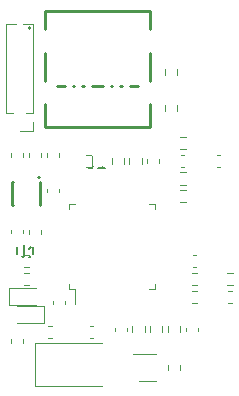
<source format=gbr>
%TF.GenerationSoftware,KiCad,Pcbnew,9.0.4*%
%TF.CreationDate,2025-09-03T13:38:36-07:00*%
%TF.ProjectId,k1-aioc,6b312d61-696f-4632-9e6b-696361645f70,rev?*%
%TF.SameCoordinates,Original*%
%TF.FileFunction,Legend,Top*%
%TF.FilePolarity,Positive*%
%FSLAX46Y46*%
G04 Gerber Fmt 4.6, Leading zero omitted, Abs format (unit mm)*
G04 Created by KiCad (PCBNEW 9.0.4) date 2025-09-03 13:38:36*
%MOMM*%
%LPD*%
G01*
G04 APERTURE LIST*
%ADD10C,0.200000*%
%ADD11C,0.150000*%
%ADD12C,0.250000*%
%ADD13C,0.120000*%
G04 APERTURE END LIST*
D10*
X105850000Y-80750000D02*
G75*
G02*
X105650000Y-80750000I-100000J0D01*
G01*
X105650000Y-80750000D02*
G75*
G02*
X105850000Y-80750000I100000J0D01*
G01*
D11*
X104738095Y-99154819D02*
X104738095Y-99964342D01*
X104738095Y-99964342D02*
X104785714Y-100059580D01*
X104785714Y-100059580D02*
X104833333Y-100107200D01*
X104833333Y-100107200D02*
X104928571Y-100154819D01*
X104928571Y-100154819D02*
X105119047Y-100154819D01*
X105119047Y-100154819D02*
X105214285Y-100107200D01*
X105214285Y-100107200D02*
X105261904Y-100059580D01*
X105261904Y-100059580D02*
X105309523Y-99964342D01*
X105309523Y-99964342D02*
X105309523Y-99154819D01*
X106309523Y-100154819D02*
X105738095Y-100154819D01*
X106023809Y-100154819D02*
X106023809Y-99154819D01*
X106023809Y-99154819D02*
X105928571Y-99297676D01*
X105928571Y-99297676D02*
X105833333Y-99392914D01*
X105833333Y-99392914D02*
X105738095Y-99440533D01*
X111166666Y-91614819D02*
X111166666Y-92329104D01*
X111166666Y-92329104D02*
X111119047Y-92471961D01*
X111119047Y-92471961D02*
X111023809Y-92567200D01*
X111023809Y-92567200D02*
X110880952Y-92614819D01*
X110880952Y-92614819D02*
X110785714Y-92614819D01*
X112166666Y-92614819D02*
X111595238Y-92614819D01*
X111880952Y-92614819D02*
X111880952Y-91614819D01*
X111880952Y-91614819D02*
X111785714Y-91757676D01*
X111785714Y-91757676D02*
X111690476Y-91852914D01*
X111690476Y-91852914D02*
X111595238Y-91900533D01*
D12*
%TO.C,U1*%
X104300000Y-93750000D02*
X104300000Y-95750000D01*
X106700000Y-93750000D02*
X106700000Y-95750000D01*
X106700000Y-95750000D02*
X106620000Y-95750000D01*
X104380000Y-95750000D02*
X104300000Y-95750000D01*
X106700000Y-93750000D02*
X106620000Y-93750000D01*
X104380000Y-93750000D02*
X104300000Y-93750000D01*
D10*
X106660000Y-93400000D02*
G75*
G02*
X106460000Y-93400000I-100000J0D01*
G01*
X106460000Y-93400000D02*
G75*
G02*
X106660000Y-93400000I100000J0D01*
G01*
D12*
%TO.C,J1*%
X115960000Y-79310000D02*
X107040000Y-79310000D01*
X115960000Y-89160000D02*
X107040000Y-89160000D01*
X107040000Y-89160000D02*
X107040000Y-87190000D01*
X107040000Y-85280000D02*
X107040000Y-82880000D01*
X107040000Y-80810000D02*
X107040000Y-79310000D01*
X115960000Y-89160000D02*
X115960000Y-87190000D01*
X115960000Y-85280000D02*
X115960000Y-82880000D01*
X115960000Y-80810000D02*
X115960000Y-79310000D01*
X114940000Y-85690000D02*
X114240000Y-85690000D01*
X113560000Y-85690000D02*
X113440000Y-85690000D01*
X112760000Y-85690000D02*
X112640000Y-85690000D01*
X111960000Y-85690000D02*
X111040000Y-85690000D01*
X110360000Y-85690000D02*
X110240000Y-85690000D01*
X109560000Y-85690000D02*
X109440000Y-85690000D01*
X108760000Y-85690000D02*
X108060000Y-85690000D01*
D13*
%TO.C,R2*%
X119987258Y-101477500D02*
X119512742Y-101477500D01*
X119987258Y-102522500D02*
X119512742Y-102522500D01*
%TO.C,D2*%
X104700000Y-105735000D02*
X106985000Y-105735000D01*
X106985000Y-104265000D02*
X104700000Y-104265000D01*
X106985000Y-105735000D02*
X106985000Y-104265000D01*
%TO.C,C11*%
X118890580Y-91490000D02*
X118609420Y-91490000D01*
X118890580Y-92510000D02*
X118609420Y-92510000D01*
%TO.C,R15*%
X105262742Y-101477500D02*
X105737258Y-101477500D01*
X105262742Y-102522500D02*
X105737258Y-102522500D01*
%TO.C,C1*%
X107640580Y-105990000D02*
X107359420Y-105990000D01*
X107640580Y-107010000D02*
X107359420Y-107010000D01*
%TO.C,D1*%
X104015000Y-102765000D02*
X104015000Y-104235000D01*
X104015000Y-104235000D02*
X106300000Y-104235000D01*
X106300000Y-102765000D02*
X104015000Y-102765000D01*
%TO.C,C9*%
X112990000Y-106109420D02*
X112990000Y-106390580D01*
X114010000Y-106109420D02*
X114010000Y-106390580D01*
%TO.C,C12*%
X122609420Y-102990000D02*
X122890580Y-102990000D01*
X122609420Y-104010000D02*
X122890580Y-104010000D01*
%TO.C,R13*%
X117477500Y-109262742D02*
X117477500Y-109737258D01*
X118522500Y-109262742D02*
X118522500Y-109737258D01*
%TO.C,FB2*%
X107240000Y-91662779D02*
X107240000Y-91337221D01*
X108260000Y-91662779D02*
X108260000Y-91337221D01*
%TO.C,R8*%
X114227500Y-91762742D02*
X114227500Y-92237258D01*
X115272500Y-91762742D02*
X115272500Y-92237258D01*
%TO.C,R11*%
X115977500Y-106012742D02*
X115977500Y-106487258D01*
X117022500Y-106012742D02*
X117022500Y-106487258D01*
%TO.C,R9*%
X112727500Y-91762742D02*
X112727500Y-92237258D01*
X113772500Y-91762742D02*
X113772500Y-92237258D01*
%TO.C,U2*%
X109140000Y-95640000D02*
X109590000Y-95640000D01*
X109140000Y-96090000D02*
X109140000Y-95640000D01*
X109140000Y-102410000D02*
X109140000Y-102860000D01*
X109140000Y-102860000D02*
X109590000Y-102860000D01*
X109590000Y-102860000D02*
X109590000Y-104150000D01*
X116360000Y-95640000D02*
X115910000Y-95640000D01*
X116360000Y-96090000D02*
X116360000Y-95640000D01*
X116360000Y-102410000D02*
X116360000Y-102860000D01*
X116360000Y-102860000D02*
X115910000Y-102860000D01*
%TO.C,C6*%
X105740000Y-91640580D02*
X105740000Y-91359420D01*
X106760000Y-91640580D02*
X106760000Y-91359420D01*
%TO.C,R4*%
X122987258Y-101477500D02*
X122512742Y-101477500D01*
X122987258Y-102522500D02*
X122512742Y-102522500D01*
%TO.C,FB1*%
X105740000Y-98162779D02*
X105740000Y-97837221D01*
X106760000Y-98162779D02*
X106760000Y-97837221D01*
%TO.C,C3*%
X104240000Y-91640580D02*
X104240000Y-91359420D01*
X105260000Y-91640580D02*
X105260000Y-91359420D01*
%TO.C,C2*%
X110859420Y-105990000D02*
X111140580Y-105990000D01*
X110859420Y-107010000D02*
X111140580Y-107010000D01*
%TO.C,R10*%
X114477500Y-106012742D02*
X114477500Y-106487258D01*
X115522500Y-106012742D02*
X115522500Y-106487258D01*
%TO.C,C4*%
X107240000Y-94640580D02*
X107240000Y-94359420D01*
X108260000Y-94640580D02*
X108260000Y-94359420D01*
%TO.C,R1*%
X110512742Y-91477500D02*
X110987258Y-91477500D01*
X110512742Y-92522500D02*
X110987258Y-92522500D01*
%TO.C,C5*%
X104240000Y-97859420D02*
X104240000Y-98140580D01*
X105260000Y-97859420D02*
X105260000Y-98140580D01*
%TO.C,Q1*%
X115050000Y-110660000D02*
X116450000Y-110660000D01*
X116450000Y-108340000D02*
X114550000Y-108340000D01*
%TO.C,C14*%
X121609420Y-91490000D02*
X121890580Y-91490000D01*
X121609420Y-92510000D02*
X121890580Y-92510000D01*
%TO.C,R17*%
X119987258Y-102977500D02*
X119512742Y-102977500D01*
X119987258Y-104022500D02*
X119512742Y-104022500D01*
%TO.C,R5*%
X118512742Y-89977500D02*
X118987258Y-89977500D01*
X118512742Y-91022500D02*
X118987258Y-91022500D01*
%TO.C,C15*%
X104240000Y-107390580D02*
X104240000Y-107109420D01*
X105260000Y-107390580D02*
X105260000Y-107109420D01*
%TO.C,C7*%
X119609420Y-99990000D02*
X119890580Y-99990000D01*
X119609420Y-101010000D02*
X119890580Y-101010000D01*
%TO.C,J2*%
X103815000Y-87990000D02*
X103815000Y-80435000D01*
X104361529Y-87990000D02*
X103815000Y-87990000D01*
X104617470Y-80435000D02*
X103815000Y-80435000D01*
X106035000Y-80435000D02*
X105232530Y-80435000D01*
X106035000Y-87990000D02*
X105488471Y-87990000D01*
X106035000Y-87990000D02*
X106035000Y-80435000D01*
X106035000Y-88750000D02*
X106035000Y-89510000D01*
X106035000Y-89510000D02*
X104925000Y-89510000D01*
%TO.C,C8*%
X107740000Y-103859420D02*
X107740000Y-104140580D01*
X108760000Y-103859420D02*
X108760000Y-104140580D01*
%TO.C,R16*%
X118512742Y-92977500D02*
X118987258Y-92977500D01*
X118512742Y-94022500D02*
X118987258Y-94022500D01*
%TO.C,R3*%
X118512742Y-94477500D02*
X118987258Y-94477500D01*
X118512742Y-95522500D02*
X118987258Y-95522500D01*
%TO.C,C10*%
X115740000Y-92140580D02*
X115740000Y-91859420D01*
X116760000Y-92140580D02*
X116760000Y-91859420D01*
%TO.C,R14*%
X105262742Y-99977500D02*
X105737258Y-99977500D01*
X105262742Y-101022500D02*
X105737258Y-101022500D01*
%TO.C,R6*%
X117227500Y-84262742D02*
X117227500Y-84737258D01*
X118272500Y-84262742D02*
X118272500Y-84737258D01*
%TO.C,C13*%
X118990000Y-106109420D02*
X118990000Y-106390580D01*
X120010000Y-106109420D02*
X120010000Y-106390580D01*
%TO.C,Y1*%
X106200000Y-107450000D02*
X106200000Y-111050000D01*
X106200000Y-111050000D02*
X111950000Y-111050000D01*
X111950000Y-107450000D02*
X106200000Y-107450000D01*
%TO.C,R12*%
X117477500Y-106012742D02*
X117477500Y-106487258D01*
X118522500Y-106012742D02*
X118522500Y-106487258D01*
%TO.C,R7*%
X117227500Y-87737258D02*
X117227500Y-87262742D01*
X118272500Y-87737258D02*
X118272500Y-87262742D01*
%TD*%
%LPC*%
G36*
X124514632Y-109176441D02*
G01*
X124541668Y-109187640D01*
X124562360Y-109208332D01*
X124573559Y-109235368D01*
X124575000Y-109250000D01*
X124575000Y-111250000D01*
X124573559Y-111264632D01*
X124562360Y-111291668D01*
X124541668Y-111312360D01*
X124514632Y-111323559D01*
X124500000Y-111325000D01*
X124497546Y-111325000D01*
X119502454Y-111325000D01*
X119500000Y-111325000D01*
X119485368Y-111323559D01*
X119458332Y-111312360D01*
X119437640Y-111291668D01*
X119426441Y-111264632D01*
X119425000Y-111250000D01*
X119425000Y-109250000D01*
X119426441Y-109235368D01*
X119437640Y-109208332D01*
X119458332Y-109187640D01*
X119485368Y-109176441D01*
X119500000Y-109175000D01*
X124500000Y-109175000D01*
X124514632Y-109176441D01*
G37*
G36*
X104960747Y-109555261D02*
G01*
X105092234Y-109609725D01*
X105210570Y-109688794D01*
X105311206Y-109789430D01*
X105390275Y-109907766D01*
X105444739Y-110039253D01*
X105472504Y-110178840D01*
X105472504Y-110321160D01*
X105444739Y-110460747D01*
X105390275Y-110592234D01*
X105311206Y-110710570D01*
X105210570Y-110811206D01*
X105092234Y-110890275D01*
X104960747Y-110944739D01*
X104821160Y-110972504D01*
X104678840Y-110972504D01*
X104539253Y-110944739D01*
X104407766Y-110890275D01*
X104289430Y-110811206D01*
X104188794Y-110710570D01*
X104109725Y-110592234D01*
X104055261Y-110460747D01*
X104027496Y-110321160D01*
X104027496Y-110178840D01*
X104055261Y-110039253D01*
X104109725Y-109907766D01*
X104188794Y-109789430D01*
X104289430Y-109688794D01*
X104407766Y-109609725D01*
X104539253Y-109555261D01*
X104678840Y-109527496D01*
X104821160Y-109527496D01*
X104960747Y-109555261D01*
G37*
G36*
X118279047Y-109875805D02*
G01*
X118330408Y-109881764D01*
X118347954Y-109889511D01*
X118370671Y-109894030D01*
X118394991Y-109910280D01*
X118415793Y-109919465D01*
X118430000Y-109933672D01*
X118451777Y-109948223D01*
X118466327Y-109969999D01*
X118480534Y-109984206D01*
X118489718Y-110005006D01*
X118505970Y-110029329D01*
X118510489Y-110052048D01*
X118518235Y-110069591D01*
X118524192Y-110120940D01*
X118525000Y-110125000D01*
X118525000Y-110525000D01*
X118524192Y-110529059D01*
X118518235Y-110580408D01*
X118510489Y-110597950D01*
X118505970Y-110620671D01*
X118489716Y-110644995D01*
X118480534Y-110665793D01*
X118466329Y-110679997D01*
X118451777Y-110701777D01*
X118429997Y-110716329D01*
X118415793Y-110730534D01*
X118394995Y-110739716D01*
X118370671Y-110755970D01*
X118347950Y-110760489D01*
X118330408Y-110768235D01*
X118279061Y-110774192D01*
X118275000Y-110775000D01*
X117725000Y-110775000D01*
X117720941Y-110774192D01*
X117669591Y-110768235D01*
X117652048Y-110760489D01*
X117629329Y-110755970D01*
X117605006Y-110739718D01*
X117584206Y-110730534D01*
X117569999Y-110716327D01*
X117548223Y-110701777D01*
X117533672Y-110680000D01*
X117519465Y-110665793D01*
X117510280Y-110644991D01*
X117494030Y-110620671D01*
X117489511Y-110597954D01*
X117481764Y-110580408D01*
X117475805Y-110529049D01*
X117475000Y-110525000D01*
X117475000Y-110125000D01*
X117475804Y-110120953D01*
X117481764Y-110069591D01*
X117489511Y-110052043D01*
X117494030Y-110029329D01*
X117510278Y-110005010D01*
X117519465Y-109984206D01*
X117533674Y-109969996D01*
X117548223Y-109948223D01*
X117569996Y-109933674D01*
X117584206Y-109919465D01*
X117605010Y-109910278D01*
X117629329Y-109894030D01*
X117652043Y-109889511D01*
X117669591Y-109881764D01*
X117720952Y-109875805D01*
X117725000Y-109875000D01*
X118275000Y-109875000D01*
X118279047Y-109875805D01*
G37*
G36*
X108419134Y-108003806D02*
G01*
X108435355Y-108014645D01*
X108446194Y-108030866D01*
X108450000Y-108050000D01*
X108450000Y-110450000D01*
X108446194Y-110469134D01*
X108435355Y-110485355D01*
X108419134Y-110496194D01*
X108400000Y-110500000D01*
X106400000Y-110500000D01*
X106380866Y-110496194D01*
X106364645Y-110485355D01*
X106353806Y-110469134D01*
X106350000Y-110450000D01*
X106350000Y-108050000D01*
X106353806Y-108030866D01*
X106364645Y-108014645D01*
X106380866Y-108003806D01*
X106400000Y-108000000D01*
X108400000Y-108000000D01*
X108419134Y-108003806D01*
G37*
G36*
X112119134Y-108003806D02*
G01*
X112135355Y-108014645D01*
X112146194Y-108030866D01*
X112150000Y-108050000D01*
X112150000Y-110450000D01*
X112146194Y-110469134D01*
X112135355Y-110485355D01*
X112119134Y-110496194D01*
X112100000Y-110500000D01*
X110100000Y-110500000D01*
X110080866Y-110496194D01*
X110064645Y-110485355D01*
X110053806Y-110469134D01*
X110050000Y-110450000D01*
X110050000Y-108050000D01*
X110053806Y-108030866D01*
X110064645Y-108014645D01*
X110080866Y-108003806D01*
X110100000Y-108000000D01*
X112100000Y-108000000D01*
X112119134Y-108003806D01*
G37*
G36*
X115144134Y-109903806D02*
G01*
X115160355Y-109914645D01*
X115171194Y-109930866D01*
X115175000Y-109950000D01*
X115175000Y-110350000D01*
X115171194Y-110369134D01*
X115160355Y-110385355D01*
X115144134Y-110396194D01*
X115125000Y-110400000D01*
X114475000Y-110400000D01*
X114455866Y-110396194D01*
X114439645Y-110385355D01*
X114428806Y-110369134D01*
X114425000Y-110350000D01*
X114425000Y-109950000D01*
X114428806Y-109930866D01*
X114439645Y-109914645D01*
X114455866Y-109903806D01*
X114475000Y-109900000D01*
X115125000Y-109900000D01*
X115144134Y-109903806D01*
G37*
G36*
X117044134Y-109903806D02*
G01*
X117060355Y-109914645D01*
X117071194Y-109930866D01*
X117075000Y-109950000D01*
X117075000Y-110350000D01*
X117071194Y-110369134D01*
X117060355Y-110385355D01*
X117044134Y-110396194D01*
X117025000Y-110400000D01*
X116375000Y-110400000D01*
X116355866Y-110396194D01*
X116339645Y-110385355D01*
X116328806Y-110369134D01*
X116325000Y-110350000D01*
X116325000Y-109950000D01*
X116328806Y-109930866D01*
X116339645Y-109914645D01*
X116355866Y-109903806D01*
X116375000Y-109900000D01*
X117025000Y-109900000D01*
X117044134Y-109903806D01*
G37*
G36*
X115144134Y-109253806D02*
G01*
X115160355Y-109264645D01*
X115171194Y-109280866D01*
X115175000Y-109300000D01*
X115175000Y-109700000D01*
X115171194Y-109719134D01*
X115160355Y-109735355D01*
X115144134Y-109746194D01*
X115125000Y-109750000D01*
X114475000Y-109750000D01*
X114455866Y-109746194D01*
X114439645Y-109735355D01*
X114428806Y-109719134D01*
X114425000Y-109700000D01*
X114425000Y-109300000D01*
X114428806Y-109280866D01*
X114439645Y-109264645D01*
X114455866Y-109253806D01*
X114475000Y-109250000D01*
X115125000Y-109250000D01*
X115144134Y-109253806D01*
G37*
G36*
X117044134Y-109253806D02*
G01*
X117060355Y-109264645D01*
X117071194Y-109280866D01*
X117075000Y-109300000D01*
X117075000Y-109700000D01*
X117071194Y-109719134D01*
X117060355Y-109735355D01*
X117044134Y-109746194D01*
X117025000Y-109750000D01*
X116375000Y-109750000D01*
X116355866Y-109746194D01*
X116339645Y-109735355D01*
X116328806Y-109719134D01*
X116325000Y-109700000D01*
X116325000Y-109300000D01*
X116328806Y-109280866D01*
X116339645Y-109264645D01*
X116355866Y-109253806D01*
X116375000Y-109250000D01*
X117025000Y-109250000D01*
X117044134Y-109253806D01*
G37*
G36*
X118279047Y-108225805D02*
G01*
X118330408Y-108231764D01*
X118347954Y-108239511D01*
X118370671Y-108244030D01*
X118394991Y-108260280D01*
X118415793Y-108269465D01*
X118430000Y-108283672D01*
X118451777Y-108298223D01*
X118466327Y-108319999D01*
X118480534Y-108334206D01*
X118489718Y-108355006D01*
X118505970Y-108379329D01*
X118510489Y-108402048D01*
X118518235Y-108419591D01*
X118524192Y-108470940D01*
X118525000Y-108475000D01*
X118525000Y-108875000D01*
X118524192Y-108879059D01*
X118518235Y-108930408D01*
X118510489Y-108947950D01*
X118505970Y-108970671D01*
X118489716Y-108994995D01*
X118480534Y-109015793D01*
X118466329Y-109029997D01*
X118451777Y-109051777D01*
X118429997Y-109066329D01*
X118415793Y-109080534D01*
X118394995Y-109089716D01*
X118370671Y-109105970D01*
X118347950Y-109110489D01*
X118330408Y-109118235D01*
X118279061Y-109124192D01*
X118275000Y-109125000D01*
X117725000Y-109125000D01*
X117720941Y-109124192D01*
X117669591Y-109118235D01*
X117652048Y-109110489D01*
X117629329Y-109105970D01*
X117605006Y-109089718D01*
X117584206Y-109080534D01*
X117569999Y-109066327D01*
X117548223Y-109051777D01*
X117533672Y-109030000D01*
X117519465Y-109015793D01*
X117510280Y-108994991D01*
X117494030Y-108970671D01*
X117489511Y-108947954D01*
X117481764Y-108930408D01*
X117475805Y-108879049D01*
X117475000Y-108875000D01*
X117475000Y-108475000D01*
X117475804Y-108470953D01*
X117481764Y-108419591D01*
X117489511Y-108402043D01*
X117494030Y-108379329D01*
X117510278Y-108355010D01*
X117519465Y-108334206D01*
X117533674Y-108319996D01*
X117548223Y-108298223D01*
X117569996Y-108283674D01*
X117584206Y-108269465D01*
X117605010Y-108260278D01*
X117629329Y-108244030D01*
X117652043Y-108239511D01*
X117669591Y-108231764D01*
X117720952Y-108225805D01*
X117725000Y-108225000D01*
X118275000Y-108225000D01*
X118279047Y-108225805D01*
G37*
G36*
X115144134Y-108603806D02*
G01*
X115160355Y-108614645D01*
X115171194Y-108630866D01*
X115175000Y-108650000D01*
X115175000Y-109050000D01*
X115171194Y-109069134D01*
X115160355Y-109085355D01*
X115144134Y-109096194D01*
X115125000Y-109100000D01*
X114475000Y-109100000D01*
X114455866Y-109096194D01*
X114439645Y-109085355D01*
X114428806Y-109069134D01*
X114425000Y-109050000D01*
X114425000Y-108650000D01*
X114428806Y-108630866D01*
X114439645Y-108614645D01*
X114455866Y-108603806D01*
X114475000Y-108600000D01*
X115125000Y-108600000D01*
X115144134Y-108603806D01*
G37*
G36*
X117044134Y-108603806D02*
G01*
X117060355Y-108614645D01*
X117071194Y-108630866D01*
X117075000Y-108650000D01*
X117075000Y-109050000D01*
X117071194Y-109069134D01*
X117060355Y-109085355D01*
X117044134Y-109096194D01*
X117025000Y-109100000D01*
X116375000Y-109100000D01*
X116355866Y-109096194D01*
X116339645Y-109085355D01*
X116328806Y-109069134D01*
X116325000Y-109050000D01*
X116325000Y-108650000D01*
X116328806Y-108630866D01*
X116339645Y-108614645D01*
X116355866Y-108603806D01*
X116375000Y-108600000D01*
X117025000Y-108600000D01*
X117044134Y-108603806D01*
G37*
G36*
X124514632Y-104676441D02*
G01*
X124541668Y-104687640D01*
X124562360Y-104708332D01*
X124573559Y-104735368D01*
X124575000Y-104750000D01*
X124575000Y-108750000D01*
X124573559Y-108764632D01*
X124562360Y-108791668D01*
X124541668Y-108812360D01*
X124514632Y-108823559D01*
X124500000Y-108825000D01*
X124497546Y-108825000D01*
X120502454Y-108825000D01*
X120500000Y-108825000D01*
X120485368Y-108823559D01*
X120458332Y-108812360D01*
X120437640Y-108791668D01*
X120426441Y-108764632D01*
X120425000Y-108750000D01*
X120425000Y-104750000D01*
X120426441Y-104735368D01*
X120437640Y-104708332D01*
X120458332Y-104687640D01*
X120485368Y-104676441D01*
X120500000Y-104675000D01*
X124500000Y-104675000D01*
X124514632Y-104676441D01*
G37*
G36*
X105006409Y-107526275D02*
G01*
X105069958Y-107534641D01*
X105085943Y-107542095D01*
X105105238Y-107545933D01*
X105130792Y-107563008D01*
X105157290Y-107575364D01*
X105173412Y-107591486D01*
X105194454Y-107605546D01*
X105208513Y-107626587D01*
X105224635Y-107642709D01*
X105236990Y-107669204D01*
X105254067Y-107694762D01*
X105257905Y-107714058D01*
X105265358Y-107730041D01*
X105273722Y-107793577D01*
X105275000Y-107800000D01*
X105275000Y-108250000D01*
X105273722Y-108256424D01*
X105265358Y-108319958D01*
X105257905Y-108335939D01*
X105254067Y-108355238D01*
X105236988Y-108380797D01*
X105224635Y-108407290D01*
X105208516Y-108423408D01*
X105194454Y-108444454D01*
X105173408Y-108458516D01*
X105157290Y-108474635D01*
X105130797Y-108486988D01*
X105105238Y-108504067D01*
X105085939Y-108507905D01*
X105069958Y-108515358D01*
X105006424Y-108523722D01*
X105000000Y-108525000D01*
X104500000Y-108525000D01*
X104493577Y-108523722D01*
X104430041Y-108515358D01*
X104414058Y-108507905D01*
X104394762Y-108504067D01*
X104369204Y-108486990D01*
X104342709Y-108474635D01*
X104326587Y-108458513D01*
X104305546Y-108444454D01*
X104291486Y-108423412D01*
X104275364Y-108407290D01*
X104263008Y-108380792D01*
X104245933Y-108355238D01*
X104242095Y-108335943D01*
X104234641Y-108319958D01*
X104226275Y-108256409D01*
X104225000Y-108250000D01*
X104225000Y-107800000D01*
X104226274Y-107793592D01*
X104234641Y-107730041D01*
X104242095Y-107714054D01*
X104245933Y-107694762D01*
X104263006Y-107669209D01*
X104275364Y-107642709D01*
X104291488Y-107626584D01*
X104305546Y-107605546D01*
X104326584Y-107591488D01*
X104342709Y-107575364D01*
X104369209Y-107563006D01*
X104394762Y-107545933D01*
X104414054Y-107542095D01*
X104430041Y-107534641D01*
X104493592Y-107526274D01*
X104500000Y-107525000D01*
X105000000Y-107525000D01*
X105006409Y-107526275D01*
G37*
G36*
X113756409Y-106526275D02*
G01*
X113819958Y-106534641D01*
X113835943Y-106542095D01*
X113855238Y-106545933D01*
X113880792Y-106563008D01*
X113907290Y-106575364D01*
X113923412Y-106591486D01*
X113944454Y-106605546D01*
X113958513Y-106626587D01*
X113974635Y-106642709D01*
X113986990Y-106669204D01*
X114004067Y-106694762D01*
X114007905Y-106714058D01*
X114015358Y-106730041D01*
X114023722Y-106793577D01*
X114025000Y-106800000D01*
X114025000Y-107250000D01*
X114023722Y-107256424D01*
X114015358Y-107319958D01*
X114007905Y-107335939D01*
X114004067Y-107355238D01*
X113986988Y-107380797D01*
X113974635Y-107407290D01*
X113958516Y-107423408D01*
X113944454Y-107444454D01*
X113923408Y-107458516D01*
X113907290Y-107474635D01*
X113880797Y-107486988D01*
X113855238Y-107504067D01*
X113835939Y-107507905D01*
X113819958Y-107515358D01*
X113756424Y-107523722D01*
X113750000Y-107525000D01*
X113250000Y-107525000D01*
X113243577Y-107523722D01*
X113180041Y-107515358D01*
X113164058Y-107507905D01*
X113144762Y-107504067D01*
X113119204Y-107486990D01*
X113092709Y-107474635D01*
X113076587Y-107458513D01*
X113055546Y-107444454D01*
X113041486Y-107423412D01*
X113025364Y-107407290D01*
X113013008Y-107380792D01*
X112995933Y-107355238D01*
X112992095Y-107335943D01*
X112984641Y-107319958D01*
X112976275Y-107256409D01*
X112975000Y-107250000D01*
X112975000Y-106800000D01*
X112976274Y-106793592D01*
X112984641Y-106730041D01*
X112992095Y-106714054D01*
X112995933Y-106694762D01*
X113013006Y-106669209D01*
X113025364Y-106642709D01*
X113041488Y-106626584D01*
X113055546Y-106605546D01*
X113076584Y-106591488D01*
X113092709Y-106575364D01*
X113119209Y-106563006D01*
X113144762Y-106545933D01*
X113164054Y-106542095D01*
X113180041Y-106534641D01*
X113243592Y-106526274D01*
X113250000Y-106525000D01*
X113750000Y-106525000D01*
X113756409Y-106526275D01*
G37*
G36*
X115279047Y-106625805D02*
G01*
X115330408Y-106631764D01*
X115347954Y-106639511D01*
X115370671Y-106644030D01*
X115394991Y-106660280D01*
X115415793Y-106669465D01*
X115430000Y-106683672D01*
X115451777Y-106698223D01*
X115466327Y-106719999D01*
X115480534Y-106734206D01*
X115489718Y-106755006D01*
X115505970Y-106779329D01*
X115510489Y-106802048D01*
X115518235Y-106819591D01*
X115524192Y-106870940D01*
X115525000Y-106875000D01*
X115525000Y-107275000D01*
X115524192Y-107279059D01*
X115518235Y-107330408D01*
X115510489Y-107347950D01*
X115505970Y-107370671D01*
X115489716Y-107394995D01*
X115480534Y-107415793D01*
X115466329Y-107429997D01*
X115451777Y-107451777D01*
X115429997Y-107466329D01*
X115415793Y-107480534D01*
X115394995Y-107489716D01*
X115370671Y-107505970D01*
X115347950Y-107510489D01*
X115330408Y-107518235D01*
X115279061Y-107524192D01*
X115275000Y-107525000D01*
X114725000Y-107525000D01*
X114720941Y-107524192D01*
X114669591Y-107518235D01*
X114652048Y-107510489D01*
X114629329Y-107505970D01*
X114605006Y-107489718D01*
X114584206Y-107480534D01*
X114569999Y-107466327D01*
X114548223Y-107451777D01*
X114533672Y-107430000D01*
X114519465Y-107415793D01*
X114510280Y-107394991D01*
X114494030Y-107370671D01*
X114489511Y-107347954D01*
X114481764Y-107330408D01*
X114475805Y-107279049D01*
X114475000Y-107275000D01*
X114475000Y-106875000D01*
X114475804Y-106870953D01*
X114481764Y-106819591D01*
X114489511Y-106802043D01*
X114494030Y-106779329D01*
X114510278Y-106755010D01*
X114519465Y-106734206D01*
X114533674Y-106719996D01*
X114548223Y-106698223D01*
X114569996Y-106683674D01*
X114584206Y-106669465D01*
X114605010Y-106660278D01*
X114629329Y-106644030D01*
X114652043Y-106639511D01*
X114669591Y-106631764D01*
X114720952Y-106625805D01*
X114725000Y-106625000D01*
X115275000Y-106625000D01*
X115279047Y-106625805D01*
G37*
G36*
X116779047Y-106625805D02*
G01*
X116830408Y-106631764D01*
X116847954Y-106639511D01*
X116870671Y-106644030D01*
X116894991Y-106660280D01*
X116915793Y-106669465D01*
X116930000Y-106683672D01*
X116951777Y-106698223D01*
X116966327Y-106719999D01*
X116980534Y-106734206D01*
X116989718Y-106755006D01*
X117005970Y-106779329D01*
X117010489Y-106802048D01*
X117018235Y-106819591D01*
X117024192Y-106870940D01*
X117025000Y-106875000D01*
X117025000Y-107275000D01*
X117024192Y-107279059D01*
X117018235Y-107330408D01*
X117010489Y-107347950D01*
X117005970Y-107370671D01*
X116989716Y-107394995D01*
X116980534Y-107415793D01*
X116966329Y-107429997D01*
X116951777Y-107451777D01*
X116929997Y-107466329D01*
X116915793Y-107480534D01*
X116894995Y-107489716D01*
X116870671Y-107505970D01*
X116847950Y-107510489D01*
X116830408Y-107518235D01*
X116779061Y-107524192D01*
X116775000Y-107525000D01*
X116225000Y-107525000D01*
X116220941Y-107524192D01*
X116169591Y-107518235D01*
X116152048Y-107510489D01*
X116129329Y-107505970D01*
X116105006Y-107489718D01*
X116084206Y-107480534D01*
X116069999Y-107466327D01*
X116048223Y-107451777D01*
X116033672Y-107430000D01*
X116019465Y-107415793D01*
X116010280Y-107394991D01*
X115994030Y-107370671D01*
X115989511Y-107347954D01*
X115981764Y-107330408D01*
X115975805Y-107279049D01*
X115975000Y-107275000D01*
X115975000Y-106875000D01*
X115975804Y-106870953D01*
X115981764Y-106819591D01*
X115989511Y-106802043D01*
X115994030Y-106779329D01*
X116010278Y-106755010D01*
X116019465Y-106734206D01*
X116033674Y-106719996D01*
X116048223Y-106698223D01*
X116069996Y-106683674D01*
X116084206Y-106669465D01*
X116105010Y-106660278D01*
X116129329Y-106644030D01*
X116152043Y-106639511D01*
X116169591Y-106631764D01*
X116220952Y-106625805D01*
X116225000Y-106625000D01*
X116775000Y-106625000D01*
X116779047Y-106625805D01*
G37*
G36*
X118279047Y-106625805D02*
G01*
X118330408Y-106631764D01*
X118347954Y-106639511D01*
X118370671Y-106644030D01*
X118394991Y-106660280D01*
X118415793Y-106669465D01*
X118430000Y-106683672D01*
X118451777Y-106698223D01*
X118466327Y-106719999D01*
X118480534Y-106734206D01*
X118489718Y-106755006D01*
X118505970Y-106779329D01*
X118510489Y-106802048D01*
X118518235Y-106819591D01*
X118524192Y-106870940D01*
X118525000Y-106875000D01*
X118525000Y-107275000D01*
X118524192Y-107279059D01*
X118518235Y-107330408D01*
X118510489Y-107347950D01*
X118505970Y-107370671D01*
X118489716Y-107394995D01*
X118480534Y-107415793D01*
X118466329Y-107429997D01*
X118451777Y-107451777D01*
X118429997Y-107466329D01*
X118415793Y-107480534D01*
X118394995Y-107489716D01*
X118370671Y-107505970D01*
X118347950Y-107510489D01*
X118330408Y-107518235D01*
X118279061Y-107524192D01*
X118275000Y-107525000D01*
X117725000Y-107525000D01*
X117720941Y-107524192D01*
X117669591Y-107518235D01*
X117652048Y-107510489D01*
X117629329Y-107505970D01*
X117605006Y-107489718D01*
X117584206Y-107480534D01*
X117569999Y-107466327D01*
X117548223Y-107451777D01*
X117533672Y-107430000D01*
X117519465Y-107415793D01*
X117510280Y-107394991D01*
X117494030Y-107370671D01*
X117489511Y-107347954D01*
X117481764Y-107330408D01*
X117475805Y-107279049D01*
X117475000Y-107275000D01*
X117475000Y-106875000D01*
X117475804Y-106870953D01*
X117481764Y-106819591D01*
X117489511Y-106802043D01*
X117494030Y-106779329D01*
X117510278Y-106755010D01*
X117519465Y-106734206D01*
X117533674Y-106719996D01*
X117548223Y-106698223D01*
X117569996Y-106683674D01*
X117584206Y-106669465D01*
X117605010Y-106660278D01*
X117629329Y-106644030D01*
X117652043Y-106639511D01*
X117669591Y-106631764D01*
X117720952Y-106625805D01*
X117725000Y-106625000D01*
X118275000Y-106625000D01*
X118279047Y-106625805D01*
G37*
G36*
X119756409Y-106526275D02*
G01*
X119819958Y-106534641D01*
X119835943Y-106542095D01*
X119855238Y-106545933D01*
X119880792Y-106563008D01*
X119907290Y-106575364D01*
X119923412Y-106591486D01*
X119944454Y-106605546D01*
X119958513Y-106626587D01*
X119974635Y-106642709D01*
X119986990Y-106669204D01*
X120004067Y-106694762D01*
X120007905Y-106714058D01*
X120015358Y-106730041D01*
X120023722Y-106793577D01*
X120025000Y-106800000D01*
X120025000Y-107250000D01*
X120023722Y-107256424D01*
X120015358Y-107319958D01*
X120007905Y-107335939D01*
X120004067Y-107355238D01*
X119986988Y-107380797D01*
X119974635Y-107407290D01*
X119958516Y-107423408D01*
X119944454Y-107444454D01*
X119923408Y-107458516D01*
X119907290Y-107474635D01*
X119880797Y-107486988D01*
X119855238Y-107504067D01*
X119835939Y-107507905D01*
X119819958Y-107515358D01*
X119756424Y-107523722D01*
X119750000Y-107525000D01*
X119250000Y-107525000D01*
X119243577Y-107523722D01*
X119180041Y-107515358D01*
X119164058Y-107507905D01*
X119144762Y-107504067D01*
X119119204Y-107486990D01*
X119092709Y-107474635D01*
X119076587Y-107458513D01*
X119055546Y-107444454D01*
X119041486Y-107423412D01*
X119025364Y-107407290D01*
X119013008Y-107380792D01*
X118995933Y-107355238D01*
X118992095Y-107335943D01*
X118984641Y-107319958D01*
X118976275Y-107256409D01*
X118975000Y-107250000D01*
X118975000Y-106800000D01*
X118976274Y-106793592D01*
X118984641Y-106730041D01*
X118992095Y-106714054D01*
X118995933Y-106694762D01*
X119013006Y-106669209D01*
X119025364Y-106642709D01*
X119041488Y-106626584D01*
X119055546Y-106605546D01*
X119076584Y-106591488D01*
X119092709Y-106575364D01*
X119119209Y-106563006D01*
X119144762Y-106545933D01*
X119164054Y-106542095D01*
X119180041Y-106534641D01*
X119243592Y-106526274D01*
X119250000Y-106525000D01*
X119750000Y-106525000D01*
X119756409Y-106526275D01*
G37*
G36*
X106956409Y-105976275D02*
G01*
X107019958Y-105984641D01*
X107035943Y-105992095D01*
X107055238Y-105995933D01*
X107080792Y-106013008D01*
X107107290Y-106025364D01*
X107123412Y-106041486D01*
X107144454Y-106055546D01*
X107158513Y-106076587D01*
X107174635Y-106092709D01*
X107186990Y-106119204D01*
X107204067Y-106144762D01*
X107207905Y-106164058D01*
X107215358Y-106180041D01*
X107223722Y-106243577D01*
X107225000Y-106250000D01*
X107225000Y-106750000D01*
X107223722Y-106756424D01*
X107215358Y-106819958D01*
X107207905Y-106835939D01*
X107204067Y-106855238D01*
X107186988Y-106880797D01*
X107174635Y-106907290D01*
X107158516Y-106923408D01*
X107144454Y-106944454D01*
X107123408Y-106958516D01*
X107107290Y-106974635D01*
X107080797Y-106986988D01*
X107055238Y-107004067D01*
X107035939Y-107007905D01*
X107019958Y-107015358D01*
X106956424Y-107023722D01*
X106950000Y-107025000D01*
X106500000Y-107025000D01*
X106493577Y-107023722D01*
X106430041Y-107015358D01*
X106414058Y-107007905D01*
X106394762Y-107004067D01*
X106369204Y-106986990D01*
X106342709Y-106974635D01*
X106326587Y-106958513D01*
X106305546Y-106944454D01*
X106291486Y-106923412D01*
X106275364Y-106907290D01*
X106263008Y-106880792D01*
X106245933Y-106855238D01*
X106242095Y-106835943D01*
X106234641Y-106819958D01*
X106226275Y-106756409D01*
X106225000Y-106750000D01*
X106225000Y-106250000D01*
X106226274Y-106243592D01*
X106234641Y-106180041D01*
X106242095Y-106164054D01*
X106245933Y-106144762D01*
X106263006Y-106119209D01*
X106275364Y-106092709D01*
X106291488Y-106076584D01*
X106305546Y-106055546D01*
X106326584Y-106041488D01*
X106342709Y-106025364D01*
X106369209Y-106013006D01*
X106394762Y-105995933D01*
X106414054Y-105992095D01*
X106430041Y-105984641D01*
X106493592Y-105976274D01*
X106500000Y-105975000D01*
X106950000Y-105975000D01*
X106956409Y-105976275D01*
G37*
G36*
X108506409Y-105976275D02*
G01*
X108569958Y-105984641D01*
X108585943Y-105992095D01*
X108605238Y-105995933D01*
X108630792Y-106013008D01*
X108657290Y-106025364D01*
X108673412Y-106041486D01*
X108694454Y-106055546D01*
X108708513Y-106076587D01*
X108724635Y-106092709D01*
X108736990Y-106119204D01*
X108754067Y-106144762D01*
X108757905Y-106164058D01*
X108765358Y-106180041D01*
X108773722Y-106243577D01*
X108775000Y-106250000D01*
X108775000Y-106750000D01*
X108773722Y-106756424D01*
X108765358Y-106819958D01*
X108757905Y-106835939D01*
X108754067Y-106855238D01*
X108736988Y-106880797D01*
X108724635Y-106907290D01*
X108708516Y-106923408D01*
X108694454Y-106944454D01*
X108673408Y-106958516D01*
X108657290Y-106974635D01*
X108630797Y-106986988D01*
X108605238Y-107004067D01*
X108585939Y-107007905D01*
X108569958Y-107015358D01*
X108506424Y-107023722D01*
X108500000Y-107025000D01*
X108050000Y-107025000D01*
X108043577Y-107023722D01*
X107980041Y-107015358D01*
X107964058Y-107007905D01*
X107944762Y-107004067D01*
X107919204Y-106986990D01*
X107892709Y-106974635D01*
X107876587Y-106958513D01*
X107855546Y-106944454D01*
X107841486Y-106923412D01*
X107825364Y-106907290D01*
X107813008Y-106880792D01*
X107795933Y-106855238D01*
X107792095Y-106835943D01*
X107784641Y-106819958D01*
X107776275Y-106756409D01*
X107775000Y-106750000D01*
X107775000Y-106250000D01*
X107776274Y-106243592D01*
X107784641Y-106180041D01*
X107792095Y-106164054D01*
X107795933Y-106144762D01*
X107813006Y-106119209D01*
X107825364Y-106092709D01*
X107841488Y-106076584D01*
X107855546Y-106055546D01*
X107876584Y-106041488D01*
X107892709Y-106025364D01*
X107919209Y-106013006D01*
X107944762Y-105995933D01*
X107964054Y-105992095D01*
X107980041Y-105984641D01*
X108043592Y-105976274D01*
X108050000Y-105975000D01*
X108500000Y-105975000D01*
X108506409Y-105976275D01*
G37*
G36*
X110456409Y-105976275D02*
G01*
X110519958Y-105984641D01*
X110535943Y-105992095D01*
X110555238Y-105995933D01*
X110580792Y-106013008D01*
X110607290Y-106025364D01*
X110623412Y-106041486D01*
X110644454Y-106055546D01*
X110658513Y-106076587D01*
X110674635Y-106092709D01*
X110686990Y-106119204D01*
X110704067Y-106144762D01*
X110707905Y-106164058D01*
X110715358Y-106180041D01*
X110723722Y-106243577D01*
X110725000Y-106250000D01*
X110725000Y-106750000D01*
X110723722Y-106756424D01*
X110715358Y-106819958D01*
X110707905Y-106835939D01*
X110704067Y-106855238D01*
X110686988Y-106880797D01*
X110674635Y-106907290D01*
X110658516Y-106923408D01*
X110644454Y-106944454D01*
X110623408Y-106958516D01*
X110607290Y-106974635D01*
X110580797Y-106986988D01*
X110555238Y-107004067D01*
X110535939Y-107007905D01*
X110519958Y-107015358D01*
X110456424Y-107023722D01*
X110450000Y-107025000D01*
X110000000Y-107025000D01*
X109993577Y-107023722D01*
X109930041Y-107015358D01*
X109914058Y-107007905D01*
X109894762Y-107004067D01*
X109869204Y-106986990D01*
X109842709Y-106974635D01*
X109826587Y-106958513D01*
X109805546Y-106944454D01*
X109791486Y-106923412D01*
X109775364Y-106907290D01*
X109763008Y-106880792D01*
X109745933Y-106855238D01*
X109742095Y-106835943D01*
X109734641Y-106819958D01*
X109726275Y-106756409D01*
X109725000Y-106750000D01*
X109725000Y-106250000D01*
X109726274Y-106243592D01*
X109734641Y-106180041D01*
X109742095Y-106164054D01*
X109745933Y-106144762D01*
X109763006Y-106119209D01*
X109775364Y-106092709D01*
X109791488Y-106076584D01*
X109805546Y-106055546D01*
X109826584Y-106041488D01*
X109842709Y-106025364D01*
X109869209Y-106013006D01*
X109894762Y-105995933D01*
X109914054Y-105992095D01*
X109930041Y-105984641D01*
X109993592Y-105976274D01*
X110000000Y-105975000D01*
X110450000Y-105975000D01*
X110456409Y-105976275D01*
G37*
G36*
X112006409Y-105976275D02*
G01*
X112069958Y-105984641D01*
X112085943Y-105992095D01*
X112105238Y-105995933D01*
X112130792Y-106013008D01*
X112157290Y-106025364D01*
X112173412Y-106041486D01*
X112194454Y-106055546D01*
X112208513Y-106076587D01*
X112224635Y-106092709D01*
X112236990Y-106119204D01*
X112254067Y-106144762D01*
X112257905Y-106164058D01*
X112265358Y-106180041D01*
X112273722Y-106243577D01*
X112275000Y-106250000D01*
X112275000Y-106750000D01*
X112273722Y-106756424D01*
X112265358Y-106819958D01*
X112257905Y-106835939D01*
X112254067Y-106855238D01*
X112236988Y-106880797D01*
X112224635Y-106907290D01*
X112208516Y-106923408D01*
X112194454Y-106944454D01*
X112173408Y-106958516D01*
X112157290Y-106974635D01*
X112130797Y-106986988D01*
X112105238Y-107004067D01*
X112085939Y-107007905D01*
X112069958Y-107015358D01*
X112006424Y-107023722D01*
X112000000Y-107025000D01*
X111550000Y-107025000D01*
X111543577Y-107023722D01*
X111480041Y-107015358D01*
X111464058Y-107007905D01*
X111444762Y-107004067D01*
X111419204Y-106986990D01*
X111392709Y-106974635D01*
X111376587Y-106958513D01*
X111355546Y-106944454D01*
X111341486Y-106923412D01*
X111325364Y-106907290D01*
X111313008Y-106880792D01*
X111295933Y-106855238D01*
X111292095Y-106835943D01*
X111284641Y-106819958D01*
X111276275Y-106756409D01*
X111275000Y-106750000D01*
X111275000Y-106250000D01*
X111276274Y-106243592D01*
X111284641Y-106180041D01*
X111292095Y-106164054D01*
X111295933Y-106144762D01*
X111313006Y-106119209D01*
X111325364Y-106092709D01*
X111341488Y-106076584D01*
X111355546Y-106055546D01*
X111376584Y-106041488D01*
X111392709Y-106025364D01*
X111419209Y-106013006D01*
X111444762Y-105995933D01*
X111464054Y-105992095D01*
X111480041Y-105984641D01*
X111543592Y-105976274D01*
X111550000Y-105975000D01*
X112000000Y-105975000D01*
X112006409Y-105976275D01*
G37*
G36*
X105006409Y-105976275D02*
G01*
X105069958Y-105984641D01*
X105085943Y-105992095D01*
X105105238Y-105995933D01*
X105130792Y-106013008D01*
X105157290Y-106025364D01*
X105173412Y-106041486D01*
X105194454Y-106055546D01*
X105208513Y-106076587D01*
X105224635Y-106092709D01*
X105236990Y-106119204D01*
X105254067Y-106144762D01*
X105257905Y-106164058D01*
X105265358Y-106180041D01*
X105273722Y-106243577D01*
X105275000Y-106250000D01*
X105275000Y-106700000D01*
X105273722Y-106706424D01*
X105265358Y-106769958D01*
X105257905Y-106785939D01*
X105254067Y-106805238D01*
X105236988Y-106830797D01*
X105224635Y-106857290D01*
X105208516Y-106873408D01*
X105194454Y-106894454D01*
X105173408Y-106908516D01*
X105157290Y-106924635D01*
X105130797Y-106936988D01*
X105105238Y-106954067D01*
X105085939Y-106957905D01*
X105069958Y-106965358D01*
X105006424Y-106973722D01*
X105000000Y-106975000D01*
X104500000Y-106975000D01*
X104493577Y-106973722D01*
X104430041Y-106965358D01*
X104414058Y-106957905D01*
X104394762Y-106954067D01*
X104369204Y-106936990D01*
X104342709Y-106924635D01*
X104326587Y-106908513D01*
X104305546Y-106894454D01*
X104291486Y-106873412D01*
X104275364Y-106857290D01*
X104263008Y-106830792D01*
X104245933Y-106805238D01*
X104242095Y-106785943D01*
X104234641Y-106769958D01*
X104226275Y-106706409D01*
X104225000Y-106700000D01*
X104225000Y-106250000D01*
X104226274Y-106243592D01*
X104234641Y-106180041D01*
X104242095Y-106164054D01*
X104245933Y-106144762D01*
X104263006Y-106119209D01*
X104275364Y-106092709D01*
X104291488Y-106076584D01*
X104305546Y-106055546D01*
X104326584Y-106041488D01*
X104342709Y-106025364D01*
X104369209Y-106013006D01*
X104394762Y-105995933D01*
X104414054Y-105992095D01*
X104430041Y-105984641D01*
X104493592Y-105976274D01*
X104500000Y-105975000D01*
X105000000Y-105975000D01*
X105006409Y-105976275D01*
G37*
G36*
X113756409Y-104976275D02*
G01*
X113819958Y-104984641D01*
X113835943Y-104992095D01*
X113855238Y-104995933D01*
X113880792Y-105013008D01*
X113907290Y-105025364D01*
X113923412Y-105041486D01*
X113944454Y-105055546D01*
X113958513Y-105076587D01*
X113974635Y-105092709D01*
X113986990Y-105119204D01*
X114004067Y-105144762D01*
X114007905Y-105164058D01*
X114015358Y-105180041D01*
X114023722Y-105243577D01*
X114025000Y-105250000D01*
X114025000Y-105700000D01*
X114023722Y-105706424D01*
X114015358Y-105769958D01*
X114007905Y-105785939D01*
X114004067Y-105805238D01*
X113986988Y-105830797D01*
X113974635Y-105857290D01*
X113958516Y-105873408D01*
X113944454Y-105894454D01*
X113923408Y-105908516D01*
X113907290Y-105924635D01*
X113880797Y-105936988D01*
X113855238Y-105954067D01*
X113835939Y-105957905D01*
X113819958Y-105965358D01*
X113756424Y-105973722D01*
X113750000Y-105975000D01*
X113250000Y-105975000D01*
X113243577Y-105973722D01*
X113180041Y-105965358D01*
X113164058Y-105957905D01*
X113144762Y-105954067D01*
X113119204Y-105936990D01*
X113092709Y-105924635D01*
X113076587Y-105908513D01*
X113055546Y-105894454D01*
X113041486Y-105873412D01*
X113025364Y-105857290D01*
X113013008Y-105830792D01*
X112995933Y-105805238D01*
X112992095Y-105785943D01*
X112984641Y-105769958D01*
X112976275Y-105706409D01*
X112975000Y-105700000D01*
X112975000Y-105250000D01*
X112976274Y-105243592D01*
X112984641Y-105180041D01*
X112992095Y-105164054D01*
X112995933Y-105144762D01*
X113013006Y-105119209D01*
X113025364Y-105092709D01*
X113041488Y-105076584D01*
X113055546Y-105055546D01*
X113076584Y-105041488D01*
X113092709Y-105025364D01*
X113119209Y-105013006D01*
X113144762Y-104995933D01*
X113164054Y-104992095D01*
X113180041Y-104984641D01*
X113243592Y-104976274D01*
X113250000Y-104975000D01*
X113750000Y-104975000D01*
X113756409Y-104976275D01*
G37*
G36*
X119756409Y-104976275D02*
G01*
X119819958Y-104984641D01*
X119835943Y-104992095D01*
X119855238Y-104995933D01*
X119880792Y-105013008D01*
X119907290Y-105025364D01*
X119923412Y-105041486D01*
X119944454Y-105055546D01*
X119958513Y-105076587D01*
X119974635Y-105092709D01*
X119986990Y-105119204D01*
X120004067Y-105144762D01*
X120007905Y-105164058D01*
X120015358Y-105180041D01*
X120023722Y-105243577D01*
X120025000Y-105250000D01*
X120025000Y-105700000D01*
X120023722Y-105706424D01*
X120015358Y-105769958D01*
X120007905Y-105785939D01*
X120004067Y-105805238D01*
X119986988Y-105830797D01*
X119974635Y-105857290D01*
X119958516Y-105873408D01*
X119944454Y-105894454D01*
X119923408Y-105908516D01*
X119907290Y-105924635D01*
X119880797Y-105936988D01*
X119855238Y-105954067D01*
X119835939Y-105957905D01*
X119819958Y-105965358D01*
X119756424Y-105973722D01*
X119750000Y-105975000D01*
X119250000Y-105975000D01*
X119243577Y-105973722D01*
X119180041Y-105965358D01*
X119164058Y-105957905D01*
X119144762Y-105954067D01*
X119119204Y-105936990D01*
X119092709Y-105924635D01*
X119076587Y-105908513D01*
X119055546Y-105894454D01*
X119041486Y-105873412D01*
X119025364Y-105857290D01*
X119013008Y-105830792D01*
X118995933Y-105805238D01*
X118992095Y-105785943D01*
X118984641Y-105769958D01*
X118976275Y-105706409D01*
X118975000Y-105700000D01*
X118975000Y-105250000D01*
X118976274Y-105243592D01*
X118984641Y-105180041D01*
X118992095Y-105164054D01*
X118995933Y-105144762D01*
X119013006Y-105119209D01*
X119025364Y-105092709D01*
X119041488Y-105076584D01*
X119055546Y-105055546D01*
X119076584Y-105041488D01*
X119092709Y-105025364D01*
X119119209Y-105013006D01*
X119144762Y-104995933D01*
X119164054Y-104992095D01*
X119180041Y-104984641D01*
X119243592Y-104976274D01*
X119250000Y-104975000D01*
X119750000Y-104975000D01*
X119756409Y-104976275D01*
G37*
G36*
X115279047Y-104975805D02*
G01*
X115330408Y-104981764D01*
X115347954Y-104989511D01*
X115370671Y-104994030D01*
X115394991Y-105010280D01*
X115415793Y-105019465D01*
X115430000Y-105033672D01*
X115451777Y-105048223D01*
X115466327Y-105069999D01*
X115480534Y-105084206D01*
X115489718Y-105105006D01*
X115505970Y-105129329D01*
X115510489Y-105152048D01*
X115518235Y-105169591D01*
X115524192Y-105220940D01*
X115525000Y-105225000D01*
X115525000Y-105625000D01*
X115524192Y-105629059D01*
X115518235Y-105680408D01*
X115510489Y-105697950D01*
X115505970Y-105720671D01*
X115489716Y-105744995D01*
X115480534Y-105765793D01*
X115466329Y-105779997D01*
X115451777Y-105801777D01*
X115429997Y-105816329D01*
X115415793Y-105830534D01*
X115394995Y-105839716D01*
X115370671Y-105855970D01*
X115347950Y-105860489D01*
X115330408Y-105868235D01*
X115279061Y-105874192D01*
X115275000Y-105875000D01*
X114725000Y-105875000D01*
X114720941Y-105874192D01*
X114669591Y-105868235D01*
X114652048Y-105860489D01*
X114629329Y-105855970D01*
X114605006Y-105839718D01*
X114584206Y-105830534D01*
X114569999Y-105816327D01*
X114548223Y-105801777D01*
X114533672Y-105780000D01*
X114519465Y-105765793D01*
X114510280Y-105744991D01*
X114494030Y-105720671D01*
X114489511Y-105697954D01*
X114481764Y-105680408D01*
X114475805Y-105629049D01*
X114475000Y-105625000D01*
X114475000Y-105225000D01*
X114475804Y-105220953D01*
X114481764Y-105169591D01*
X114489511Y-105152043D01*
X114494030Y-105129329D01*
X114510278Y-105105010D01*
X114519465Y-105084206D01*
X114533674Y-105069996D01*
X114548223Y-105048223D01*
X114569996Y-105033674D01*
X114584206Y-105019465D01*
X114605010Y-105010278D01*
X114629329Y-104994030D01*
X114652043Y-104989511D01*
X114669591Y-104981764D01*
X114720952Y-104975805D01*
X114725000Y-104975000D01*
X115275000Y-104975000D01*
X115279047Y-104975805D01*
G37*
G36*
X116779047Y-104975805D02*
G01*
X116830408Y-104981764D01*
X116847954Y-104989511D01*
X116870671Y-104994030D01*
X116894991Y-105010280D01*
X116915793Y-105019465D01*
X116930000Y-105033672D01*
X116951777Y-105048223D01*
X116966327Y-105069999D01*
X116980534Y-105084206D01*
X116989718Y-105105006D01*
X117005970Y-105129329D01*
X117010489Y-105152048D01*
X117018235Y-105169591D01*
X117024192Y-105220940D01*
X117025000Y-105225000D01*
X117025000Y-105625000D01*
X117024192Y-105629059D01*
X117018235Y-105680408D01*
X117010489Y-105697950D01*
X117005970Y-105720671D01*
X116989716Y-105744995D01*
X116980534Y-105765793D01*
X116966329Y-105779997D01*
X116951777Y-105801777D01*
X116929997Y-105816329D01*
X116915793Y-105830534D01*
X116894995Y-105839716D01*
X116870671Y-105855970D01*
X116847950Y-105860489D01*
X116830408Y-105868235D01*
X116779061Y-105874192D01*
X116775000Y-105875000D01*
X116225000Y-105875000D01*
X116220941Y-105874192D01*
X116169591Y-105868235D01*
X116152048Y-105860489D01*
X116129329Y-105855970D01*
X116105006Y-105839718D01*
X116084206Y-105830534D01*
X116069999Y-105816327D01*
X116048223Y-105801777D01*
X116033672Y-105780000D01*
X116019465Y-105765793D01*
X116010280Y-105744991D01*
X115994030Y-105720671D01*
X115989511Y-105697954D01*
X115981764Y-105680408D01*
X115975805Y-105629049D01*
X115975000Y-105625000D01*
X115975000Y-105225000D01*
X115975804Y-105220953D01*
X115981764Y-105169591D01*
X115989511Y-105152043D01*
X115994030Y-105129329D01*
X116010278Y-105105010D01*
X116019465Y-105084206D01*
X116033674Y-105069996D01*
X116048223Y-105048223D01*
X116069996Y-105033674D01*
X116084206Y-105019465D01*
X116105010Y-105010278D01*
X116129329Y-104994030D01*
X116152043Y-104989511D01*
X116169591Y-104981764D01*
X116220952Y-104975805D01*
X116225000Y-104975000D01*
X116775000Y-104975000D01*
X116779047Y-104975805D01*
G37*
G36*
X118279047Y-104975805D02*
G01*
X118330408Y-104981764D01*
X118347954Y-104989511D01*
X118370671Y-104994030D01*
X118394991Y-105010280D01*
X118415793Y-105019465D01*
X118430000Y-105033672D01*
X118451777Y-105048223D01*
X118466327Y-105069999D01*
X118480534Y-105084206D01*
X118489718Y-105105006D01*
X118505970Y-105129329D01*
X118510489Y-105152048D01*
X118518235Y-105169591D01*
X118524192Y-105220940D01*
X118525000Y-105225000D01*
X118525000Y-105625000D01*
X118524192Y-105629059D01*
X118518235Y-105680408D01*
X118510489Y-105697950D01*
X118505970Y-105720671D01*
X118489716Y-105744995D01*
X118480534Y-105765793D01*
X118466329Y-105779997D01*
X118451777Y-105801777D01*
X118429997Y-105816329D01*
X118415793Y-105830534D01*
X118394995Y-105839716D01*
X118370671Y-105855970D01*
X118347950Y-105860489D01*
X118330408Y-105868235D01*
X118279061Y-105874192D01*
X118275000Y-105875000D01*
X117725000Y-105875000D01*
X117720941Y-105874192D01*
X117669591Y-105868235D01*
X117652048Y-105860489D01*
X117629329Y-105855970D01*
X117605006Y-105839718D01*
X117584206Y-105830534D01*
X117569999Y-105816327D01*
X117548223Y-105801777D01*
X117533672Y-105780000D01*
X117519465Y-105765793D01*
X117510280Y-105744991D01*
X117494030Y-105720671D01*
X117489511Y-105697954D01*
X117481764Y-105680408D01*
X117475805Y-105629049D01*
X117475000Y-105625000D01*
X117475000Y-105225000D01*
X117475804Y-105220953D01*
X117481764Y-105169591D01*
X117489511Y-105152043D01*
X117494030Y-105129329D01*
X117510278Y-105105010D01*
X117519465Y-105084206D01*
X117533674Y-105069996D01*
X117548223Y-105048223D01*
X117569996Y-105033674D01*
X117584206Y-105019465D01*
X117605010Y-105010278D01*
X117629329Y-104994030D01*
X117652043Y-104989511D01*
X117669591Y-104981764D01*
X117720952Y-104975805D01*
X117725000Y-104975000D01*
X118275000Y-104975000D01*
X118279047Y-104975805D01*
G37*
G36*
X104937660Y-104476275D02*
G01*
X104999590Y-104484428D01*
X105015167Y-104491692D01*
X105034096Y-104495457D01*
X105059167Y-104512208D01*
X105084955Y-104524234D01*
X105100644Y-104539923D01*
X105121285Y-104553715D01*
X105135076Y-104574355D01*
X105150765Y-104590044D01*
X105162789Y-104615830D01*
X105179543Y-104640904D01*
X105183308Y-104659834D01*
X105190571Y-104675409D01*
X105198722Y-104737326D01*
X105200000Y-104743750D01*
X105200000Y-105256250D01*
X105198722Y-105262674D01*
X105190571Y-105324590D01*
X105183308Y-105340164D01*
X105179543Y-105359096D01*
X105162787Y-105384171D01*
X105150765Y-105409955D01*
X105135078Y-105425641D01*
X105121285Y-105446285D01*
X105100641Y-105460078D01*
X105084955Y-105475765D01*
X105059171Y-105487787D01*
X105034096Y-105504543D01*
X105015164Y-105508308D01*
X104999590Y-105515571D01*
X104937674Y-105523722D01*
X104931250Y-105525000D01*
X104493750Y-105525000D01*
X104487326Y-105523722D01*
X104425409Y-105515571D01*
X104409834Y-105508308D01*
X104390904Y-105504543D01*
X104365830Y-105487789D01*
X104340044Y-105475765D01*
X104324355Y-105460076D01*
X104303715Y-105446285D01*
X104289923Y-105425644D01*
X104274234Y-105409955D01*
X104262208Y-105384167D01*
X104245457Y-105359096D01*
X104241692Y-105340167D01*
X104234428Y-105324590D01*
X104226275Y-105262660D01*
X104225000Y-105256250D01*
X104225000Y-104743750D01*
X104226274Y-104737341D01*
X104234428Y-104675409D01*
X104241692Y-104659830D01*
X104245457Y-104640904D01*
X104262207Y-104615835D01*
X104274234Y-104590044D01*
X104289925Y-104574352D01*
X104303715Y-104553715D01*
X104324352Y-104539925D01*
X104340044Y-104524234D01*
X104365835Y-104512207D01*
X104390904Y-104495457D01*
X104409830Y-104491692D01*
X104425409Y-104484428D01*
X104487341Y-104476274D01*
X104493750Y-104475000D01*
X104931250Y-104475000D01*
X104937660Y-104476275D01*
G37*
G36*
X106512660Y-104476275D02*
G01*
X106574590Y-104484428D01*
X106590167Y-104491692D01*
X106609096Y-104495457D01*
X106634167Y-104512208D01*
X106659955Y-104524234D01*
X106675644Y-104539923D01*
X106696285Y-104553715D01*
X106710076Y-104574355D01*
X106725765Y-104590044D01*
X106737789Y-104615830D01*
X106754543Y-104640904D01*
X106758308Y-104659834D01*
X106765571Y-104675409D01*
X106773722Y-104737326D01*
X106775000Y-104743750D01*
X106775000Y-105256250D01*
X106773722Y-105262674D01*
X106765571Y-105324590D01*
X106758308Y-105340164D01*
X106754543Y-105359096D01*
X106737787Y-105384171D01*
X106725765Y-105409955D01*
X106710078Y-105425641D01*
X106696285Y-105446285D01*
X106675641Y-105460078D01*
X106659955Y-105475765D01*
X106634171Y-105487787D01*
X106609096Y-105504543D01*
X106590164Y-105508308D01*
X106574590Y-105515571D01*
X106512674Y-105523722D01*
X106506250Y-105525000D01*
X106068750Y-105525000D01*
X106062326Y-105523722D01*
X106000409Y-105515571D01*
X105984834Y-105508308D01*
X105965904Y-105504543D01*
X105940830Y-105487789D01*
X105915044Y-105475765D01*
X105899355Y-105460076D01*
X105878715Y-105446285D01*
X105864923Y-105425644D01*
X105849234Y-105409955D01*
X105837208Y-105384167D01*
X105820457Y-105359096D01*
X105816692Y-105340167D01*
X105809428Y-105324590D01*
X105801275Y-105262660D01*
X105800000Y-105256250D01*
X105800000Y-104743750D01*
X105801274Y-104737341D01*
X105809428Y-104675409D01*
X105816692Y-104659830D01*
X105820457Y-104640904D01*
X105837207Y-104615835D01*
X105849234Y-104590044D01*
X105864925Y-104574352D01*
X105878715Y-104553715D01*
X105899352Y-104539925D01*
X105915044Y-104524234D01*
X105940835Y-104512207D01*
X105965904Y-104495457D01*
X105984830Y-104491692D01*
X106000409Y-104484428D01*
X106062341Y-104476274D01*
X106068750Y-104475000D01*
X106506250Y-104475000D01*
X106512660Y-104476275D01*
G37*
G36*
X108506409Y-104276275D02*
G01*
X108569958Y-104284641D01*
X108585943Y-104292095D01*
X108605238Y-104295933D01*
X108630792Y-104313008D01*
X108657290Y-104325364D01*
X108673412Y-104341486D01*
X108694454Y-104355546D01*
X108708513Y-104376587D01*
X108724635Y-104392709D01*
X108736990Y-104419204D01*
X108754067Y-104444762D01*
X108757905Y-104464058D01*
X108765358Y-104480041D01*
X108773722Y-104543577D01*
X108775000Y-104550000D01*
X108775000Y-105000000D01*
X108773722Y-105006424D01*
X108765358Y-105069958D01*
X108757905Y-105085939D01*
X108754067Y-105105238D01*
X108736988Y-105130797D01*
X108724635Y-105157290D01*
X108708516Y-105173408D01*
X108694454Y-105194454D01*
X108673408Y-105208516D01*
X108657290Y-105224635D01*
X108630797Y-105236988D01*
X108605238Y-105254067D01*
X108585939Y-105257905D01*
X108569958Y-105265358D01*
X108506424Y-105273722D01*
X108500000Y-105275000D01*
X108000000Y-105275000D01*
X107993577Y-105273722D01*
X107930041Y-105265358D01*
X107914058Y-105257905D01*
X107894762Y-105254067D01*
X107869204Y-105236990D01*
X107842709Y-105224635D01*
X107826587Y-105208513D01*
X107805546Y-105194454D01*
X107791486Y-105173412D01*
X107775364Y-105157290D01*
X107763008Y-105130792D01*
X107745933Y-105105238D01*
X107742095Y-105085943D01*
X107734641Y-105069958D01*
X107726275Y-105006409D01*
X107725000Y-105000000D01*
X107725000Y-104550000D01*
X107726274Y-104543592D01*
X107734641Y-104480041D01*
X107742095Y-104464054D01*
X107745933Y-104444762D01*
X107763006Y-104419209D01*
X107775364Y-104392709D01*
X107791488Y-104376584D01*
X107805546Y-104355546D01*
X107826584Y-104341488D01*
X107842709Y-104325364D01*
X107869209Y-104313006D01*
X107894762Y-104295933D01*
X107914054Y-104292095D01*
X107930041Y-104284641D01*
X107993592Y-104276274D01*
X108000000Y-104275000D01*
X108500000Y-104275000D01*
X108506409Y-104276275D01*
G37*
G36*
X110122835Y-102634515D02*
G01*
X110163388Y-102661612D01*
X110190485Y-102702165D01*
X110200000Y-102750000D01*
X110200000Y-104075000D01*
X110190485Y-104122835D01*
X110163388Y-104163388D01*
X110122835Y-104190485D01*
X110075000Y-104200000D01*
X109925000Y-104200000D01*
X109877165Y-104190485D01*
X109836612Y-104163388D01*
X109809515Y-104122835D01*
X109800000Y-104075000D01*
X109800000Y-102750000D01*
X109809515Y-102702165D01*
X109836612Y-102661612D01*
X109877165Y-102634515D01*
X109925000Y-102625000D01*
X110075000Y-102625000D01*
X110122835Y-102634515D01*
G37*
G36*
X110622835Y-102634515D02*
G01*
X110663388Y-102661612D01*
X110690485Y-102702165D01*
X110700000Y-102750000D01*
X110700000Y-104075000D01*
X110690485Y-104122835D01*
X110663388Y-104163388D01*
X110622835Y-104190485D01*
X110575000Y-104200000D01*
X110425000Y-104200000D01*
X110377165Y-104190485D01*
X110336612Y-104163388D01*
X110309515Y-104122835D01*
X110300000Y-104075000D01*
X110300000Y-102750000D01*
X110309515Y-102702165D01*
X110336612Y-102661612D01*
X110377165Y-102634515D01*
X110425000Y-102625000D01*
X110575000Y-102625000D01*
X110622835Y-102634515D01*
G37*
G36*
X111122835Y-102634515D02*
G01*
X111163388Y-102661612D01*
X111190485Y-102702165D01*
X111200000Y-102750000D01*
X111200000Y-104075000D01*
X111190485Y-104122835D01*
X111163388Y-104163388D01*
X111122835Y-104190485D01*
X111075000Y-104200000D01*
X110925000Y-104200000D01*
X110877165Y-104190485D01*
X110836612Y-104163388D01*
X110809515Y-104122835D01*
X110800000Y-104075000D01*
X110800000Y-102750000D01*
X110809515Y-102702165D01*
X110836612Y-102661612D01*
X110877165Y-102634515D01*
X110925000Y-102625000D01*
X111075000Y-102625000D01*
X111122835Y-102634515D01*
G37*
G36*
X111622835Y-102634515D02*
G01*
X111663388Y-102661612D01*
X111690485Y-102702165D01*
X111700000Y-102750000D01*
X111700000Y-104075000D01*
X111690485Y-104122835D01*
X111663388Y-104163388D01*
X111622835Y-104190485D01*
X111575000Y-104200000D01*
X111425000Y-104200000D01*
X111377165Y-104190485D01*
X111336612Y-104163388D01*
X111309515Y-104122835D01*
X111300000Y-104075000D01*
X111300000Y-102750000D01*
X111309515Y-102702165D01*
X111336612Y-102661612D01*
X111377165Y-102634515D01*
X111425000Y-102625000D01*
X111575000Y-102625000D01*
X111622835Y-102634515D01*
G37*
G36*
X112122835Y-102634515D02*
G01*
X112163388Y-102661612D01*
X112190485Y-102702165D01*
X112200000Y-102750000D01*
X112200000Y-104075000D01*
X112190485Y-104122835D01*
X112163388Y-104163388D01*
X112122835Y-104190485D01*
X112075000Y-104200000D01*
X111925000Y-104200000D01*
X111877165Y-104190485D01*
X111836612Y-104163388D01*
X111809515Y-104122835D01*
X111800000Y-104075000D01*
X111800000Y-102750000D01*
X111809515Y-102702165D01*
X111836612Y-102661612D01*
X111877165Y-102634515D01*
X111925000Y-102625000D01*
X112075000Y-102625000D01*
X112122835Y-102634515D01*
G37*
G36*
X112622835Y-102634515D02*
G01*
X112663388Y-102661612D01*
X112690485Y-102702165D01*
X112700000Y-102750000D01*
X112700000Y-104075000D01*
X112690485Y-104122835D01*
X112663388Y-104163388D01*
X112622835Y-104190485D01*
X112575000Y-104200000D01*
X112425000Y-104200000D01*
X112377165Y-104190485D01*
X112336612Y-104163388D01*
X112309515Y-104122835D01*
X112300000Y-104075000D01*
X112300000Y-102750000D01*
X112309515Y-102702165D01*
X112336612Y-102661612D01*
X112377165Y-102634515D01*
X112425000Y-102625000D01*
X112575000Y-102625000D01*
X112622835Y-102634515D01*
G37*
G36*
X113122835Y-102634515D02*
G01*
X113163388Y-102661612D01*
X113190485Y-102702165D01*
X113200000Y-102750000D01*
X113200000Y-104075000D01*
X113190485Y-104122835D01*
X113163388Y-104163388D01*
X113122835Y-104190485D01*
X113075000Y-104200000D01*
X112925000Y-104200000D01*
X112877165Y-104190485D01*
X112836612Y-104163388D01*
X112809515Y-104122835D01*
X112800000Y-104075000D01*
X112800000Y-102750000D01*
X112809515Y-102702165D01*
X112836612Y-102661612D01*
X112877165Y-102634515D01*
X112925000Y-102625000D01*
X113075000Y-102625000D01*
X113122835Y-102634515D01*
G37*
G36*
X113622835Y-102634515D02*
G01*
X113663388Y-102661612D01*
X113690485Y-102702165D01*
X113700000Y-102750000D01*
X113700000Y-104075000D01*
X113690485Y-104122835D01*
X113663388Y-104163388D01*
X113622835Y-104190485D01*
X113575000Y-104200000D01*
X113425000Y-104200000D01*
X113377165Y-104190485D01*
X113336612Y-104163388D01*
X113309515Y-104122835D01*
X113300000Y-104075000D01*
X113300000Y-102750000D01*
X113309515Y-102702165D01*
X113336612Y-102661612D01*
X113377165Y-102634515D01*
X113425000Y-102625000D01*
X113575000Y-102625000D01*
X113622835Y-102634515D01*
G37*
G36*
X114122835Y-102634515D02*
G01*
X114163388Y-102661612D01*
X114190485Y-102702165D01*
X114200000Y-102750000D01*
X114200000Y-104075000D01*
X114190485Y-104122835D01*
X114163388Y-104163388D01*
X114122835Y-104190485D01*
X114075000Y-104200000D01*
X113925000Y-104200000D01*
X113877165Y-104190485D01*
X113836612Y-104163388D01*
X113809515Y-104122835D01*
X113800000Y-104075000D01*
X113800000Y-102750000D01*
X113809515Y-102702165D01*
X113836612Y-102661612D01*
X113877165Y-102634515D01*
X113925000Y-102625000D01*
X114075000Y-102625000D01*
X114122835Y-102634515D01*
G37*
G36*
X114622835Y-102634515D02*
G01*
X114663388Y-102661612D01*
X114690485Y-102702165D01*
X114700000Y-102750000D01*
X114700000Y-104075000D01*
X114690485Y-104122835D01*
X114663388Y-104163388D01*
X114622835Y-104190485D01*
X114575000Y-104200000D01*
X114425000Y-104200000D01*
X114377165Y-104190485D01*
X114336612Y-104163388D01*
X114309515Y-104122835D01*
X114300000Y-104075000D01*
X114300000Y-102750000D01*
X114309515Y-102702165D01*
X114336612Y-102661612D01*
X114377165Y-102634515D01*
X114425000Y-102625000D01*
X114575000Y-102625000D01*
X114622835Y-102634515D01*
G37*
G36*
X115122835Y-102634515D02*
G01*
X115163388Y-102661612D01*
X115190485Y-102702165D01*
X115200000Y-102750000D01*
X115200000Y-104075000D01*
X115190485Y-104122835D01*
X115163388Y-104163388D01*
X115122835Y-104190485D01*
X115075000Y-104200000D01*
X114925000Y-104200000D01*
X114877165Y-104190485D01*
X114836612Y-104163388D01*
X114809515Y-104122835D01*
X114800000Y-104075000D01*
X114800000Y-102750000D01*
X114809515Y-102702165D01*
X114836612Y-102661612D01*
X114877165Y-102634515D01*
X114925000Y-102625000D01*
X115075000Y-102625000D01*
X115122835Y-102634515D01*
G37*
G36*
X115622835Y-102634515D02*
G01*
X115663388Y-102661612D01*
X115690485Y-102702165D01*
X115700000Y-102750000D01*
X115700000Y-104075000D01*
X115690485Y-104122835D01*
X115663388Y-104163388D01*
X115622835Y-104190485D01*
X115575000Y-104200000D01*
X115425000Y-104200000D01*
X115377165Y-104190485D01*
X115336612Y-104163388D01*
X115309515Y-104122835D01*
X115300000Y-104075000D01*
X115300000Y-102750000D01*
X115309515Y-102702165D01*
X115336612Y-102661612D01*
X115377165Y-102634515D01*
X115425000Y-102625000D01*
X115575000Y-102625000D01*
X115622835Y-102634515D01*
G37*
G36*
X104937660Y-102976275D02*
G01*
X104999590Y-102984428D01*
X105015167Y-102991692D01*
X105034096Y-102995457D01*
X105059167Y-103012208D01*
X105084955Y-103024234D01*
X105100644Y-103039923D01*
X105121285Y-103053715D01*
X105135076Y-103074355D01*
X105150765Y-103090044D01*
X105162789Y-103115830D01*
X105179543Y-103140904D01*
X105183308Y-103159834D01*
X105190571Y-103175409D01*
X105198722Y-103237326D01*
X105200000Y-103243750D01*
X105200000Y-103756250D01*
X105198722Y-103762674D01*
X105190571Y-103824590D01*
X105183308Y-103840164D01*
X105179543Y-103859096D01*
X105162787Y-103884171D01*
X105150765Y-103909955D01*
X105135078Y-103925641D01*
X105121285Y-103946285D01*
X105100641Y-103960078D01*
X105084955Y-103975765D01*
X105059171Y-103987787D01*
X105034096Y-104004543D01*
X105015164Y-104008308D01*
X104999590Y-104015571D01*
X104937674Y-104023722D01*
X104931250Y-104025000D01*
X104493750Y-104025000D01*
X104487326Y-104023722D01*
X104425409Y-104015571D01*
X104409834Y-104008308D01*
X104390904Y-104004543D01*
X104365830Y-103987789D01*
X104340044Y-103975765D01*
X104324355Y-103960076D01*
X104303715Y-103946285D01*
X104289923Y-103925644D01*
X104274234Y-103909955D01*
X104262208Y-103884167D01*
X104245457Y-103859096D01*
X104241692Y-103840167D01*
X104234428Y-103824590D01*
X104226275Y-103762660D01*
X104225000Y-103756250D01*
X104225000Y-103243750D01*
X104226274Y-103237341D01*
X104234428Y-103175409D01*
X104241692Y-103159830D01*
X104245457Y-103140904D01*
X104262207Y-103115835D01*
X104274234Y-103090044D01*
X104289925Y-103074352D01*
X104303715Y-103053715D01*
X104324352Y-103039925D01*
X104340044Y-103024234D01*
X104365835Y-103012207D01*
X104390904Y-102995457D01*
X104409830Y-102991692D01*
X104425409Y-102984428D01*
X104487341Y-102976274D01*
X104493750Y-102975000D01*
X104931250Y-102975000D01*
X104937660Y-102976275D01*
G37*
G36*
X106512660Y-102976275D02*
G01*
X106574590Y-102984428D01*
X106590167Y-102991692D01*
X106609096Y-102995457D01*
X106634167Y-103012208D01*
X106659955Y-103024234D01*
X106675644Y-103039923D01*
X106696285Y-103053715D01*
X106710076Y-103074355D01*
X106725765Y-103090044D01*
X106737789Y-103115830D01*
X106754543Y-103140904D01*
X106758308Y-103159834D01*
X106765571Y-103175409D01*
X106773722Y-103237326D01*
X106775000Y-103243750D01*
X106775000Y-103756250D01*
X106773722Y-103762674D01*
X106765571Y-103824590D01*
X106758308Y-103840164D01*
X106754543Y-103859096D01*
X106737787Y-103884171D01*
X106725765Y-103909955D01*
X106710078Y-103925641D01*
X106696285Y-103946285D01*
X106675641Y-103960078D01*
X106659955Y-103975765D01*
X106634171Y-103987787D01*
X106609096Y-104004543D01*
X106590164Y-104008308D01*
X106574590Y-104015571D01*
X106512674Y-104023722D01*
X106506250Y-104025000D01*
X106068750Y-104025000D01*
X106062326Y-104023722D01*
X106000409Y-104015571D01*
X105984834Y-104008308D01*
X105965904Y-104004543D01*
X105940830Y-103987789D01*
X105915044Y-103975765D01*
X105899355Y-103960076D01*
X105878715Y-103946285D01*
X105864923Y-103925644D01*
X105849234Y-103909955D01*
X105837208Y-103884167D01*
X105820457Y-103859096D01*
X105816692Y-103840167D01*
X105809428Y-103824590D01*
X105801275Y-103762660D01*
X105800000Y-103756250D01*
X105800000Y-103243750D01*
X105801274Y-103237341D01*
X105809428Y-103175409D01*
X105816692Y-103159830D01*
X105820457Y-103140904D01*
X105837207Y-103115835D01*
X105849234Y-103090044D01*
X105864925Y-103074352D01*
X105878715Y-103053715D01*
X105899352Y-103039925D01*
X105915044Y-103024234D01*
X105940835Y-103012207D01*
X105965904Y-102995457D01*
X105984830Y-102991692D01*
X106000409Y-102984428D01*
X106062341Y-102976274D01*
X106068750Y-102975000D01*
X106506250Y-102975000D01*
X106512660Y-102976275D01*
G37*
G36*
X119129047Y-102975805D02*
G01*
X119180408Y-102981764D01*
X119197954Y-102989511D01*
X119220671Y-102994030D01*
X119244991Y-103010280D01*
X119265793Y-103019465D01*
X119280000Y-103033672D01*
X119301777Y-103048223D01*
X119316327Y-103069999D01*
X119330534Y-103084206D01*
X119339718Y-103105006D01*
X119355970Y-103129329D01*
X119360489Y-103152048D01*
X119368235Y-103169591D01*
X119374192Y-103220940D01*
X119375000Y-103225000D01*
X119375000Y-103775000D01*
X119374192Y-103779059D01*
X119368235Y-103830408D01*
X119360489Y-103847950D01*
X119355970Y-103870671D01*
X119339716Y-103894995D01*
X119330534Y-103915793D01*
X119316329Y-103929997D01*
X119301777Y-103951777D01*
X119279997Y-103966329D01*
X119265793Y-103980534D01*
X119244995Y-103989716D01*
X119220671Y-104005970D01*
X119197950Y-104010489D01*
X119180408Y-104018235D01*
X119129061Y-104024192D01*
X119125000Y-104025000D01*
X118725000Y-104025000D01*
X118720941Y-104024192D01*
X118669591Y-104018235D01*
X118652048Y-104010489D01*
X118629329Y-104005970D01*
X118605006Y-103989718D01*
X118584206Y-103980534D01*
X118569999Y-103966327D01*
X118548223Y-103951777D01*
X118533672Y-103930000D01*
X118519465Y-103915793D01*
X118510280Y-103894991D01*
X118494030Y-103870671D01*
X118489511Y-103847954D01*
X118481764Y-103830408D01*
X118475805Y-103779049D01*
X118475000Y-103775000D01*
X118475000Y-103225000D01*
X118475804Y-103220953D01*
X118481764Y-103169591D01*
X118489511Y-103152043D01*
X118494030Y-103129329D01*
X118510278Y-103105010D01*
X118519465Y-103084206D01*
X118533674Y-103069996D01*
X118548223Y-103048223D01*
X118569996Y-103033674D01*
X118584206Y-103019465D01*
X118605010Y-103010278D01*
X118629329Y-102994030D01*
X118652043Y-102989511D01*
X118669591Y-102981764D01*
X118720952Y-102975805D01*
X118725000Y-102975000D01*
X119125000Y-102975000D01*
X119129047Y-102975805D01*
G37*
G36*
X120779047Y-102975805D02*
G01*
X120830408Y-102981764D01*
X120847954Y-102989511D01*
X120870671Y-102994030D01*
X120894991Y-103010280D01*
X120915793Y-103019465D01*
X120930000Y-103033672D01*
X120951777Y-103048223D01*
X120966327Y-103069999D01*
X120980534Y-103084206D01*
X120989718Y-103105006D01*
X121005970Y-103129329D01*
X121010489Y-103152048D01*
X121018235Y-103169591D01*
X121024192Y-103220940D01*
X121025000Y-103225000D01*
X121025000Y-103775000D01*
X121024192Y-103779059D01*
X121018235Y-103830408D01*
X121010489Y-103847950D01*
X121005970Y-103870671D01*
X120989716Y-103894995D01*
X120980534Y-103915793D01*
X120966329Y-103929997D01*
X120951777Y-103951777D01*
X120929997Y-103966329D01*
X120915793Y-103980534D01*
X120894995Y-103989716D01*
X120870671Y-104005970D01*
X120847950Y-104010489D01*
X120830408Y-104018235D01*
X120779061Y-104024192D01*
X120775000Y-104025000D01*
X120375000Y-104025000D01*
X120370941Y-104024192D01*
X120319591Y-104018235D01*
X120302048Y-104010489D01*
X120279329Y-104005970D01*
X120255006Y-103989718D01*
X120234206Y-103980534D01*
X120219999Y-103966327D01*
X120198223Y-103951777D01*
X120183672Y-103930000D01*
X120169465Y-103915793D01*
X120160280Y-103894991D01*
X120144030Y-103870671D01*
X120139511Y-103847954D01*
X120131764Y-103830408D01*
X120125805Y-103779049D01*
X120125000Y-103775000D01*
X120125000Y-103225000D01*
X120125804Y-103220953D01*
X120131764Y-103169591D01*
X120139511Y-103152043D01*
X120144030Y-103129329D01*
X120160278Y-103105010D01*
X120169465Y-103084206D01*
X120183674Y-103069996D01*
X120198223Y-103048223D01*
X120219996Y-103033674D01*
X120234206Y-103019465D01*
X120255010Y-103010278D01*
X120279329Y-102994030D01*
X120302043Y-102989511D01*
X120319591Y-102981764D01*
X120370952Y-102975805D01*
X120375000Y-102975000D01*
X120775000Y-102975000D01*
X120779047Y-102975805D01*
G37*
G36*
X122206409Y-102976275D02*
G01*
X122269958Y-102984641D01*
X122285943Y-102992095D01*
X122305238Y-102995933D01*
X122330792Y-103013008D01*
X122357290Y-103025364D01*
X122373412Y-103041486D01*
X122394454Y-103055546D01*
X122408513Y-103076587D01*
X122424635Y-103092709D01*
X122436990Y-103119204D01*
X122454067Y-103144762D01*
X122457905Y-103164058D01*
X122465358Y-103180041D01*
X122473722Y-103243577D01*
X122475000Y-103250000D01*
X122475000Y-103750000D01*
X122473722Y-103756424D01*
X122465358Y-103819958D01*
X122457905Y-103835939D01*
X122454067Y-103855238D01*
X122436988Y-103880797D01*
X122424635Y-103907290D01*
X122408516Y-103923408D01*
X122394454Y-103944454D01*
X122373408Y-103958516D01*
X122357290Y-103974635D01*
X122330797Y-103986988D01*
X122305238Y-104004067D01*
X122285939Y-104007905D01*
X122269958Y-104015358D01*
X122206424Y-104023722D01*
X122200000Y-104025000D01*
X121750000Y-104025000D01*
X121743577Y-104023722D01*
X121680041Y-104015358D01*
X121664058Y-104007905D01*
X121644762Y-104004067D01*
X121619204Y-103986990D01*
X121592709Y-103974635D01*
X121576587Y-103958513D01*
X121555546Y-103944454D01*
X121541486Y-103923412D01*
X121525364Y-103907290D01*
X121513008Y-103880792D01*
X121495933Y-103855238D01*
X121492095Y-103835943D01*
X121484641Y-103819958D01*
X121476275Y-103756409D01*
X121475000Y-103750000D01*
X121475000Y-103250000D01*
X121476274Y-103243592D01*
X121484641Y-103180041D01*
X121492095Y-103164054D01*
X121495933Y-103144762D01*
X121513006Y-103119209D01*
X121525364Y-103092709D01*
X121541488Y-103076584D01*
X121555546Y-103055546D01*
X121576584Y-103041488D01*
X121592709Y-103025364D01*
X121619209Y-103013006D01*
X121644762Y-102995933D01*
X121664054Y-102992095D01*
X121680041Y-102984641D01*
X121743592Y-102976274D01*
X121750000Y-102975000D01*
X122200000Y-102975000D01*
X122206409Y-102976275D01*
G37*
G36*
X123756409Y-102976275D02*
G01*
X123819958Y-102984641D01*
X123835943Y-102992095D01*
X123855238Y-102995933D01*
X123880792Y-103013008D01*
X123907290Y-103025364D01*
X123923412Y-103041486D01*
X123944454Y-103055546D01*
X123958513Y-103076587D01*
X123974635Y-103092709D01*
X123986990Y-103119204D01*
X124004067Y-103144762D01*
X124007905Y-103164058D01*
X124015358Y-103180041D01*
X124023722Y-103243577D01*
X124025000Y-103250000D01*
X124025000Y-103750000D01*
X124023722Y-103756424D01*
X124015358Y-103819958D01*
X124007905Y-103835939D01*
X124004067Y-103855238D01*
X123986988Y-103880797D01*
X123974635Y-103907290D01*
X123958516Y-103923408D01*
X123944454Y-103944454D01*
X123923408Y-103958516D01*
X123907290Y-103974635D01*
X123880797Y-103986988D01*
X123855238Y-104004067D01*
X123835939Y-104007905D01*
X123819958Y-104015358D01*
X123756424Y-104023722D01*
X123750000Y-104025000D01*
X123300000Y-104025000D01*
X123293577Y-104023722D01*
X123230041Y-104015358D01*
X123214058Y-104007905D01*
X123194762Y-104004067D01*
X123169204Y-103986990D01*
X123142709Y-103974635D01*
X123126587Y-103958513D01*
X123105546Y-103944454D01*
X123091486Y-103923412D01*
X123075364Y-103907290D01*
X123063008Y-103880792D01*
X123045933Y-103855238D01*
X123042095Y-103835943D01*
X123034641Y-103819958D01*
X123026275Y-103756409D01*
X123025000Y-103750000D01*
X123025000Y-103250000D01*
X123026274Y-103243592D01*
X123034641Y-103180041D01*
X123042095Y-103164054D01*
X123045933Y-103144762D01*
X123063006Y-103119209D01*
X123075364Y-103092709D01*
X123091488Y-103076584D01*
X123105546Y-103055546D01*
X123126584Y-103041488D01*
X123142709Y-103025364D01*
X123169209Y-103013006D01*
X123194762Y-102995933D01*
X123214054Y-102992095D01*
X123230041Y-102984641D01*
X123293592Y-102976274D01*
X123300000Y-102975000D01*
X123750000Y-102975000D01*
X123756409Y-102976275D01*
G37*
G36*
X108506409Y-102726275D02*
G01*
X108569958Y-102734641D01*
X108585943Y-102742095D01*
X108605238Y-102745933D01*
X108630792Y-102763008D01*
X108657290Y-102775364D01*
X108673412Y-102791486D01*
X108694454Y-102805546D01*
X108708513Y-102826587D01*
X108724635Y-102842709D01*
X108736990Y-102869204D01*
X108754067Y-102894762D01*
X108757905Y-102914058D01*
X108765358Y-102930041D01*
X108773722Y-102993577D01*
X108775000Y-103000000D01*
X108775000Y-103450000D01*
X108773722Y-103456424D01*
X108765358Y-103519958D01*
X108757905Y-103535939D01*
X108754067Y-103555238D01*
X108736988Y-103580797D01*
X108724635Y-103607290D01*
X108708516Y-103623408D01*
X108694454Y-103644454D01*
X108673408Y-103658516D01*
X108657290Y-103674635D01*
X108630797Y-103686988D01*
X108605238Y-103704067D01*
X108585939Y-103707905D01*
X108569958Y-103715358D01*
X108506424Y-103723722D01*
X108500000Y-103725000D01*
X108000000Y-103725000D01*
X107993577Y-103723722D01*
X107930041Y-103715358D01*
X107914058Y-103707905D01*
X107894762Y-103704067D01*
X107869204Y-103686990D01*
X107842709Y-103674635D01*
X107826587Y-103658513D01*
X107805546Y-103644454D01*
X107791486Y-103623412D01*
X107775364Y-103607290D01*
X107763008Y-103580792D01*
X107745933Y-103555238D01*
X107742095Y-103535943D01*
X107734641Y-103519958D01*
X107726275Y-103456409D01*
X107725000Y-103450000D01*
X107725000Y-103000000D01*
X107726274Y-102993592D01*
X107734641Y-102930041D01*
X107742095Y-102914054D01*
X107745933Y-102894762D01*
X107763006Y-102869209D01*
X107775364Y-102842709D01*
X107791488Y-102826584D01*
X107805546Y-102805546D01*
X107826584Y-102791488D01*
X107842709Y-102775364D01*
X107869209Y-102763006D01*
X107894762Y-102745933D01*
X107914054Y-102742095D01*
X107930041Y-102734641D01*
X107993592Y-102726274D01*
X108000000Y-102725000D01*
X108500000Y-102725000D01*
X108506409Y-102726275D01*
G37*
G36*
X104879047Y-101475805D02*
G01*
X104930408Y-101481764D01*
X104947954Y-101489511D01*
X104970671Y-101494030D01*
X104994991Y-101510280D01*
X105015793Y-101519465D01*
X105030000Y-101533672D01*
X105051777Y-101548223D01*
X105066327Y-101569999D01*
X105080534Y-101584206D01*
X105089718Y-101605006D01*
X105105970Y-101629329D01*
X105110489Y-101652048D01*
X105118235Y-101669591D01*
X105124192Y-101720940D01*
X105125000Y-101725000D01*
X105125000Y-102275000D01*
X105124192Y-102279059D01*
X105118235Y-102330408D01*
X105110489Y-102347950D01*
X105105970Y-102370671D01*
X105089716Y-102394995D01*
X105080534Y-102415793D01*
X105066329Y-102429997D01*
X105051777Y-102451777D01*
X105029997Y-102466329D01*
X105015793Y-102480534D01*
X104994995Y-102489716D01*
X104970671Y-102505970D01*
X104947950Y-102510489D01*
X104930408Y-102518235D01*
X104879061Y-102524192D01*
X104875000Y-102525000D01*
X104475000Y-102525000D01*
X104470941Y-102524192D01*
X104419591Y-102518235D01*
X104402048Y-102510489D01*
X104379329Y-102505970D01*
X104355006Y-102489718D01*
X104334206Y-102480534D01*
X104319999Y-102466327D01*
X104298223Y-102451777D01*
X104283672Y-102430000D01*
X104269465Y-102415793D01*
X104260280Y-102394991D01*
X104244030Y-102370671D01*
X104239511Y-102347954D01*
X104231764Y-102330408D01*
X104225805Y-102279049D01*
X104225000Y-102275000D01*
X104225000Y-101725000D01*
X104225804Y-101720953D01*
X104231764Y-101669591D01*
X104239511Y-101652043D01*
X104244030Y-101629329D01*
X104260278Y-101605010D01*
X104269465Y-101584206D01*
X104283674Y-101569996D01*
X104298223Y-101548223D01*
X104319996Y-101533674D01*
X104334206Y-101519465D01*
X104355010Y-101510278D01*
X104379329Y-101494030D01*
X104402043Y-101489511D01*
X104419591Y-101481764D01*
X104470952Y-101475805D01*
X104475000Y-101475000D01*
X104875000Y-101475000D01*
X104879047Y-101475805D01*
G37*
G36*
X106529047Y-101475805D02*
G01*
X106580408Y-101481764D01*
X106597954Y-101489511D01*
X106620671Y-101494030D01*
X106644991Y-101510280D01*
X106665793Y-101519465D01*
X106680000Y-101533672D01*
X106701777Y-101548223D01*
X106716327Y-101569999D01*
X106730534Y-101584206D01*
X106739718Y-101605006D01*
X106755970Y-101629329D01*
X106760489Y-101652048D01*
X106768235Y-101669591D01*
X106774192Y-101720940D01*
X106775000Y-101725000D01*
X106775000Y-102275000D01*
X106774192Y-102279059D01*
X106768235Y-102330408D01*
X106760489Y-102347950D01*
X106755970Y-102370671D01*
X106739716Y-102394995D01*
X106730534Y-102415793D01*
X106716329Y-102429997D01*
X106701777Y-102451777D01*
X106679997Y-102466329D01*
X106665793Y-102480534D01*
X106644995Y-102489716D01*
X106620671Y-102505970D01*
X106597950Y-102510489D01*
X106580408Y-102518235D01*
X106529061Y-102524192D01*
X106525000Y-102525000D01*
X106125000Y-102525000D01*
X106120941Y-102524192D01*
X106069591Y-102518235D01*
X106052048Y-102510489D01*
X106029329Y-102505970D01*
X106005006Y-102489718D01*
X105984206Y-102480534D01*
X105969999Y-102466327D01*
X105948223Y-102451777D01*
X105933672Y-102430000D01*
X105919465Y-102415793D01*
X105910280Y-102394991D01*
X105894030Y-102370671D01*
X105889511Y-102347954D01*
X105881764Y-102330408D01*
X105875805Y-102279049D01*
X105875000Y-102275000D01*
X105875000Y-101725000D01*
X105875804Y-101720953D01*
X105881764Y-101669591D01*
X105889511Y-101652043D01*
X105894030Y-101629329D01*
X105910278Y-101605010D01*
X105919465Y-101584206D01*
X105933674Y-101569996D01*
X105948223Y-101548223D01*
X105969996Y-101533674D01*
X105984206Y-101519465D01*
X106005010Y-101510278D01*
X106029329Y-101494030D01*
X106052043Y-101489511D01*
X106069591Y-101481764D01*
X106120952Y-101475805D01*
X106125000Y-101475000D01*
X106525000Y-101475000D01*
X106529047Y-101475805D01*
G37*
G36*
X119129047Y-101475805D02*
G01*
X119180408Y-101481764D01*
X119197954Y-101489511D01*
X119220671Y-101494030D01*
X119244991Y-101510280D01*
X119265793Y-101519465D01*
X119280000Y-101533672D01*
X119301777Y-101548223D01*
X119316327Y-101569999D01*
X119330534Y-101584206D01*
X119339718Y-101605006D01*
X119355970Y-101629329D01*
X119360489Y-101652048D01*
X119368235Y-101669591D01*
X119374192Y-101720940D01*
X119375000Y-101725000D01*
X119375000Y-102275000D01*
X119374192Y-102279059D01*
X119368235Y-102330408D01*
X119360489Y-102347950D01*
X119355970Y-102370671D01*
X119339716Y-102394995D01*
X119330534Y-102415793D01*
X119316329Y-102429997D01*
X119301777Y-102451777D01*
X119279997Y-102466329D01*
X119265793Y-102480534D01*
X119244995Y-102489716D01*
X119220671Y-102505970D01*
X119197950Y-102510489D01*
X119180408Y-102518235D01*
X119129061Y-102524192D01*
X119125000Y-102525000D01*
X118725000Y-102525000D01*
X118720941Y-102524192D01*
X118669591Y-102518235D01*
X118652048Y-102510489D01*
X118629329Y-102505970D01*
X118605006Y-102489718D01*
X118584206Y-102480534D01*
X118569999Y-102466327D01*
X118548223Y-102451777D01*
X118533672Y-102430000D01*
X118519465Y-102415793D01*
X118510280Y-102394991D01*
X118494030Y-102370671D01*
X118489511Y-102347954D01*
X118481764Y-102330408D01*
X118475805Y-102279049D01*
X118475000Y-102275000D01*
X118475000Y-101725000D01*
X118475804Y-101720953D01*
X118481764Y-101669591D01*
X118489511Y-101652043D01*
X118494030Y-101629329D01*
X118510278Y-101605010D01*
X118519465Y-101584206D01*
X118533674Y-101569996D01*
X118548223Y-101548223D01*
X118569996Y-101533674D01*
X118584206Y-101519465D01*
X118605010Y-101510278D01*
X118629329Y-101494030D01*
X118652043Y-101489511D01*
X118669591Y-101481764D01*
X118720952Y-101475805D01*
X118725000Y-101475000D01*
X119125000Y-101475000D01*
X119129047Y-101475805D01*
G37*
G36*
X120779047Y-101475805D02*
G01*
X120830408Y-101481764D01*
X120847954Y-101489511D01*
X120870671Y-101494030D01*
X120894991Y-101510280D01*
X120915793Y-101519465D01*
X120930000Y-101533672D01*
X120951777Y-101548223D01*
X120966327Y-101569999D01*
X120980534Y-101584206D01*
X120989718Y-101605006D01*
X121005970Y-101629329D01*
X121010489Y-101652048D01*
X121018235Y-101669591D01*
X121024192Y-101720940D01*
X121025000Y-101725000D01*
X121025000Y-102275000D01*
X121024192Y-102279059D01*
X121018235Y-102330408D01*
X121010489Y-102347950D01*
X121005970Y-102370671D01*
X120989716Y-102394995D01*
X120980534Y-102415793D01*
X120966329Y-102429997D01*
X120951777Y-102451777D01*
X120929997Y-102466329D01*
X120915793Y-102480534D01*
X120894995Y-102489716D01*
X120870671Y-102505970D01*
X120847950Y-102510489D01*
X120830408Y-102518235D01*
X120779061Y-102524192D01*
X120775000Y-102525000D01*
X120375000Y-102525000D01*
X120370941Y-102524192D01*
X120319591Y-102518235D01*
X120302048Y-102510489D01*
X120279329Y-102505970D01*
X120255006Y-102489718D01*
X120234206Y-102480534D01*
X120219999Y-102466327D01*
X120198223Y-102451777D01*
X120183672Y-102430000D01*
X120169465Y-102415793D01*
X120160280Y-102394991D01*
X120144030Y-102370671D01*
X120139511Y-102347954D01*
X120131764Y-102330408D01*
X120125805Y-102279049D01*
X120125000Y-102275000D01*
X120125000Y-101725000D01*
X120125804Y-101720953D01*
X120131764Y-101669591D01*
X120139511Y-101652043D01*
X120144030Y-101629329D01*
X120160278Y-101605010D01*
X120169465Y-101584206D01*
X120183674Y-101569996D01*
X120198223Y-101548223D01*
X120219996Y-101533674D01*
X120234206Y-101519465D01*
X120255010Y-101510278D01*
X120279329Y-101494030D01*
X120302043Y-101489511D01*
X120319591Y-101481764D01*
X120370952Y-101475805D01*
X120375000Y-101475000D01*
X120775000Y-101475000D01*
X120779047Y-101475805D01*
G37*
G36*
X122129047Y-101475805D02*
G01*
X122180408Y-101481764D01*
X122197954Y-101489511D01*
X122220671Y-101494030D01*
X122244991Y-101510280D01*
X122265793Y-101519465D01*
X122280000Y-101533672D01*
X122301777Y-101548223D01*
X122316327Y-101569999D01*
X122330534Y-101584206D01*
X122339718Y-101605006D01*
X122355970Y-101629329D01*
X122360489Y-101652048D01*
X122368235Y-101669591D01*
X122374192Y-101720940D01*
X122375000Y-101725000D01*
X122375000Y-102275000D01*
X122374192Y-102279059D01*
X122368235Y-102330408D01*
X122360489Y-102347950D01*
X122355970Y-102370671D01*
X122339716Y-102394995D01*
X122330534Y-102415793D01*
X122316329Y-102429997D01*
X122301777Y-102451777D01*
X122279997Y-102466329D01*
X122265793Y-102480534D01*
X122244995Y-102489716D01*
X122220671Y-102505970D01*
X122197950Y-102510489D01*
X122180408Y-102518235D01*
X122129061Y-102524192D01*
X122125000Y-102525000D01*
X121725000Y-102525000D01*
X121720941Y-102524192D01*
X121669591Y-102518235D01*
X121652048Y-102510489D01*
X121629329Y-102505970D01*
X121605006Y-102489718D01*
X121584206Y-102480534D01*
X121569999Y-102466327D01*
X121548223Y-102451777D01*
X121533672Y-102430000D01*
X121519465Y-102415793D01*
X121510280Y-102394991D01*
X121494030Y-102370671D01*
X121489511Y-102347954D01*
X121481764Y-102330408D01*
X121475805Y-102279049D01*
X121475000Y-102275000D01*
X121475000Y-101725000D01*
X121475804Y-101720953D01*
X121481764Y-101669591D01*
X121489511Y-101652043D01*
X121494030Y-101629329D01*
X121510278Y-101605010D01*
X121519465Y-101584206D01*
X121533674Y-101569996D01*
X121548223Y-101548223D01*
X121569996Y-101533674D01*
X121584206Y-101519465D01*
X121605010Y-101510278D01*
X121629329Y-101494030D01*
X121652043Y-101489511D01*
X121669591Y-101481764D01*
X121720952Y-101475805D01*
X121725000Y-101475000D01*
X122125000Y-101475000D01*
X122129047Y-101475805D01*
G37*
G36*
X123779047Y-101475805D02*
G01*
X123830408Y-101481764D01*
X123847954Y-101489511D01*
X123870671Y-101494030D01*
X123894991Y-101510280D01*
X123915793Y-101519465D01*
X123930000Y-101533672D01*
X123951777Y-101548223D01*
X123966327Y-101569999D01*
X123980534Y-101584206D01*
X123989718Y-101605006D01*
X124005970Y-101629329D01*
X124010489Y-101652048D01*
X124018235Y-101669591D01*
X124024192Y-101720940D01*
X124025000Y-101725000D01*
X124025000Y-102275000D01*
X124024192Y-102279059D01*
X124018235Y-102330408D01*
X124010489Y-102347950D01*
X124005970Y-102370671D01*
X123989716Y-102394995D01*
X123980534Y-102415793D01*
X123966329Y-102429997D01*
X123951777Y-102451777D01*
X123929997Y-102466329D01*
X123915793Y-102480534D01*
X123894995Y-102489716D01*
X123870671Y-102505970D01*
X123847950Y-102510489D01*
X123830408Y-102518235D01*
X123779061Y-102524192D01*
X123775000Y-102525000D01*
X123375000Y-102525000D01*
X123370941Y-102524192D01*
X123319591Y-102518235D01*
X123302048Y-102510489D01*
X123279329Y-102505970D01*
X123255006Y-102489718D01*
X123234206Y-102480534D01*
X123219999Y-102466327D01*
X123198223Y-102451777D01*
X123183672Y-102430000D01*
X123169465Y-102415793D01*
X123160280Y-102394991D01*
X123144030Y-102370671D01*
X123139511Y-102347954D01*
X123131764Y-102330408D01*
X123125805Y-102279049D01*
X123125000Y-102275000D01*
X123125000Y-101725000D01*
X123125804Y-101720953D01*
X123131764Y-101669591D01*
X123139511Y-101652043D01*
X123144030Y-101629329D01*
X123160278Y-101605010D01*
X123169465Y-101584206D01*
X123183674Y-101569996D01*
X123198223Y-101548223D01*
X123219996Y-101533674D01*
X123234206Y-101519465D01*
X123255010Y-101510278D01*
X123279329Y-101494030D01*
X123302043Y-101489511D01*
X123319591Y-101481764D01*
X123370952Y-101475805D01*
X123375000Y-101475000D01*
X123775000Y-101475000D01*
X123779047Y-101475805D01*
G37*
G36*
X109297835Y-101809515D02*
G01*
X109338388Y-101836612D01*
X109365485Y-101877165D01*
X109375000Y-101925000D01*
X109375000Y-102075000D01*
X109365485Y-102122835D01*
X109338388Y-102163388D01*
X109297835Y-102190485D01*
X109250000Y-102200000D01*
X107925000Y-102200000D01*
X107877165Y-102190485D01*
X107836612Y-102163388D01*
X107809515Y-102122835D01*
X107800000Y-102075000D01*
X107800000Y-101925000D01*
X107809515Y-101877165D01*
X107836612Y-101836612D01*
X107877165Y-101809515D01*
X107925000Y-101800000D01*
X109250000Y-101800000D01*
X109297835Y-101809515D01*
G37*
G36*
X117622835Y-101809515D02*
G01*
X117663388Y-101836612D01*
X117690485Y-101877165D01*
X117700000Y-101925000D01*
X117700000Y-102075000D01*
X117690485Y-102122835D01*
X117663388Y-102163388D01*
X117622835Y-102190485D01*
X117575000Y-102200000D01*
X116250000Y-102200000D01*
X116202165Y-102190485D01*
X116161612Y-102163388D01*
X116134515Y-102122835D01*
X116125000Y-102075000D01*
X116125000Y-101925000D01*
X116134515Y-101877165D01*
X116161612Y-101836612D01*
X116202165Y-101809515D01*
X116250000Y-101800000D01*
X117575000Y-101800000D01*
X117622835Y-101809515D01*
G37*
G36*
X109297835Y-101309515D02*
G01*
X109338388Y-101336612D01*
X109365485Y-101377165D01*
X109375000Y-101425000D01*
X109375000Y-101575000D01*
X109365485Y-101622835D01*
X109338388Y-101663388D01*
X109297835Y-101690485D01*
X109250000Y-101700000D01*
X107925000Y-101700000D01*
X107877165Y-101690485D01*
X107836612Y-101663388D01*
X107809515Y-101622835D01*
X107800000Y-101575000D01*
X107800000Y-101425000D01*
X107809515Y-101377165D01*
X107836612Y-101336612D01*
X107877165Y-101309515D01*
X107925000Y-101300000D01*
X109250000Y-101300000D01*
X109297835Y-101309515D01*
G37*
G36*
X117622835Y-101309515D02*
G01*
X117663388Y-101336612D01*
X117690485Y-101377165D01*
X117700000Y-101425000D01*
X117700000Y-101575000D01*
X117690485Y-101622835D01*
X117663388Y-101663388D01*
X117622835Y-101690485D01*
X117575000Y-101700000D01*
X116250000Y-101700000D01*
X116202165Y-101690485D01*
X116161612Y-101663388D01*
X116134515Y-101622835D01*
X116125000Y-101575000D01*
X116125000Y-101425000D01*
X116134515Y-101377165D01*
X116161612Y-101336612D01*
X116202165Y-101309515D01*
X116250000Y-101300000D01*
X117575000Y-101300000D01*
X117622835Y-101309515D01*
G37*
G36*
X109297835Y-100809515D02*
G01*
X109338388Y-100836612D01*
X109365485Y-100877165D01*
X109375000Y-100925000D01*
X109375000Y-101075000D01*
X109365485Y-101122835D01*
X109338388Y-101163388D01*
X109297835Y-101190485D01*
X109250000Y-101200000D01*
X107925000Y-101200000D01*
X107877165Y-101190485D01*
X107836612Y-101163388D01*
X107809515Y-101122835D01*
X107800000Y-101075000D01*
X107800000Y-100925000D01*
X107809515Y-100877165D01*
X107836612Y-100836612D01*
X107877165Y-100809515D01*
X107925000Y-100800000D01*
X109250000Y-100800000D01*
X109297835Y-100809515D01*
G37*
G36*
X117622835Y-100809515D02*
G01*
X117663388Y-100836612D01*
X117690485Y-100877165D01*
X117700000Y-100925000D01*
X117700000Y-101075000D01*
X117690485Y-101122835D01*
X117663388Y-101163388D01*
X117622835Y-101190485D01*
X117575000Y-101200000D01*
X116250000Y-101200000D01*
X116202165Y-101190485D01*
X116161612Y-101163388D01*
X116134515Y-101122835D01*
X116125000Y-101075000D01*
X116125000Y-100925000D01*
X116134515Y-100877165D01*
X116161612Y-100836612D01*
X116202165Y-100809515D01*
X116250000Y-100800000D01*
X117575000Y-100800000D01*
X117622835Y-100809515D01*
G37*
G36*
X104879047Y-99975805D02*
G01*
X104930408Y-99981764D01*
X104947954Y-99989511D01*
X104970671Y-99994030D01*
X104994991Y-100010280D01*
X105015793Y-100019465D01*
X105030000Y-100033672D01*
X105051777Y-100048223D01*
X105066327Y-100069999D01*
X105080534Y-100084206D01*
X105089718Y-100105006D01*
X105105970Y-100129329D01*
X105110489Y-100152048D01*
X105118235Y-100169591D01*
X105124192Y-100220940D01*
X105125000Y-100225000D01*
X105125000Y-100775000D01*
X105124192Y-100779059D01*
X105118235Y-100830408D01*
X105110489Y-100847950D01*
X105105970Y-100870671D01*
X105089716Y-100894995D01*
X105080534Y-100915793D01*
X105066329Y-100929997D01*
X105051777Y-100951777D01*
X105029997Y-100966329D01*
X105015793Y-100980534D01*
X104994995Y-100989716D01*
X104970671Y-101005970D01*
X104947950Y-101010489D01*
X104930408Y-101018235D01*
X104879061Y-101024192D01*
X104875000Y-101025000D01*
X104475000Y-101025000D01*
X104470941Y-101024192D01*
X104419591Y-101018235D01*
X104402048Y-101010489D01*
X104379329Y-101005970D01*
X104355006Y-100989718D01*
X104334206Y-100980534D01*
X104319999Y-100966327D01*
X104298223Y-100951777D01*
X104283672Y-100930000D01*
X104269465Y-100915793D01*
X104260280Y-100894991D01*
X104244030Y-100870671D01*
X104239511Y-100847954D01*
X104231764Y-100830408D01*
X104225805Y-100779049D01*
X104225000Y-100775000D01*
X104225000Y-100225000D01*
X104225804Y-100220953D01*
X104231764Y-100169591D01*
X104239511Y-100152043D01*
X104244030Y-100129329D01*
X104260278Y-100105010D01*
X104269465Y-100084206D01*
X104283674Y-100069996D01*
X104298223Y-100048223D01*
X104319996Y-100033674D01*
X104334206Y-100019465D01*
X104355010Y-100010278D01*
X104379329Y-99994030D01*
X104402043Y-99989511D01*
X104419591Y-99981764D01*
X104470952Y-99975805D01*
X104475000Y-99975000D01*
X104875000Y-99975000D01*
X104879047Y-99975805D01*
G37*
G36*
X106529047Y-99975805D02*
G01*
X106580408Y-99981764D01*
X106597954Y-99989511D01*
X106620671Y-99994030D01*
X106644991Y-100010280D01*
X106665793Y-100019465D01*
X106680000Y-100033672D01*
X106701777Y-100048223D01*
X106716327Y-100069999D01*
X106730534Y-100084206D01*
X106739718Y-100105006D01*
X106755970Y-100129329D01*
X106760489Y-100152048D01*
X106768235Y-100169591D01*
X106774192Y-100220940D01*
X106775000Y-100225000D01*
X106775000Y-100775000D01*
X106774192Y-100779059D01*
X106768235Y-100830408D01*
X106760489Y-100847950D01*
X106755970Y-100870671D01*
X106739716Y-100894995D01*
X106730534Y-100915793D01*
X106716329Y-100929997D01*
X106701777Y-100951777D01*
X106679997Y-100966329D01*
X106665793Y-100980534D01*
X106644995Y-100989716D01*
X106620671Y-101005970D01*
X106597950Y-101010489D01*
X106580408Y-101018235D01*
X106529061Y-101024192D01*
X106525000Y-101025000D01*
X106125000Y-101025000D01*
X106120941Y-101024192D01*
X106069591Y-101018235D01*
X106052048Y-101010489D01*
X106029329Y-101005970D01*
X106005006Y-100989718D01*
X105984206Y-100980534D01*
X105969999Y-100966327D01*
X105948223Y-100951777D01*
X105933672Y-100930000D01*
X105919465Y-100915793D01*
X105910280Y-100894991D01*
X105894030Y-100870671D01*
X105889511Y-100847954D01*
X105881764Y-100830408D01*
X105875805Y-100779049D01*
X105875000Y-100775000D01*
X105875000Y-100225000D01*
X105875804Y-100220953D01*
X105881764Y-100169591D01*
X105889511Y-100152043D01*
X105894030Y-100129329D01*
X105910278Y-100105010D01*
X105919465Y-100084206D01*
X105933674Y-100069996D01*
X105948223Y-100048223D01*
X105969996Y-100033674D01*
X105984206Y-100019465D01*
X106005010Y-100010278D01*
X106029329Y-99994030D01*
X106052043Y-99989511D01*
X106069591Y-99981764D01*
X106120952Y-99975805D01*
X106125000Y-99975000D01*
X106525000Y-99975000D01*
X106529047Y-99975805D01*
G37*
G36*
X119206409Y-99976275D02*
G01*
X119269958Y-99984641D01*
X119285943Y-99992095D01*
X119305238Y-99995933D01*
X119330792Y-100013008D01*
X119357290Y-100025364D01*
X119373412Y-100041486D01*
X119394454Y-100055546D01*
X119408513Y-100076587D01*
X119424635Y-100092709D01*
X119436990Y-100119204D01*
X119454067Y-100144762D01*
X119457905Y-100164058D01*
X119465358Y-100180041D01*
X119473722Y-100243577D01*
X119475000Y-100250000D01*
X119475000Y-100750000D01*
X119473722Y-100756424D01*
X119465358Y-100819958D01*
X119457905Y-100835939D01*
X119454067Y-100855238D01*
X119436988Y-100880797D01*
X119424635Y-100907290D01*
X119408516Y-100923408D01*
X119394454Y-100944454D01*
X119373408Y-100958516D01*
X119357290Y-100974635D01*
X119330797Y-100986988D01*
X119305238Y-101004067D01*
X119285939Y-101007905D01*
X119269958Y-101015358D01*
X119206424Y-101023722D01*
X119200000Y-101025000D01*
X118750000Y-101025000D01*
X118743577Y-101023722D01*
X118680041Y-101015358D01*
X118664058Y-101007905D01*
X118644762Y-101004067D01*
X118619204Y-100986990D01*
X118592709Y-100974635D01*
X118576587Y-100958513D01*
X118555546Y-100944454D01*
X118541486Y-100923412D01*
X118525364Y-100907290D01*
X118513008Y-100880792D01*
X118495933Y-100855238D01*
X118492095Y-100835943D01*
X118484641Y-100819958D01*
X118476275Y-100756409D01*
X118475000Y-100750000D01*
X118475000Y-100250000D01*
X118476274Y-100243592D01*
X118484641Y-100180041D01*
X118492095Y-100164054D01*
X118495933Y-100144762D01*
X118513006Y-100119209D01*
X118525364Y-100092709D01*
X118541488Y-100076584D01*
X118555546Y-100055546D01*
X118576584Y-100041488D01*
X118592709Y-100025364D01*
X118619209Y-100013006D01*
X118644762Y-99995933D01*
X118664054Y-99992095D01*
X118680041Y-99984641D01*
X118743592Y-99976274D01*
X118750000Y-99975000D01*
X119200000Y-99975000D01*
X119206409Y-99976275D01*
G37*
G36*
X120756409Y-99976275D02*
G01*
X120819958Y-99984641D01*
X120835943Y-99992095D01*
X120855238Y-99995933D01*
X120880792Y-100013008D01*
X120907290Y-100025364D01*
X120923412Y-100041486D01*
X120944454Y-100055546D01*
X120958513Y-100076587D01*
X120974635Y-100092709D01*
X120986990Y-100119204D01*
X121004067Y-100144762D01*
X121007905Y-100164058D01*
X121015358Y-100180041D01*
X121023722Y-100243577D01*
X121025000Y-100250000D01*
X121025000Y-100750000D01*
X121023722Y-100756424D01*
X121015358Y-100819958D01*
X121007905Y-100835939D01*
X121004067Y-100855238D01*
X120986988Y-100880797D01*
X120974635Y-100907290D01*
X120958516Y-100923408D01*
X120944454Y-100944454D01*
X120923408Y-100958516D01*
X120907290Y-100974635D01*
X120880797Y-100986988D01*
X120855238Y-101004067D01*
X120835939Y-101007905D01*
X120819958Y-101015358D01*
X120756424Y-101023722D01*
X120750000Y-101025000D01*
X120300000Y-101025000D01*
X120293577Y-101023722D01*
X120230041Y-101015358D01*
X120214058Y-101007905D01*
X120194762Y-101004067D01*
X120169204Y-100986990D01*
X120142709Y-100974635D01*
X120126587Y-100958513D01*
X120105546Y-100944454D01*
X120091486Y-100923412D01*
X120075364Y-100907290D01*
X120063008Y-100880792D01*
X120045933Y-100855238D01*
X120042095Y-100835943D01*
X120034641Y-100819958D01*
X120026275Y-100756409D01*
X120025000Y-100750000D01*
X120025000Y-100250000D01*
X120026274Y-100243592D01*
X120034641Y-100180041D01*
X120042095Y-100164054D01*
X120045933Y-100144762D01*
X120063006Y-100119209D01*
X120075364Y-100092709D01*
X120091488Y-100076584D01*
X120105546Y-100055546D01*
X120126584Y-100041488D01*
X120142709Y-100025364D01*
X120169209Y-100013006D01*
X120194762Y-99995933D01*
X120214054Y-99992095D01*
X120230041Y-99984641D01*
X120293592Y-99976274D01*
X120300000Y-99975000D01*
X120750000Y-99975000D01*
X120756409Y-99976275D01*
G37*
G36*
X109297835Y-100309515D02*
G01*
X109338388Y-100336612D01*
X109365485Y-100377165D01*
X109375000Y-100425000D01*
X109375000Y-100575000D01*
X109365485Y-100622835D01*
X109338388Y-100663388D01*
X109297835Y-100690485D01*
X109250000Y-100700000D01*
X107925000Y-100700000D01*
X107877165Y-100690485D01*
X107836612Y-100663388D01*
X107809515Y-100622835D01*
X107800000Y-100575000D01*
X107800000Y-100425000D01*
X107809515Y-100377165D01*
X107836612Y-100336612D01*
X107877165Y-100309515D01*
X107925000Y-100300000D01*
X109250000Y-100300000D01*
X109297835Y-100309515D01*
G37*
G36*
X117622835Y-100309515D02*
G01*
X117663388Y-100336612D01*
X117690485Y-100377165D01*
X117700000Y-100425000D01*
X117700000Y-100575000D01*
X117690485Y-100622835D01*
X117663388Y-100663388D01*
X117622835Y-100690485D01*
X117575000Y-100700000D01*
X116250000Y-100700000D01*
X116202165Y-100690485D01*
X116161612Y-100663388D01*
X116134515Y-100622835D01*
X116125000Y-100575000D01*
X116125000Y-100425000D01*
X116134515Y-100377165D01*
X116161612Y-100336612D01*
X116202165Y-100309515D01*
X116250000Y-100300000D01*
X117575000Y-100300000D01*
X117622835Y-100309515D01*
G37*
G36*
X109297835Y-99809515D02*
G01*
X109338388Y-99836612D01*
X109365485Y-99877165D01*
X109375000Y-99925000D01*
X109375000Y-100075000D01*
X109365485Y-100122835D01*
X109338388Y-100163388D01*
X109297835Y-100190485D01*
X109250000Y-100200000D01*
X107925000Y-100200000D01*
X107877165Y-100190485D01*
X107836612Y-100163388D01*
X107809515Y-100122835D01*
X107800000Y-100075000D01*
X107800000Y-99925000D01*
X107809515Y-99877165D01*
X107836612Y-99836612D01*
X107877165Y-99809515D01*
X107925000Y-99800000D01*
X109250000Y-99800000D01*
X109297835Y-99809515D01*
G37*
G36*
X117622835Y-99809515D02*
G01*
X117663388Y-99836612D01*
X117690485Y-99877165D01*
X117700000Y-99925000D01*
X117700000Y-100075000D01*
X117690485Y-100122835D01*
X117663388Y-100163388D01*
X117622835Y-100190485D01*
X117575000Y-100200000D01*
X116250000Y-100200000D01*
X116202165Y-100190485D01*
X116161612Y-100163388D01*
X116134515Y-100122835D01*
X116125000Y-100075000D01*
X116125000Y-99925000D01*
X116134515Y-99877165D01*
X116161612Y-99836612D01*
X116202165Y-99809515D01*
X116250000Y-99800000D01*
X117575000Y-99800000D01*
X117622835Y-99809515D01*
G37*
G36*
X109297835Y-99309515D02*
G01*
X109338388Y-99336612D01*
X109365485Y-99377165D01*
X109375000Y-99425000D01*
X109375000Y-99575000D01*
X109365485Y-99622835D01*
X109338388Y-99663388D01*
X109297835Y-99690485D01*
X109250000Y-99700000D01*
X107925000Y-99700000D01*
X107877165Y-99690485D01*
X107836612Y-99663388D01*
X107809515Y-99622835D01*
X107800000Y-99575000D01*
X107800000Y-99425000D01*
X107809515Y-99377165D01*
X107836612Y-99336612D01*
X107877165Y-99309515D01*
X107925000Y-99300000D01*
X109250000Y-99300000D01*
X109297835Y-99309515D01*
G37*
G36*
X117622835Y-99309515D02*
G01*
X117663388Y-99336612D01*
X117690485Y-99377165D01*
X117700000Y-99425000D01*
X117700000Y-99575000D01*
X117690485Y-99622835D01*
X117663388Y-99663388D01*
X117622835Y-99690485D01*
X117575000Y-99700000D01*
X116250000Y-99700000D01*
X116202165Y-99690485D01*
X116161612Y-99663388D01*
X116134515Y-99622835D01*
X116125000Y-99575000D01*
X116125000Y-99425000D01*
X116134515Y-99377165D01*
X116161612Y-99336612D01*
X116202165Y-99309515D01*
X116250000Y-99300000D01*
X117575000Y-99300000D01*
X117622835Y-99309515D01*
G37*
G36*
X124514632Y-97426441D02*
G01*
X124541668Y-97437640D01*
X124562360Y-97458332D01*
X124573559Y-97485368D01*
X124575000Y-97500000D01*
X124575000Y-99500000D01*
X124573559Y-99514632D01*
X124562360Y-99541668D01*
X124541668Y-99562360D01*
X124514632Y-99573559D01*
X124500000Y-99575000D01*
X124497546Y-99575000D01*
X119502454Y-99575000D01*
X119500000Y-99575000D01*
X119485368Y-99573559D01*
X119458332Y-99562360D01*
X119437640Y-99541668D01*
X119426441Y-99514632D01*
X119425000Y-99500000D01*
X119425000Y-97500000D01*
X119426441Y-97485368D01*
X119437640Y-97458332D01*
X119458332Y-97437640D01*
X119485368Y-97426441D01*
X119500000Y-97425000D01*
X124500000Y-97425000D01*
X124514632Y-97426441D01*
G37*
G36*
X105006409Y-98276275D02*
G01*
X105069958Y-98284641D01*
X105085943Y-98292095D01*
X105105238Y-98295933D01*
X105130792Y-98313008D01*
X105157290Y-98325364D01*
X105173412Y-98341486D01*
X105194454Y-98355546D01*
X105208513Y-98376587D01*
X105224635Y-98392709D01*
X105236990Y-98419204D01*
X105254067Y-98444762D01*
X105257905Y-98464058D01*
X105265358Y-98480041D01*
X105273722Y-98543577D01*
X105275000Y-98550000D01*
X105275000Y-99000000D01*
X105273722Y-99006424D01*
X105265358Y-99069958D01*
X105257905Y-99085939D01*
X105254067Y-99105238D01*
X105236988Y-99130797D01*
X105224635Y-99157290D01*
X105208516Y-99173408D01*
X105194454Y-99194454D01*
X105173408Y-99208516D01*
X105157290Y-99224635D01*
X105130797Y-99236988D01*
X105105238Y-99254067D01*
X105085939Y-99257905D01*
X105069958Y-99265358D01*
X105006424Y-99273722D01*
X105000000Y-99275000D01*
X104500000Y-99275000D01*
X104493577Y-99273722D01*
X104430041Y-99265358D01*
X104414058Y-99257905D01*
X104394762Y-99254067D01*
X104369204Y-99236990D01*
X104342709Y-99224635D01*
X104326587Y-99208513D01*
X104305546Y-99194454D01*
X104291486Y-99173412D01*
X104275364Y-99157290D01*
X104263008Y-99130792D01*
X104245933Y-99105238D01*
X104242095Y-99085943D01*
X104234641Y-99069958D01*
X104226275Y-99006409D01*
X104225000Y-99000000D01*
X104225000Y-98550000D01*
X104226274Y-98543592D01*
X104234641Y-98480041D01*
X104242095Y-98464054D01*
X104245933Y-98444762D01*
X104263006Y-98419209D01*
X104275364Y-98392709D01*
X104291488Y-98376584D01*
X104305546Y-98355546D01*
X104326584Y-98341488D01*
X104342709Y-98325364D01*
X104369209Y-98313006D01*
X104394762Y-98295933D01*
X104414054Y-98292095D01*
X104430041Y-98284641D01*
X104493592Y-98276274D01*
X104500000Y-98275000D01*
X105000000Y-98275000D01*
X105006409Y-98276275D01*
G37*
G36*
X106512660Y-98301275D02*
G01*
X106574590Y-98309428D01*
X106590167Y-98316692D01*
X106609096Y-98320457D01*
X106634167Y-98337208D01*
X106659955Y-98349234D01*
X106675644Y-98364923D01*
X106696285Y-98378715D01*
X106710076Y-98399355D01*
X106725765Y-98415044D01*
X106737789Y-98440830D01*
X106754543Y-98465904D01*
X106758308Y-98484834D01*
X106765571Y-98500409D01*
X106773722Y-98562326D01*
X106775000Y-98568750D01*
X106775000Y-99006250D01*
X106773722Y-99012674D01*
X106765571Y-99074590D01*
X106758308Y-99090164D01*
X106754543Y-99109096D01*
X106737787Y-99134171D01*
X106725765Y-99159955D01*
X106710078Y-99175641D01*
X106696285Y-99196285D01*
X106675641Y-99210078D01*
X106659955Y-99225765D01*
X106634171Y-99237787D01*
X106609096Y-99254543D01*
X106590164Y-99258308D01*
X106574590Y-99265571D01*
X106512674Y-99273722D01*
X106506250Y-99275000D01*
X105993750Y-99275000D01*
X105987326Y-99273722D01*
X105925409Y-99265571D01*
X105909834Y-99258308D01*
X105890904Y-99254543D01*
X105865830Y-99237789D01*
X105840044Y-99225765D01*
X105824355Y-99210076D01*
X105803715Y-99196285D01*
X105789923Y-99175644D01*
X105774234Y-99159955D01*
X105762208Y-99134167D01*
X105745457Y-99109096D01*
X105741692Y-99090167D01*
X105734428Y-99074590D01*
X105726275Y-99012660D01*
X105725000Y-99006250D01*
X105725000Y-98568750D01*
X105726274Y-98562341D01*
X105734428Y-98500409D01*
X105741692Y-98484830D01*
X105745457Y-98465904D01*
X105762207Y-98440835D01*
X105774234Y-98415044D01*
X105789925Y-98399352D01*
X105803715Y-98378715D01*
X105824352Y-98364925D01*
X105840044Y-98349234D01*
X105865835Y-98337207D01*
X105890904Y-98320457D01*
X105909830Y-98316692D01*
X105925409Y-98309428D01*
X105987341Y-98301274D01*
X105993750Y-98300000D01*
X106506250Y-98300000D01*
X106512660Y-98301275D01*
G37*
G36*
X109297835Y-98809515D02*
G01*
X109338388Y-98836612D01*
X109365485Y-98877165D01*
X109375000Y-98925000D01*
X109375000Y-99075000D01*
X109365485Y-99122835D01*
X109338388Y-99163388D01*
X109297835Y-99190485D01*
X109250000Y-99200000D01*
X107925000Y-99200000D01*
X107877165Y-99190485D01*
X107836612Y-99163388D01*
X107809515Y-99122835D01*
X107800000Y-99075000D01*
X107800000Y-98925000D01*
X107809515Y-98877165D01*
X107836612Y-98836612D01*
X107877165Y-98809515D01*
X107925000Y-98800000D01*
X109250000Y-98800000D01*
X109297835Y-98809515D01*
G37*
G36*
X117622835Y-98809515D02*
G01*
X117663388Y-98836612D01*
X117690485Y-98877165D01*
X117700000Y-98925000D01*
X117700000Y-99075000D01*
X117690485Y-99122835D01*
X117663388Y-99163388D01*
X117622835Y-99190485D01*
X117575000Y-99200000D01*
X116250000Y-99200000D01*
X116202165Y-99190485D01*
X116161612Y-99163388D01*
X116134515Y-99122835D01*
X116125000Y-99075000D01*
X116125000Y-98925000D01*
X116134515Y-98877165D01*
X116161612Y-98836612D01*
X116202165Y-98809515D01*
X116250000Y-98800000D01*
X117575000Y-98800000D01*
X117622835Y-98809515D01*
G37*
G36*
X109297835Y-98309515D02*
G01*
X109338388Y-98336612D01*
X109365485Y-98377165D01*
X109375000Y-98425000D01*
X109375000Y-98575000D01*
X109365485Y-98622835D01*
X109338388Y-98663388D01*
X109297835Y-98690485D01*
X109250000Y-98700000D01*
X107925000Y-98700000D01*
X107877165Y-98690485D01*
X107836612Y-98663388D01*
X107809515Y-98622835D01*
X107800000Y-98575000D01*
X107800000Y-98425000D01*
X107809515Y-98377165D01*
X107836612Y-98336612D01*
X107877165Y-98309515D01*
X107925000Y-98300000D01*
X109250000Y-98300000D01*
X109297835Y-98309515D01*
G37*
G36*
X117622835Y-98309515D02*
G01*
X117663388Y-98336612D01*
X117690485Y-98377165D01*
X117700000Y-98425000D01*
X117700000Y-98575000D01*
X117690485Y-98622835D01*
X117663388Y-98663388D01*
X117622835Y-98690485D01*
X117575000Y-98700000D01*
X116250000Y-98700000D01*
X116202165Y-98690485D01*
X116161612Y-98663388D01*
X116134515Y-98622835D01*
X116125000Y-98575000D01*
X116125000Y-98425000D01*
X116134515Y-98377165D01*
X116161612Y-98336612D01*
X116202165Y-98309515D01*
X116250000Y-98300000D01*
X117575000Y-98300000D01*
X117622835Y-98309515D01*
G37*
G36*
X109297835Y-97809515D02*
G01*
X109338388Y-97836612D01*
X109365485Y-97877165D01*
X109375000Y-97925000D01*
X109375000Y-98075000D01*
X109365485Y-98122835D01*
X109338388Y-98163388D01*
X109297835Y-98190485D01*
X109250000Y-98200000D01*
X107925000Y-98200000D01*
X107877165Y-98190485D01*
X107836612Y-98163388D01*
X107809515Y-98122835D01*
X107800000Y-98075000D01*
X107800000Y-97925000D01*
X107809515Y-97877165D01*
X107836612Y-97836612D01*
X107877165Y-97809515D01*
X107925000Y-97800000D01*
X109250000Y-97800000D01*
X109297835Y-97809515D01*
G37*
G36*
X117622835Y-97809515D02*
G01*
X117663388Y-97836612D01*
X117690485Y-97877165D01*
X117700000Y-97925000D01*
X117700000Y-98075000D01*
X117690485Y-98122835D01*
X117663388Y-98163388D01*
X117622835Y-98190485D01*
X117575000Y-98200000D01*
X116250000Y-98200000D01*
X116202165Y-98190485D01*
X116161612Y-98163388D01*
X116134515Y-98122835D01*
X116125000Y-98075000D01*
X116125000Y-97925000D01*
X116134515Y-97877165D01*
X116161612Y-97836612D01*
X116202165Y-97809515D01*
X116250000Y-97800000D01*
X117575000Y-97800000D01*
X117622835Y-97809515D01*
G37*
G36*
X105006409Y-96726275D02*
G01*
X105069958Y-96734641D01*
X105085943Y-96742095D01*
X105105238Y-96745933D01*
X105130792Y-96763008D01*
X105157290Y-96775364D01*
X105173412Y-96791486D01*
X105194454Y-96805546D01*
X105208513Y-96826587D01*
X105224635Y-96842709D01*
X105236990Y-96869204D01*
X105254067Y-96894762D01*
X105257905Y-96914058D01*
X105265358Y-96930041D01*
X105273722Y-96993577D01*
X105275000Y-97000000D01*
X105275000Y-97450000D01*
X105273722Y-97456424D01*
X105265358Y-97519958D01*
X105257905Y-97535939D01*
X105254067Y-97555238D01*
X105236988Y-97580797D01*
X105224635Y-97607290D01*
X105208516Y-97623408D01*
X105194454Y-97644454D01*
X105173408Y-97658516D01*
X105157290Y-97674635D01*
X105130797Y-97686988D01*
X105105238Y-97704067D01*
X105085939Y-97707905D01*
X105069958Y-97715358D01*
X105006424Y-97723722D01*
X105000000Y-97725000D01*
X104500000Y-97725000D01*
X104493577Y-97723722D01*
X104430041Y-97715358D01*
X104414058Y-97707905D01*
X104394762Y-97704067D01*
X104369204Y-97686990D01*
X104342709Y-97674635D01*
X104326587Y-97658513D01*
X104305546Y-97644454D01*
X104291486Y-97623412D01*
X104275364Y-97607290D01*
X104263008Y-97580792D01*
X104245933Y-97555238D01*
X104242095Y-97535943D01*
X104234641Y-97519958D01*
X104226275Y-97456409D01*
X104225000Y-97450000D01*
X104225000Y-97000000D01*
X104226274Y-96993592D01*
X104234641Y-96930041D01*
X104242095Y-96914054D01*
X104245933Y-96894762D01*
X104263006Y-96869209D01*
X104275364Y-96842709D01*
X104291488Y-96826584D01*
X104305546Y-96805546D01*
X104326584Y-96791488D01*
X104342709Y-96775364D01*
X104369209Y-96763006D01*
X104394762Y-96745933D01*
X104414054Y-96742095D01*
X104430041Y-96734641D01*
X104493592Y-96726274D01*
X104500000Y-96725000D01*
X105000000Y-96725000D01*
X105006409Y-96726275D01*
G37*
G36*
X106512660Y-96726275D02*
G01*
X106574590Y-96734428D01*
X106590167Y-96741692D01*
X106609096Y-96745457D01*
X106634167Y-96762208D01*
X106659955Y-96774234D01*
X106675644Y-96789923D01*
X106696285Y-96803715D01*
X106710076Y-96824355D01*
X106725765Y-96840044D01*
X106737789Y-96865830D01*
X106754543Y-96890904D01*
X106758308Y-96909834D01*
X106765571Y-96925409D01*
X106773722Y-96987326D01*
X106775000Y-96993750D01*
X106775000Y-97431250D01*
X106773722Y-97437674D01*
X106765571Y-97499590D01*
X106758308Y-97515164D01*
X106754543Y-97534096D01*
X106737787Y-97559171D01*
X106725765Y-97584955D01*
X106710078Y-97600641D01*
X106696285Y-97621285D01*
X106675641Y-97635078D01*
X106659955Y-97650765D01*
X106634171Y-97662787D01*
X106609096Y-97679543D01*
X106590164Y-97683308D01*
X106574590Y-97690571D01*
X106512674Y-97698722D01*
X106506250Y-97700000D01*
X105993750Y-97700000D01*
X105987326Y-97698722D01*
X105925409Y-97690571D01*
X105909834Y-97683308D01*
X105890904Y-97679543D01*
X105865830Y-97662789D01*
X105840044Y-97650765D01*
X105824355Y-97635076D01*
X105803715Y-97621285D01*
X105789923Y-97600644D01*
X105774234Y-97584955D01*
X105762208Y-97559167D01*
X105745457Y-97534096D01*
X105741692Y-97515167D01*
X105734428Y-97499590D01*
X105726275Y-97437660D01*
X105725000Y-97431250D01*
X105725000Y-96993750D01*
X105726274Y-96987341D01*
X105734428Y-96925409D01*
X105741692Y-96909830D01*
X105745457Y-96890904D01*
X105762207Y-96865835D01*
X105774234Y-96840044D01*
X105789925Y-96824352D01*
X105803715Y-96803715D01*
X105824352Y-96789925D01*
X105840044Y-96774234D01*
X105865835Y-96762207D01*
X105890904Y-96745457D01*
X105909830Y-96741692D01*
X105925409Y-96734428D01*
X105987341Y-96726274D01*
X105993750Y-96725000D01*
X106506250Y-96725000D01*
X106512660Y-96726275D01*
G37*
G36*
X109297835Y-97309515D02*
G01*
X109338388Y-97336612D01*
X109365485Y-97377165D01*
X109375000Y-97425000D01*
X109375000Y-97575000D01*
X109365485Y-97622835D01*
X109338388Y-97663388D01*
X109297835Y-97690485D01*
X109250000Y-97700000D01*
X107925000Y-97700000D01*
X107877165Y-97690485D01*
X107836612Y-97663388D01*
X107809515Y-97622835D01*
X107800000Y-97575000D01*
X107800000Y-97425000D01*
X107809515Y-97377165D01*
X107836612Y-97336612D01*
X107877165Y-97309515D01*
X107925000Y-97300000D01*
X109250000Y-97300000D01*
X109297835Y-97309515D01*
G37*
G36*
X117622835Y-97309515D02*
G01*
X117663388Y-97336612D01*
X117690485Y-97377165D01*
X117700000Y-97425000D01*
X117700000Y-97575000D01*
X117690485Y-97622835D01*
X117663388Y-97663388D01*
X117622835Y-97690485D01*
X117575000Y-97700000D01*
X116250000Y-97700000D01*
X116202165Y-97690485D01*
X116161612Y-97663388D01*
X116134515Y-97622835D01*
X116125000Y-97575000D01*
X116125000Y-97425000D01*
X116134515Y-97377165D01*
X116161612Y-97336612D01*
X116202165Y-97309515D01*
X116250000Y-97300000D01*
X117575000Y-97300000D01*
X117622835Y-97309515D01*
G37*
G36*
X109297835Y-96809515D02*
G01*
X109338388Y-96836612D01*
X109365485Y-96877165D01*
X109375000Y-96925000D01*
X109375000Y-97075000D01*
X109365485Y-97122835D01*
X109338388Y-97163388D01*
X109297835Y-97190485D01*
X109250000Y-97200000D01*
X107925000Y-97200000D01*
X107877165Y-97190485D01*
X107836612Y-97163388D01*
X107809515Y-97122835D01*
X107800000Y-97075000D01*
X107800000Y-96925000D01*
X107809515Y-96877165D01*
X107836612Y-96836612D01*
X107877165Y-96809515D01*
X107925000Y-96800000D01*
X109250000Y-96800000D01*
X109297835Y-96809515D01*
G37*
G36*
X117622835Y-96809515D02*
G01*
X117663388Y-96836612D01*
X117690485Y-96877165D01*
X117700000Y-96925000D01*
X117700000Y-97075000D01*
X117690485Y-97122835D01*
X117663388Y-97163388D01*
X117622835Y-97190485D01*
X117575000Y-97200000D01*
X116250000Y-97200000D01*
X116202165Y-97190485D01*
X116161612Y-97163388D01*
X116134515Y-97122835D01*
X116125000Y-97075000D01*
X116125000Y-96925000D01*
X116134515Y-96877165D01*
X116161612Y-96836612D01*
X116202165Y-96809515D01*
X116250000Y-96800000D01*
X117575000Y-96800000D01*
X117622835Y-96809515D01*
G37*
G36*
X124514632Y-92926441D02*
G01*
X124541668Y-92937640D01*
X124562360Y-92958332D01*
X124573559Y-92985368D01*
X124575000Y-93000000D01*
X124575000Y-97000000D01*
X124573559Y-97014632D01*
X124562360Y-97041668D01*
X124541668Y-97062360D01*
X124514632Y-97073559D01*
X124500000Y-97075000D01*
X124497546Y-97075000D01*
X120502454Y-97075000D01*
X120500000Y-97075000D01*
X120485368Y-97073559D01*
X120458332Y-97062360D01*
X120437640Y-97041668D01*
X120426441Y-97014632D01*
X120425000Y-97000000D01*
X120425000Y-93000000D01*
X120426441Y-92985368D01*
X120437640Y-92958332D01*
X120458332Y-92937640D01*
X120485368Y-92926441D01*
X120500000Y-92925000D01*
X124500000Y-92925000D01*
X124514632Y-92926441D01*
G37*
G36*
X109297835Y-96309515D02*
G01*
X109338388Y-96336612D01*
X109365485Y-96377165D01*
X109375000Y-96425000D01*
X109375000Y-96575000D01*
X109365485Y-96622835D01*
X109338388Y-96663388D01*
X109297835Y-96690485D01*
X109250000Y-96700000D01*
X107925000Y-96700000D01*
X107877165Y-96690485D01*
X107836612Y-96663388D01*
X107809515Y-96622835D01*
X107800000Y-96575000D01*
X107800000Y-96425000D01*
X107809515Y-96377165D01*
X107836612Y-96336612D01*
X107877165Y-96309515D01*
X107925000Y-96300000D01*
X109250000Y-96300000D01*
X109297835Y-96309515D01*
G37*
G36*
X117622835Y-96309515D02*
G01*
X117663388Y-96336612D01*
X117690485Y-96377165D01*
X117700000Y-96425000D01*
X117700000Y-96575000D01*
X117690485Y-96622835D01*
X117663388Y-96663388D01*
X117622835Y-96690485D01*
X117575000Y-96700000D01*
X116250000Y-96700000D01*
X116202165Y-96690485D01*
X116161612Y-96663388D01*
X116134515Y-96622835D01*
X116125000Y-96575000D01*
X116125000Y-96425000D01*
X116134515Y-96377165D01*
X116161612Y-96336612D01*
X116202165Y-96309515D01*
X116250000Y-96300000D01*
X117575000Y-96300000D01*
X117622835Y-96309515D01*
G37*
G36*
X104894134Y-95353806D02*
G01*
X104910355Y-95364645D01*
X104921194Y-95380866D01*
X104925000Y-95400000D01*
X104925000Y-96000000D01*
X104921194Y-96019134D01*
X104910355Y-96035355D01*
X104894134Y-96046194D01*
X104875000Y-96050000D01*
X104625000Y-96050000D01*
X104605866Y-96046194D01*
X104589645Y-96035355D01*
X104578806Y-96019134D01*
X104575000Y-96000000D01*
X104575000Y-95400000D01*
X104578806Y-95380866D01*
X104589645Y-95364645D01*
X104605866Y-95353806D01*
X104625000Y-95350000D01*
X104875000Y-95350000D01*
X104894134Y-95353806D01*
G37*
G36*
X105394134Y-95353806D02*
G01*
X105410355Y-95364645D01*
X105421194Y-95380866D01*
X105425000Y-95400000D01*
X105425000Y-96000000D01*
X105421194Y-96019134D01*
X105410355Y-96035355D01*
X105394134Y-96046194D01*
X105375000Y-96050000D01*
X105125000Y-96050000D01*
X105105866Y-96046194D01*
X105089645Y-96035355D01*
X105078806Y-96019134D01*
X105075000Y-96000000D01*
X105075000Y-95400000D01*
X105078806Y-95380866D01*
X105089645Y-95364645D01*
X105105866Y-95353806D01*
X105125000Y-95350000D01*
X105375000Y-95350000D01*
X105394134Y-95353806D01*
G37*
G36*
X105894134Y-95353806D02*
G01*
X105910355Y-95364645D01*
X105921194Y-95380866D01*
X105925000Y-95400000D01*
X105925000Y-96000000D01*
X105921194Y-96019134D01*
X105910355Y-96035355D01*
X105894134Y-96046194D01*
X105875000Y-96050000D01*
X105625000Y-96050000D01*
X105605866Y-96046194D01*
X105589645Y-96035355D01*
X105578806Y-96019134D01*
X105575000Y-96000000D01*
X105575000Y-95400000D01*
X105578806Y-95380866D01*
X105589645Y-95364645D01*
X105605866Y-95353806D01*
X105625000Y-95350000D01*
X105875000Y-95350000D01*
X105894134Y-95353806D01*
G37*
G36*
X106394134Y-95353806D02*
G01*
X106410355Y-95364645D01*
X106421194Y-95380866D01*
X106425000Y-95400000D01*
X106425000Y-96000000D01*
X106421194Y-96019134D01*
X106410355Y-96035355D01*
X106394134Y-96046194D01*
X106375000Y-96050000D01*
X106125000Y-96050000D01*
X106105866Y-96046194D01*
X106089645Y-96035355D01*
X106078806Y-96019134D01*
X106075000Y-96000000D01*
X106075000Y-95400000D01*
X106078806Y-95380866D01*
X106089645Y-95364645D01*
X106105866Y-95353806D01*
X106125000Y-95350000D01*
X106375000Y-95350000D01*
X106394134Y-95353806D01*
G37*
G36*
X110122835Y-94309515D02*
G01*
X110163388Y-94336612D01*
X110190485Y-94377165D01*
X110200000Y-94425000D01*
X110200000Y-95750000D01*
X110190485Y-95797835D01*
X110163388Y-95838388D01*
X110122835Y-95865485D01*
X110075000Y-95875000D01*
X109925000Y-95875000D01*
X109877165Y-95865485D01*
X109836612Y-95838388D01*
X109809515Y-95797835D01*
X109800000Y-95750000D01*
X109800000Y-94425000D01*
X109809515Y-94377165D01*
X109836612Y-94336612D01*
X109877165Y-94309515D01*
X109925000Y-94300000D01*
X110075000Y-94300000D01*
X110122835Y-94309515D01*
G37*
G36*
X110622835Y-94309515D02*
G01*
X110663388Y-94336612D01*
X110690485Y-94377165D01*
X110700000Y-94425000D01*
X110700000Y-95750000D01*
X110690485Y-95797835D01*
X110663388Y-95838388D01*
X110622835Y-95865485D01*
X110575000Y-95875000D01*
X110425000Y-95875000D01*
X110377165Y-95865485D01*
X110336612Y-95838388D01*
X110309515Y-95797835D01*
X110300000Y-95750000D01*
X110300000Y-94425000D01*
X110309515Y-94377165D01*
X110336612Y-94336612D01*
X110377165Y-94309515D01*
X110425000Y-94300000D01*
X110575000Y-94300000D01*
X110622835Y-94309515D01*
G37*
G36*
X111122835Y-94309515D02*
G01*
X111163388Y-94336612D01*
X111190485Y-94377165D01*
X111200000Y-94425000D01*
X111200000Y-95750000D01*
X111190485Y-95797835D01*
X111163388Y-95838388D01*
X111122835Y-95865485D01*
X111075000Y-95875000D01*
X110925000Y-95875000D01*
X110877165Y-95865485D01*
X110836612Y-95838388D01*
X110809515Y-95797835D01*
X110800000Y-95750000D01*
X110800000Y-94425000D01*
X110809515Y-94377165D01*
X110836612Y-94336612D01*
X110877165Y-94309515D01*
X110925000Y-94300000D01*
X111075000Y-94300000D01*
X111122835Y-94309515D01*
G37*
G36*
X111622835Y-94309515D02*
G01*
X111663388Y-94336612D01*
X111690485Y-94377165D01*
X111700000Y-94425000D01*
X111700000Y-95750000D01*
X111690485Y-95797835D01*
X111663388Y-95838388D01*
X111622835Y-95865485D01*
X111575000Y-95875000D01*
X111425000Y-95875000D01*
X111377165Y-95865485D01*
X111336612Y-95838388D01*
X111309515Y-95797835D01*
X111300000Y-95750000D01*
X111300000Y-94425000D01*
X111309515Y-94377165D01*
X111336612Y-94336612D01*
X111377165Y-94309515D01*
X111425000Y-94300000D01*
X111575000Y-94300000D01*
X111622835Y-94309515D01*
G37*
G36*
X112122835Y-94309515D02*
G01*
X112163388Y-94336612D01*
X112190485Y-94377165D01*
X112200000Y-94425000D01*
X112200000Y-95750000D01*
X112190485Y-95797835D01*
X112163388Y-95838388D01*
X112122835Y-95865485D01*
X112075000Y-95875000D01*
X111925000Y-95875000D01*
X111877165Y-95865485D01*
X111836612Y-95838388D01*
X111809515Y-95797835D01*
X111800000Y-95750000D01*
X111800000Y-94425000D01*
X111809515Y-94377165D01*
X111836612Y-94336612D01*
X111877165Y-94309515D01*
X111925000Y-94300000D01*
X112075000Y-94300000D01*
X112122835Y-94309515D01*
G37*
G36*
X112622835Y-94309515D02*
G01*
X112663388Y-94336612D01*
X112690485Y-94377165D01*
X112700000Y-94425000D01*
X112700000Y-95750000D01*
X112690485Y-95797835D01*
X112663388Y-95838388D01*
X112622835Y-95865485D01*
X112575000Y-95875000D01*
X112425000Y-95875000D01*
X112377165Y-95865485D01*
X112336612Y-95838388D01*
X112309515Y-95797835D01*
X112300000Y-95750000D01*
X112300000Y-94425000D01*
X112309515Y-94377165D01*
X112336612Y-94336612D01*
X112377165Y-94309515D01*
X112425000Y-94300000D01*
X112575000Y-94300000D01*
X112622835Y-94309515D01*
G37*
G36*
X113122835Y-94309515D02*
G01*
X113163388Y-94336612D01*
X113190485Y-94377165D01*
X113200000Y-94425000D01*
X113200000Y-95750000D01*
X113190485Y-95797835D01*
X113163388Y-95838388D01*
X113122835Y-95865485D01*
X113075000Y-95875000D01*
X112925000Y-95875000D01*
X112877165Y-95865485D01*
X112836612Y-95838388D01*
X112809515Y-95797835D01*
X112800000Y-95750000D01*
X112800000Y-94425000D01*
X112809515Y-94377165D01*
X112836612Y-94336612D01*
X112877165Y-94309515D01*
X112925000Y-94300000D01*
X113075000Y-94300000D01*
X113122835Y-94309515D01*
G37*
G36*
X113622835Y-94309515D02*
G01*
X113663388Y-94336612D01*
X113690485Y-94377165D01*
X113700000Y-94425000D01*
X113700000Y-95750000D01*
X113690485Y-95797835D01*
X113663388Y-95838388D01*
X113622835Y-95865485D01*
X113575000Y-95875000D01*
X113425000Y-95875000D01*
X113377165Y-95865485D01*
X113336612Y-95838388D01*
X113309515Y-95797835D01*
X113300000Y-95750000D01*
X113300000Y-94425000D01*
X113309515Y-94377165D01*
X113336612Y-94336612D01*
X113377165Y-94309515D01*
X113425000Y-94300000D01*
X113575000Y-94300000D01*
X113622835Y-94309515D01*
G37*
G36*
X114122835Y-94309515D02*
G01*
X114163388Y-94336612D01*
X114190485Y-94377165D01*
X114200000Y-94425000D01*
X114200000Y-95750000D01*
X114190485Y-95797835D01*
X114163388Y-95838388D01*
X114122835Y-95865485D01*
X114075000Y-95875000D01*
X113925000Y-95875000D01*
X113877165Y-95865485D01*
X113836612Y-95838388D01*
X113809515Y-95797835D01*
X113800000Y-95750000D01*
X113800000Y-94425000D01*
X113809515Y-94377165D01*
X113836612Y-94336612D01*
X113877165Y-94309515D01*
X113925000Y-94300000D01*
X114075000Y-94300000D01*
X114122835Y-94309515D01*
G37*
G36*
X114622835Y-94309515D02*
G01*
X114663388Y-94336612D01*
X114690485Y-94377165D01*
X114700000Y-94425000D01*
X114700000Y-95750000D01*
X114690485Y-95797835D01*
X114663388Y-95838388D01*
X114622835Y-95865485D01*
X114575000Y-95875000D01*
X114425000Y-95875000D01*
X114377165Y-95865485D01*
X114336612Y-95838388D01*
X114309515Y-95797835D01*
X114300000Y-95750000D01*
X114300000Y-94425000D01*
X114309515Y-94377165D01*
X114336612Y-94336612D01*
X114377165Y-94309515D01*
X114425000Y-94300000D01*
X114575000Y-94300000D01*
X114622835Y-94309515D01*
G37*
G36*
X115122835Y-94309515D02*
G01*
X115163388Y-94336612D01*
X115190485Y-94377165D01*
X115200000Y-94425000D01*
X115200000Y-95750000D01*
X115190485Y-95797835D01*
X115163388Y-95838388D01*
X115122835Y-95865485D01*
X115075000Y-95875000D01*
X114925000Y-95875000D01*
X114877165Y-95865485D01*
X114836612Y-95838388D01*
X114809515Y-95797835D01*
X114800000Y-95750000D01*
X114800000Y-94425000D01*
X114809515Y-94377165D01*
X114836612Y-94336612D01*
X114877165Y-94309515D01*
X114925000Y-94300000D01*
X115075000Y-94300000D01*
X115122835Y-94309515D01*
G37*
G36*
X115622835Y-94309515D02*
G01*
X115663388Y-94336612D01*
X115690485Y-94377165D01*
X115700000Y-94425000D01*
X115700000Y-95750000D01*
X115690485Y-95797835D01*
X115663388Y-95838388D01*
X115622835Y-95865485D01*
X115575000Y-95875000D01*
X115425000Y-95875000D01*
X115377165Y-95865485D01*
X115336612Y-95838388D01*
X115309515Y-95797835D01*
X115300000Y-95750000D01*
X115300000Y-94425000D01*
X115309515Y-94377165D01*
X115336612Y-94336612D01*
X115377165Y-94309515D01*
X115425000Y-94300000D01*
X115575000Y-94300000D01*
X115622835Y-94309515D01*
G37*
G36*
X108006409Y-94776275D02*
G01*
X108069958Y-94784641D01*
X108085943Y-94792095D01*
X108105238Y-94795933D01*
X108130792Y-94813008D01*
X108157290Y-94825364D01*
X108173412Y-94841486D01*
X108194454Y-94855546D01*
X108208513Y-94876587D01*
X108224635Y-94892709D01*
X108236990Y-94919204D01*
X108254067Y-94944762D01*
X108257905Y-94964058D01*
X108265358Y-94980041D01*
X108273722Y-95043577D01*
X108275000Y-95050000D01*
X108275000Y-95500000D01*
X108273722Y-95506424D01*
X108265358Y-95569958D01*
X108257905Y-95585939D01*
X108254067Y-95605238D01*
X108236988Y-95630797D01*
X108224635Y-95657290D01*
X108208516Y-95673408D01*
X108194454Y-95694454D01*
X108173408Y-95708516D01*
X108157290Y-95724635D01*
X108130797Y-95736988D01*
X108105238Y-95754067D01*
X108085939Y-95757905D01*
X108069958Y-95765358D01*
X108006424Y-95773722D01*
X108000000Y-95775000D01*
X107500000Y-95775000D01*
X107493577Y-95773722D01*
X107430041Y-95765358D01*
X107414058Y-95757905D01*
X107394762Y-95754067D01*
X107369204Y-95736990D01*
X107342709Y-95724635D01*
X107326587Y-95708513D01*
X107305546Y-95694454D01*
X107291486Y-95673412D01*
X107275364Y-95657290D01*
X107263008Y-95630792D01*
X107245933Y-95605238D01*
X107242095Y-95585943D01*
X107234641Y-95569958D01*
X107226275Y-95506409D01*
X107225000Y-95500000D01*
X107225000Y-95050000D01*
X107226274Y-95043592D01*
X107234641Y-94980041D01*
X107242095Y-94964054D01*
X107245933Y-94944762D01*
X107263006Y-94919209D01*
X107275364Y-94892709D01*
X107291488Y-94876584D01*
X107305546Y-94855546D01*
X107326584Y-94841488D01*
X107342709Y-94825364D01*
X107369209Y-94813006D01*
X107394762Y-94795933D01*
X107414054Y-94792095D01*
X107430041Y-94784641D01*
X107493592Y-94776274D01*
X107500000Y-94775000D01*
X108000000Y-94775000D01*
X108006409Y-94776275D01*
G37*
G36*
X118129047Y-94475805D02*
G01*
X118180408Y-94481764D01*
X118197954Y-94489511D01*
X118220671Y-94494030D01*
X118244991Y-94510280D01*
X118265793Y-94519465D01*
X118280000Y-94533672D01*
X118301777Y-94548223D01*
X118316327Y-94569999D01*
X118330534Y-94584206D01*
X118339718Y-94605006D01*
X118355970Y-94629329D01*
X118360489Y-94652048D01*
X118368235Y-94669591D01*
X118374192Y-94720940D01*
X118375000Y-94725000D01*
X118375000Y-95275000D01*
X118374192Y-95279059D01*
X118368235Y-95330408D01*
X118360489Y-95347950D01*
X118355970Y-95370671D01*
X118339716Y-95394995D01*
X118330534Y-95415793D01*
X118316329Y-95429997D01*
X118301777Y-95451777D01*
X118279997Y-95466329D01*
X118265793Y-95480534D01*
X118244995Y-95489716D01*
X118220671Y-95505970D01*
X118197950Y-95510489D01*
X118180408Y-95518235D01*
X118129061Y-95524192D01*
X118125000Y-95525000D01*
X117725000Y-95525000D01*
X117720941Y-95524192D01*
X117669591Y-95518235D01*
X117652048Y-95510489D01*
X117629329Y-95505970D01*
X117605006Y-95489718D01*
X117584206Y-95480534D01*
X117569999Y-95466327D01*
X117548223Y-95451777D01*
X117533672Y-95430000D01*
X117519465Y-95415793D01*
X117510280Y-95394991D01*
X117494030Y-95370671D01*
X117489511Y-95347954D01*
X117481764Y-95330408D01*
X117475805Y-95279049D01*
X117475000Y-95275000D01*
X117475000Y-94725000D01*
X117475804Y-94720953D01*
X117481764Y-94669591D01*
X117489511Y-94652043D01*
X117494030Y-94629329D01*
X117510278Y-94605010D01*
X117519465Y-94584206D01*
X117533674Y-94569996D01*
X117548223Y-94548223D01*
X117569996Y-94533674D01*
X117584206Y-94519465D01*
X117605010Y-94510278D01*
X117629329Y-94494030D01*
X117652043Y-94489511D01*
X117669591Y-94481764D01*
X117720952Y-94475805D01*
X117725000Y-94475000D01*
X118125000Y-94475000D01*
X118129047Y-94475805D01*
G37*
G36*
X119779047Y-94475805D02*
G01*
X119830408Y-94481764D01*
X119847954Y-94489511D01*
X119870671Y-94494030D01*
X119894991Y-94510280D01*
X119915793Y-94519465D01*
X119930000Y-94533672D01*
X119951777Y-94548223D01*
X119966327Y-94569999D01*
X119980534Y-94584206D01*
X119989718Y-94605006D01*
X120005970Y-94629329D01*
X120010489Y-94652048D01*
X120018235Y-94669591D01*
X120024192Y-94720940D01*
X120025000Y-94725000D01*
X120025000Y-95275000D01*
X120024192Y-95279059D01*
X120018235Y-95330408D01*
X120010489Y-95347950D01*
X120005970Y-95370671D01*
X119989716Y-95394995D01*
X119980534Y-95415793D01*
X119966329Y-95429997D01*
X119951777Y-95451777D01*
X119929997Y-95466329D01*
X119915793Y-95480534D01*
X119894995Y-95489716D01*
X119870671Y-95505970D01*
X119847950Y-95510489D01*
X119830408Y-95518235D01*
X119779061Y-95524192D01*
X119775000Y-95525000D01*
X119375000Y-95525000D01*
X119370941Y-95524192D01*
X119319591Y-95518235D01*
X119302048Y-95510489D01*
X119279329Y-95505970D01*
X119255006Y-95489718D01*
X119234206Y-95480534D01*
X119219999Y-95466327D01*
X119198223Y-95451777D01*
X119183672Y-95430000D01*
X119169465Y-95415793D01*
X119160280Y-95394991D01*
X119144030Y-95370671D01*
X119139511Y-95347954D01*
X119131764Y-95330408D01*
X119125805Y-95279049D01*
X119125000Y-95275000D01*
X119125000Y-94725000D01*
X119125804Y-94720953D01*
X119131764Y-94669591D01*
X119139511Y-94652043D01*
X119144030Y-94629329D01*
X119160278Y-94605010D01*
X119169465Y-94584206D01*
X119183674Y-94569996D01*
X119198223Y-94548223D01*
X119219996Y-94533674D01*
X119234206Y-94519465D01*
X119255010Y-94510278D01*
X119279329Y-94494030D01*
X119302043Y-94489511D01*
X119319591Y-94481764D01*
X119370952Y-94475805D01*
X119375000Y-94475000D01*
X119775000Y-94475000D01*
X119779047Y-94475805D01*
G37*
G36*
X106119134Y-94403806D02*
G01*
X106135355Y-94414645D01*
X106146194Y-94430866D01*
X106150000Y-94450000D01*
X106150000Y-95050000D01*
X106146194Y-95069134D01*
X106135355Y-95085355D01*
X106119134Y-95096194D01*
X106100000Y-95100000D01*
X104900000Y-95100000D01*
X104880866Y-95096194D01*
X104864645Y-95085355D01*
X104853806Y-95069134D01*
X104850000Y-95050000D01*
X104850000Y-94450000D01*
X104853806Y-94430866D01*
X104864645Y-94414645D01*
X104880866Y-94403806D01*
X104900000Y-94400000D01*
X106100000Y-94400000D01*
X106119134Y-94403806D01*
G37*
G36*
X108006409Y-93226275D02*
G01*
X108069958Y-93234641D01*
X108085943Y-93242095D01*
X108105238Y-93245933D01*
X108130792Y-93263008D01*
X108157290Y-93275364D01*
X108173412Y-93291486D01*
X108194454Y-93305546D01*
X108208513Y-93326587D01*
X108224635Y-93342709D01*
X108236990Y-93369204D01*
X108254067Y-93394762D01*
X108257905Y-93414058D01*
X108265358Y-93430041D01*
X108273722Y-93493577D01*
X108275000Y-93500000D01*
X108275000Y-93950000D01*
X108273722Y-93956424D01*
X108265358Y-94019958D01*
X108257905Y-94035939D01*
X108254067Y-94055238D01*
X108236988Y-94080797D01*
X108224635Y-94107290D01*
X108208516Y-94123408D01*
X108194454Y-94144454D01*
X108173408Y-94158516D01*
X108157290Y-94174635D01*
X108130797Y-94186988D01*
X108105238Y-94204067D01*
X108085939Y-94207905D01*
X108069958Y-94215358D01*
X108006424Y-94223722D01*
X108000000Y-94225000D01*
X107500000Y-94225000D01*
X107493577Y-94223722D01*
X107430041Y-94215358D01*
X107414058Y-94207905D01*
X107394762Y-94204067D01*
X107369204Y-94186990D01*
X107342709Y-94174635D01*
X107326587Y-94158513D01*
X107305546Y-94144454D01*
X107291486Y-94123412D01*
X107275364Y-94107290D01*
X107263008Y-94080792D01*
X107245933Y-94055238D01*
X107242095Y-94035943D01*
X107234641Y-94019958D01*
X107226275Y-93956409D01*
X107225000Y-93950000D01*
X107225000Y-93500000D01*
X107226274Y-93493592D01*
X107234641Y-93430041D01*
X107242095Y-93414054D01*
X107245933Y-93394762D01*
X107263006Y-93369209D01*
X107275364Y-93342709D01*
X107291488Y-93326584D01*
X107305546Y-93305546D01*
X107326584Y-93291488D01*
X107342709Y-93275364D01*
X107369209Y-93263006D01*
X107394762Y-93245933D01*
X107414054Y-93242095D01*
X107430041Y-93234641D01*
X107493592Y-93226274D01*
X107500000Y-93225000D01*
X108000000Y-93225000D01*
X108006409Y-93226275D01*
G37*
G36*
X104894134Y-93453806D02*
G01*
X104910355Y-93464645D01*
X104921194Y-93480866D01*
X104925000Y-93500000D01*
X104925000Y-94100000D01*
X104921194Y-94119134D01*
X104910355Y-94135355D01*
X104894134Y-94146194D01*
X104875000Y-94150000D01*
X104625000Y-94150000D01*
X104605866Y-94146194D01*
X104589645Y-94135355D01*
X104578806Y-94119134D01*
X104575000Y-94100000D01*
X104575000Y-93500000D01*
X104578806Y-93480866D01*
X104589645Y-93464645D01*
X104605866Y-93453806D01*
X104625000Y-93450000D01*
X104875000Y-93450000D01*
X104894134Y-93453806D01*
G37*
G36*
X105394134Y-93453806D02*
G01*
X105410355Y-93464645D01*
X105421194Y-93480866D01*
X105425000Y-93500000D01*
X105425000Y-94100000D01*
X105421194Y-94119134D01*
X105410355Y-94135355D01*
X105394134Y-94146194D01*
X105375000Y-94150000D01*
X105125000Y-94150000D01*
X105105866Y-94146194D01*
X105089645Y-94135355D01*
X105078806Y-94119134D01*
X105075000Y-94100000D01*
X105075000Y-93500000D01*
X105078806Y-93480866D01*
X105089645Y-93464645D01*
X105105866Y-93453806D01*
X105125000Y-93450000D01*
X105375000Y-93450000D01*
X105394134Y-93453806D01*
G37*
G36*
X105894134Y-93453806D02*
G01*
X105910355Y-93464645D01*
X105921194Y-93480866D01*
X105925000Y-93500000D01*
X105925000Y-94100000D01*
X105921194Y-94119134D01*
X105910355Y-94135355D01*
X105894134Y-94146194D01*
X105875000Y-94150000D01*
X105625000Y-94150000D01*
X105605866Y-94146194D01*
X105589645Y-94135355D01*
X105578806Y-94119134D01*
X105575000Y-94100000D01*
X105575000Y-93500000D01*
X105578806Y-93480866D01*
X105589645Y-93464645D01*
X105605866Y-93453806D01*
X105625000Y-93450000D01*
X105875000Y-93450000D01*
X105894134Y-93453806D01*
G37*
G36*
X106394134Y-93453806D02*
G01*
X106410355Y-93464645D01*
X106421194Y-93480866D01*
X106425000Y-93500000D01*
X106425000Y-94100000D01*
X106421194Y-94119134D01*
X106410355Y-94135355D01*
X106394134Y-94146194D01*
X106375000Y-94150000D01*
X106125000Y-94150000D01*
X106105866Y-94146194D01*
X106089645Y-94135355D01*
X106078806Y-94119134D01*
X106075000Y-94100000D01*
X106075000Y-93500000D01*
X106078806Y-93480866D01*
X106089645Y-93464645D01*
X106105866Y-93453806D01*
X106125000Y-93450000D01*
X106375000Y-93450000D01*
X106394134Y-93453806D01*
G37*
G36*
X118129047Y-92975805D02*
G01*
X118180408Y-92981764D01*
X118197954Y-92989511D01*
X118220671Y-92994030D01*
X118244991Y-93010280D01*
X118265793Y-93019465D01*
X118280000Y-93033672D01*
X118301777Y-93048223D01*
X118316327Y-93069999D01*
X118330534Y-93084206D01*
X118339718Y-93105006D01*
X118355970Y-93129329D01*
X118360489Y-93152048D01*
X118368235Y-93169591D01*
X118374192Y-93220940D01*
X118375000Y-93225000D01*
X118375000Y-93775000D01*
X118374192Y-93779059D01*
X118368235Y-93830408D01*
X118360489Y-93847950D01*
X118355970Y-93870671D01*
X118339716Y-93894995D01*
X118330534Y-93915793D01*
X118316329Y-93929997D01*
X118301777Y-93951777D01*
X118279997Y-93966329D01*
X118265793Y-93980534D01*
X118244995Y-93989716D01*
X118220671Y-94005970D01*
X118197950Y-94010489D01*
X118180408Y-94018235D01*
X118129061Y-94024192D01*
X118125000Y-94025000D01*
X117725000Y-94025000D01*
X117720941Y-94024192D01*
X117669591Y-94018235D01*
X117652048Y-94010489D01*
X117629329Y-94005970D01*
X117605006Y-93989718D01*
X117584206Y-93980534D01*
X117569999Y-93966327D01*
X117548223Y-93951777D01*
X117533672Y-93930000D01*
X117519465Y-93915793D01*
X117510280Y-93894991D01*
X117494030Y-93870671D01*
X117489511Y-93847954D01*
X117481764Y-93830408D01*
X117475805Y-93779049D01*
X117475000Y-93775000D01*
X117475000Y-93225000D01*
X117475804Y-93220953D01*
X117481764Y-93169591D01*
X117489511Y-93152043D01*
X117494030Y-93129329D01*
X117510278Y-93105010D01*
X117519465Y-93084206D01*
X117533674Y-93069996D01*
X117548223Y-93048223D01*
X117569996Y-93033674D01*
X117584206Y-93019465D01*
X117605010Y-93010278D01*
X117629329Y-92994030D01*
X117652043Y-92989511D01*
X117669591Y-92981764D01*
X117720952Y-92975805D01*
X117725000Y-92975000D01*
X118125000Y-92975000D01*
X118129047Y-92975805D01*
G37*
G36*
X119779047Y-92975805D02*
G01*
X119830408Y-92981764D01*
X119847954Y-92989511D01*
X119870671Y-92994030D01*
X119894991Y-93010280D01*
X119915793Y-93019465D01*
X119930000Y-93033672D01*
X119951777Y-93048223D01*
X119966327Y-93069999D01*
X119980534Y-93084206D01*
X119989718Y-93105006D01*
X120005970Y-93129329D01*
X120010489Y-93152048D01*
X120018235Y-93169591D01*
X120024192Y-93220940D01*
X120025000Y-93225000D01*
X120025000Y-93775000D01*
X120024192Y-93779059D01*
X120018235Y-93830408D01*
X120010489Y-93847950D01*
X120005970Y-93870671D01*
X119989716Y-93894995D01*
X119980534Y-93915793D01*
X119966329Y-93929997D01*
X119951777Y-93951777D01*
X119929997Y-93966329D01*
X119915793Y-93980534D01*
X119894995Y-93989716D01*
X119870671Y-94005970D01*
X119847950Y-94010489D01*
X119830408Y-94018235D01*
X119779061Y-94024192D01*
X119775000Y-94025000D01*
X119375000Y-94025000D01*
X119370941Y-94024192D01*
X119319591Y-94018235D01*
X119302048Y-94010489D01*
X119279329Y-94005970D01*
X119255006Y-93989718D01*
X119234206Y-93980534D01*
X119219999Y-93966327D01*
X119198223Y-93951777D01*
X119183672Y-93930000D01*
X119169465Y-93915793D01*
X119160280Y-93894991D01*
X119144030Y-93870671D01*
X119139511Y-93847954D01*
X119131764Y-93830408D01*
X119125805Y-93779049D01*
X119125000Y-93775000D01*
X119125000Y-93225000D01*
X119125804Y-93220953D01*
X119131764Y-93169591D01*
X119139511Y-93152043D01*
X119144030Y-93129329D01*
X119160278Y-93105010D01*
X119169465Y-93084206D01*
X119183674Y-93069996D01*
X119198223Y-93048223D01*
X119219996Y-93033674D01*
X119234206Y-93019465D01*
X119255010Y-93010278D01*
X119279329Y-92994030D01*
X119302043Y-92989511D01*
X119319591Y-92981764D01*
X119370952Y-92975805D01*
X119375000Y-92975000D01*
X119775000Y-92975000D01*
X119779047Y-92975805D01*
G37*
G36*
X113529047Y-92375805D02*
G01*
X113580408Y-92381764D01*
X113597954Y-92389511D01*
X113620671Y-92394030D01*
X113644991Y-92410280D01*
X113665793Y-92419465D01*
X113680000Y-92433672D01*
X113701777Y-92448223D01*
X113716327Y-92469999D01*
X113730534Y-92484206D01*
X113739718Y-92505006D01*
X113755970Y-92529329D01*
X113760489Y-92552048D01*
X113768235Y-92569591D01*
X113774192Y-92620940D01*
X113775000Y-92625000D01*
X113775000Y-93025000D01*
X113774192Y-93029059D01*
X113768235Y-93080408D01*
X113760489Y-93097950D01*
X113755970Y-93120671D01*
X113739716Y-93144995D01*
X113730534Y-93165793D01*
X113716329Y-93179997D01*
X113701777Y-93201777D01*
X113679997Y-93216329D01*
X113665793Y-93230534D01*
X113644995Y-93239716D01*
X113620671Y-93255970D01*
X113597950Y-93260489D01*
X113580408Y-93268235D01*
X113529061Y-93274192D01*
X113525000Y-93275000D01*
X112975000Y-93275000D01*
X112970941Y-93274192D01*
X112919591Y-93268235D01*
X112902048Y-93260489D01*
X112879329Y-93255970D01*
X112855006Y-93239718D01*
X112834206Y-93230534D01*
X112819999Y-93216327D01*
X112798223Y-93201777D01*
X112783672Y-93180000D01*
X112769465Y-93165793D01*
X112760280Y-93144991D01*
X112744030Y-93120671D01*
X112739511Y-93097954D01*
X112731764Y-93080408D01*
X112725805Y-93029049D01*
X112725000Y-93025000D01*
X112725000Y-92625000D01*
X112725804Y-92620953D01*
X112731764Y-92569591D01*
X112739511Y-92552043D01*
X112744030Y-92529329D01*
X112760278Y-92505010D01*
X112769465Y-92484206D01*
X112783674Y-92469996D01*
X112798223Y-92448223D01*
X112819996Y-92433674D01*
X112834206Y-92419465D01*
X112855010Y-92410278D01*
X112879329Y-92394030D01*
X112902043Y-92389511D01*
X112919591Y-92381764D01*
X112970952Y-92375805D01*
X112975000Y-92375000D01*
X113525000Y-92375000D01*
X113529047Y-92375805D01*
G37*
G36*
X115029047Y-92375805D02*
G01*
X115080408Y-92381764D01*
X115097954Y-92389511D01*
X115120671Y-92394030D01*
X115144991Y-92410280D01*
X115165793Y-92419465D01*
X115180000Y-92433672D01*
X115201777Y-92448223D01*
X115216327Y-92469999D01*
X115230534Y-92484206D01*
X115239718Y-92505006D01*
X115255970Y-92529329D01*
X115260489Y-92552048D01*
X115268235Y-92569591D01*
X115274192Y-92620940D01*
X115275000Y-92625000D01*
X115275000Y-93025000D01*
X115274192Y-93029059D01*
X115268235Y-93080408D01*
X115260489Y-93097950D01*
X115255970Y-93120671D01*
X115239716Y-93144995D01*
X115230534Y-93165793D01*
X115216329Y-93179997D01*
X115201777Y-93201777D01*
X115179997Y-93216329D01*
X115165793Y-93230534D01*
X115144995Y-93239716D01*
X115120671Y-93255970D01*
X115097950Y-93260489D01*
X115080408Y-93268235D01*
X115029061Y-93274192D01*
X115025000Y-93275000D01*
X114475000Y-93275000D01*
X114470941Y-93274192D01*
X114419591Y-93268235D01*
X114402048Y-93260489D01*
X114379329Y-93255970D01*
X114355006Y-93239718D01*
X114334206Y-93230534D01*
X114319999Y-93216327D01*
X114298223Y-93201777D01*
X114283672Y-93180000D01*
X114269465Y-93165793D01*
X114260280Y-93144991D01*
X114244030Y-93120671D01*
X114239511Y-93097954D01*
X114231764Y-93080408D01*
X114225805Y-93029049D01*
X114225000Y-93025000D01*
X114225000Y-92625000D01*
X114225804Y-92620953D01*
X114231764Y-92569591D01*
X114239511Y-92552043D01*
X114244030Y-92529329D01*
X114260278Y-92505010D01*
X114269465Y-92484206D01*
X114283674Y-92469996D01*
X114298223Y-92448223D01*
X114319996Y-92433674D01*
X114334206Y-92419465D01*
X114355010Y-92410278D01*
X114379329Y-92394030D01*
X114402043Y-92389511D01*
X114419591Y-92381764D01*
X114470952Y-92375805D01*
X114475000Y-92375000D01*
X115025000Y-92375000D01*
X115029047Y-92375805D01*
G37*
G36*
X116506409Y-92276275D02*
G01*
X116569958Y-92284641D01*
X116585943Y-92292095D01*
X116605238Y-92295933D01*
X116630792Y-92313008D01*
X116657290Y-92325364D01*
X116673412Y-92341486D01*
X116694454Y-92355546D01*
X116708513Y-92376587D01*
X116724635Y-92392709D01*
X116736990Y-92419204D01*
X116754067Y-92444762D01*
X116757905Y-92464058D01*
X116765358Y-92480041D01*
X116773722Y-92543577D01*
X116775000Y-92550000D01*
X116775000Y-93000000D01*
X116773722Y-93006424D01*
X116765358Y-93069958D01*
X116757905Y-93085939D01*
X116754067Y-93105238D01*
X116736988Y-93130797D01*
X116724635Y-93157290D01*
X116708516Y-93173408D01*
X116694454Y-93194454D01*
X116673408Y-93208516D01*
X116657290Y-93224635D01*
X116630797Y-93236988D01*
X116605238Y-93254067D01*
X116585939Y-93257905D01*
X116569958Y-93265358D01*
X116506424Y-93273722D01*
X116500000Y-93275000D01*
X116000000Y-93275000D01*
X115993577Y-93273722D01*
X115930041Y-93265358D01*
X115914058Y-93257905D01*
X115894762Y-93254067D01*
X115869204Y-93236990D01*
X115842709Y-93224635D01*
X115826587Y-93208513D01*
X115805546Y-93194454D01*
X115791486Y-93173412D01*
X115775364Y-93157290D01*
X115763008Y-93130792D01*
X115745933Y-93105238D01*
X115742095Y-93085943D01*
X115734641Y-93069958D01*
X115726275Y-93006409D01*
X115725000Y-93000000D01*
X115725000Y-92550000D01*
X115726274Y-92543592D01*
X115734641Y-92480041D01*
X115742095Y-92464054D01*
X115745933Y-92444762D01*
X115763006Y-92419209D01*
X115775364Y-92392709D01*
X115791488Y-92376584D01*
X115805546Y-92355546D01*
X115826584Y-92341488D01*
X115842709Y-92325364D01*
X115869209Y-92313006D01*
X115894762Y-92295933D01*
X115914054Y-92292095D01*
X115930041Y-92284641D01*
X115993592Y-92276274D01*
X116000000Y-92275000D01*
X116500000Y-92275000D01*
X116506409Y-92276275D01*
G37*
G36*
X105006409Y-91776275D02*
G01*
X105069958Y-91784641D01*
X105085943Y-91792095D01*
X105105238Y-91795933D01*
X105130792Y-91813008D01*
X105157290Y-91825364D01*
X105173412Y-91841486D01*
X105194454Y-91855546D01*
X105208513Y-91876587D01*
X105224635Y-91892709D01*
X105236990Y-91919204D01*
X105254067Y-91944762D01*
X105257905Y-91964058D01*
X105265358Y-91980041D01*
X105273722Y-92043577D01*
X105275000Y-92050000D01*
X105275000Y-92500000D01*
X105273722Y-92506424D01*
X105265358Y-92569958D01*
X105257905Y-92585939D01*
X105254067Y-92605238D01*
X105236988Y-92630797D01*
X105224635Y-92657290D01*
X105208516Y-92673408D01*
X105194454Y-92694454D01*
X105173408Y-92708516D01*
X105157290Y-92724635D01*
X105130797Y-92736988D01*
X105105238Y-92754067D01*
X105085939Y-92757905D01*
X105069958Y-92765358D01*
X105006424Y-92773722D01*
X105000000Y-92775000D01*
X104500000Y-92775000D01*
X104493577Y-92773722D01*
X104430041Y-92765358D01*
X104414058Y-92757905D01*
X104394762Y-92754067D01*
X104369204Y-92736990D01*
X104342709Y-92724635D01*
X104326587Y-92708513D01*
X104305546Y-92694454D01*
X104291486Y-92673412D01*
X104275364Y-92657290D01*
X104263008Y-92630792D01*
X104245933Y-92605238D01*
X104242095Y-92585943D01*
X104234641Y-92569958D01*
X104226275Y-92506409D01*
X104225000Y-92500000D01*
X104225000Y-92050000D01*
X104226274Y-92043592D01*
X104234641Y-91980041D01*
X104242095Y-91964054D01*
X104245933Y-91944762D01*
X104263006Y-91919209D01*
X104275364Y-91892709D01*
X104291488Y-91876584D01*
X104305546Y-91855546D01*
X104326584Y-91841488D01*
X104342709Y-91825364D01*
X104369209Y-91813006D01*
X104394762Y-91795933D01*
X104414054Y-91792095D01*
X104430041Y-91784641D01*
X104493592Y-91776274D01*
X104500000Y-91775000D01*
X105000000Y-91775000D01*
X105006409Y-91776275D01*
G37*
G36*
X106506409Y-91776275D02*
G01*
X106569958Y-91784641D01*
X106585943Y-91792095D01*
X106605238Y-91795933D01*
X106630792Y-91813008D01*
X106657290Y-91825364D01*
X106673412Y-91841486D01*
X106694454Y-91855546D01*
X106708513Y-91876587D01*
X106724635Y-91892709D01*
X106736990Y-91919204D01*
X106754067Y-91944762D01*
X106757905Y-91964058D01*
X106765358Y-91980041D01*
X106773722Y-92043577D01*
X106775000Y-92050000D01*
X106775000Y-92500000D01*
X106773722Y-92506424D01*
X106765358Y-92569958D01*
X106757905Y-92585939D01*
X106754067Y-92605238D01*
X106736988Y-92630797D01*
X106724635Y-92657290D01*
X106708516Y-92673408D01*
X106694454Y-92694454D01*
X106673408Y-92708516D01*
X106657290Y-92724635D01*
X106630797Y-92736988D01*
X106605238Y-92754067D01*
X106585939Y-92757905D01*
X106569958Y-92765358D01*
X106506424Y-92773722D01*
X106500000Y-92775000D01*
X106000000Y-92775000D01*
X105993577Y-92773722D01*
X105930041Y-92765358D01*
X105914058Y-92757905D01*
X105894762Y-92754067D01*
X105869204Y-92736990D01*
X105842709Y-92724635D01*
X105826587Y-92708513D01*
X105805546Y-92694454D01*
X105791486Y-92673412D01*
X105775364Y-92657290D01*
X105763008Y-92630792D01*
X105745933Y-92605238D01*
X105742095Y-92585943D01*
X105734641Y-92569958D01*
X105726275Y-92506409D01*
X105725000Y-92500000D01*
X105725000Y-92050000D01*
X105726274Y-92043592D01*
X105734641Y-91980041D01*
X105742095Y-91964054D01*
X105745933Y-91944762D01*
X105763006Y-91919209D01*
X105775364Y-91892709D01*
X105791488Y-91876584D01*
X105805546Y-91855546D01*
X105826584Y-91841488D01*
X105842709Y-91825364D01*
X105869209Y-91813006D01*
X105894762Y-91795933D01*
X105914054Y-91792095D01*
X105930041Y-91784641D01*
X105993592Y-91776274D01*
X106000000Y-91775000D01*
X106500000Y-91775000D01*
X106506409Y-91776275D01*
G37*
G36*
X108012660Y-91801275D02*
G01*
X108074590Y-91809428D01*
X108090167Y-91816692D01*
X108109096Y-91820457D01*
X108134167Y-91837208D01*
X108159955Y-91849234D01*
X108175644Y-91864923D01*
X108196285Y-91878715D01*
X108210076Y-91899355D01*
X108225765Y-91915044D01*
X108237789Y-91940830D01*
X108254543Y-91965904D01*
X108258308Y-91984834D01*
X108265571Y-92000409D01*
X108273722Y-92062326D01*
X108275000Y-92068750D01*
X108275000Y-92506250D01*
X108273722Y-92512674D01*
X108265571Y-92574590D01*
X108258308Y-92590164D01*
X108254543Y-92609096D01*
X108237787Y-92634171D01*
X108225765Y-92659955D01*
X108210078Y-92675641D01*
X108196285Y-92696285D01*
X108175641Y-92710078D01*
X108159955Y-92725765D01*
X108134171Y-92737787D01*
X108109096Y-92754543D01*
X108090164Y-92758308D01*
X108074590Y-92765571D01*
X108012674Y-92773722D01*
X108006250Y-92775000D01*
X107493750Y-92775000D01*
X107487326Y-92773722D01*
X107425409Y-92765571D01*
X107409834Y-92758308D01*
X107390904Y-92754543D01*
X107365830Y-92737789D01*
X107340044Y-92725765D01*
X107324355Y-92710076D01*
X107303715Y-92696285D01*
X107289923Y-92675644D01*
X107274234Y-92659955D01*
X107262208Y-92634167D01*
X107245457Y-92609096D01*
X107241692Y-92590167D01*
X107234428Y-92574590D01*
X107226275Y-92512660D01*
X107225000Y-92506250D01*
X107225000Y-92068750D01*
X107226274Y-92062341D01*
X107234428Y-92000409D01*
X107241692Y-91984830D01*
X107245457Y-91965904D01*
X107262207Y-91940835D01*
X107274234Y-91915044D01*
X107289925Y-91899352D01*
X107303715Y-91878715D01*
X107324352Y-91864925D01*
X107340044Y-91849234D01*
X107365835Y-91837207D01*
X107390904Y-91820457D01*
X107409830Y-91816692D01*
X107425409Y-91809428D01*
X107487341Y-91801274D01*
X107493750Y-91800000D01*
X108006250Y-91800000D01*
X108012660Y-91801275D01*
G37*
G36*
X110129047Y-91475805D02*
G01*
X110180408Y-91481764D01*
X110197954Y-91489511D01*
X110220671Y-91494030D01*
X110244991Y-91510280D01*
X110265793Y-91519465D01*
X110280000Y-91533672D01*
X110301777Y-91548223D01*
X110316327Y-91569999D01*
X110330534Y-91584206D01*
X110339718Y-91605006D01*
X110355970Y-91629329D01*
X110360489Y-91652048D01*
X110368235Y-91669591D01*
X110374192Y-91720940D01*
X110375000Y-91725000D01*
X110375000Y-92275000D01*
X110374192Y-92279059D01*
X110368235Y-92330408D01*
X110360489Y-92347950D01*
X110355970Y-92370671D01*
X110339716Y-92394995D01*
X110330534Y-92415793D01*
X110316329Y-92429997D01*
X110301777Y-92451777D01*
X110279997Y-92466329D01*
X110265793Y-92480534D01*
X110244995Y-92489716D01*
X110220671Y-92505970D01*
X110197950Y-92510489D01*
X110180408Y-92518235D01*
X110129061Y-92524192D01*
X110125000Y-92525000D01*
X109725000Y-92525000D01*
X109720941Y-92524192D01*
X109669591Y-92518235D01*
X109652048Y-92510489D01*
X109629329Y-92505970D01*
X109605006Y-92489718D01*
X109584206Y-92480534D01*
X109569999Y-92466327D01*
X109548223Y-92451777D01*
X109533672Y-92430000D01*
X109519465Y-92415793D01*
X109510280Y-92394991D01*
X109494030Y-92370671D01*
X109489511Y-92347954D01*
X109481764Y-92330408D01*
X109475805Y-92279049D01*
X109475000Y-92275000D01*
X109475000Y-91725000D01*
X109475804Y-91720953D01*
X109481764Y-91669591D01*
X109489511Y-91652043D01*
X109494030Y-91629329D01*
X109510278Y-91605010D01*
X109519465Y-91584206D01*
X109533674Y-91569996D01*
X109548223Y-91548223D01*
X109569996Y-91533674D01*
X109584206Y-91519465D01*
X109605010Y-91510278D01*
X109629329Y-91494030D01*
X109652043Y-91489511D01*
X109669591Y-91481764D01*
X109720952Y-91475805D01*
X109725000Y-91475000D01*
X110125000Y-91475000D01*
X110129047Y-91475805D01*
G37*
G36*
X111779047Y-91475805D02*
G01*
X111830408Y-91481764D01*
X111847954Y-91489511D01*
X111870671Y-91494030D01*
X111894991Y-91510280D01*
X111915793Y-91519465D01*
X111930000Y-91533672D01*
X111951777Y-91548223D01*
X111966327Y-91569999D01*
X111980534Y-91584206D01*
X111989718Y-91605006D01*
X112005970Y-91629329D01*
X112010489Y-91652048D01*
X112018235Y-91669591D01*
X112024192Y-91720940D01*
X112025000Y-91725000D01*
X112025000Y-92275000D01*
X112024192Y-92279059D01*
X112018235Y-92330408D01*
X112010489Y-92347950D01*
X112005970Y-92370671D01*
X111989716Y-92394995D01*
X111980534Y-92415793D01*
X111966329Y-92429997D01*
X111951777Y-92451777D01*
X111929997Y-92466329D01*
X111915793Y-92480534D01*
X111894995Y-92489716D01*
X111870671Y-92505970D01*
X111847950Y-92510489D01*
X111830408Y-92518235D01*
X111779061Y-92524192D01*
X111775000Y-92525000D01*
X111375000Y-92525000D01*
X111370941Y-92524192D01*
X111319591Y-92518235D01*
X111302048Y-92510489D01*
X111279329Y-92505970D01*
X111255006Y-92489718D01*
X111234206Y-92480534D01*
X111219999Y-92466327D01*
X111198223Y-92451777D01*
X111183672Y-92430000D01*
X111169465Y-92415793D01*
X111160280Y-92394991D01*
X111144030Y-92370671D01*
X111139511Y-92347954D01*
X111131764Y-92330408D01*
X111125805Y-92279049D01*
X111125000Y-92275000D01*
X111125000Y-91725000D01*
X111125804Y-91720953D01*
X111131764Y-91669591D01*
X111139511Y-91652043D01*
X111144030Y-91629329D01*
X111160278Y-91605010D01*
X111169465Y-91584206D01*
X111183674Y-91569996D01*
X111198223Y-91548223D01*
X111219996Y-91533674D01*
X111234206Y-91519465D01*
X111255010Y-91510278D01*
X111279329Y-91494030D01*
X111302043Y-91489511D01*
X111319591Y-91481764D01*
X111370952Y-91475805D01*
X111375000Y-91475000D01*
X111775000Y-91475000D01*
X111779047Y-91475805D01*
G37*
G36*
X118206409Y-91476275D02*
G01*
X118269958Y-91484641D01*
X118285943Y-91492095D01*
X118305238Y-91495933D01*
X118330792Y-91513008D01*
X118357290Y-91525364D01*
X118373412Y-91541486D01*
X118394454Y-91555546D01*
X118408513Y-91576587D01*
X118424635Y-91592709D01*
X118436990Y-91619204D01*
X118454067Y-91644762D01*
X118457905Y-91664058D01*
X118465358Y-91680041D01*
X118473722Y-91743577D01*
X118475000Y-91750000D01*
X118475000Y-92250000D01*
X118473722Y-92256424D01*
X118465358Y-92319958D01*
X118457905Y-92335939D01*
X118454067Y-92355238D01*
X118436988Y-92380797D01*
X118424635Y-92407290D01*
X118408516Y-92423408D01*
X118394454Y-92444454D01*
X118373408Y-92458516D01*
X118357290Y-92474635D01*
X118330797Y-92486988D01*
X118305238Y-92504067D01*
X118285939Y-92507905D01*
X118269958Y-92515358D01*
X118206424Y-92523722D01*
X118200000Y-92525000D01*
X117750000Y-92525000D01*
X117743577Y-92523722D01*
X117680041Y-92515358D01*
X117664058Y-92507905D01*
X117644762Y-92504067D01*
X117619204Y-92486990D01*
X117592709Y-92474635D01*
X117576587Y-92458513D01*
X117555546Y-92444454D01*
X117541486Y-92423412D01*
X117525364Y-92407290D01*
X117513008Y-92380792D01*
X117495933Y-92355238D01*
X117492095Y-92335943D01*
X117484641Y-92319958D01*
X117476275Y-92256409D01*
X117475000Y-92250000D01*
X117475000Y-91750000D01*
X117476274Y-91743592D01*
X117484641Y-91680041D01*
X117492095Y-91664054D01*
X117495933Y-91644762D01*
X117513006Y-91619209D01*
X117525364Y-91592709D01*
X117541488Y-91576584D01*
X117555546Y-91555546D01*
X117576584Y-91541488D01*
X117592709Y-91525364D01*
X117619209Y-91513006D01*
X117644762Y-91495933D01*
X117664054Y-91492095D01*
X117680041Y-91484641D01*
X117743592Y-91476274D01*
X117750000Y-91475000D01*
X118200000Y-91475000D01*
X118206409Y-91476275D01*
G37*
G36*
X119756409Y-91476275D02*
G01*
X119819958Y-91484641D01*
X119835943Y-91492095D01*
X119855238Y-91495933D01*
X119880792Y-91513008D01*
X119907290Y-91525364D01*
X119923412Y-91541486D01*
X119944454Y-91555546D01*
X119958513Y-91576587D01*
X119974635Y-91592709D01*
X119986990Y-91619204D01*
X120004067Y-91644762D01*
X120007905Y-91664058D01*
X120015358Y-91680041D01*
X120023722Y-91743577D01*
X120025000Y-91750000D01*
X120025000Y-92250000D01*
X120023722Y-92256424D01*
X120015358Y-92319958D01*
X120007905Y-92335939D01*
X120004067Y-92355238D01*
X119986988Y-92380797D01*
X119974635Y-92407290D01*
X119958516Y-92423408D01*
X119944454Y-92444454D01*
X119923408Y-92458516D01*
X119907290Y-92474635D01*
X119880797Y-92486988D01*
X119855238Y-92504067D01*
X119835939Y-92507905D01*
X119819958Y-92515358D01*
X119756424Y-92523722D01*
X119750000Y-92525000D01*
X119300000Y-92525000D01*
X119293577Y-92523722D01*
X119230041Y-92515358D01*
X119214058Y-92507905D01*
X119194762Y-92504067D01*
X119169204Y-92486990D01*
X119142709Y-92474635D01*
X119126587Y-92458513D01*
X119105546Y-92444454D01*
X119091486Y-92423412D01*
X119075364Y-92407290D01*
X119063008Y-92380792D01*
X119045933Y-92355238D01*
X119042095Y-92335943D01*
X119034641Y-92319958D01*
X119026275Y-92256409D01*
X119025000Y-92250000D01*
X119025000Y-91750000D01*
X119026274Y-91743592D01*
X119034641Y-91680041D01*
X119042095Y-91664054D01*
X119045933Y-91644762D01*
X119063006Y-91619209D01*
X119075364Y-91592709D01*
X119091488Y-91576584D01*
X119105546Y-91555546D01*
X119126584Y-91541488D01*
X119142709Y-91525364D01*
X119169209Y-91513006D01*
X119194762Y-91495933D01*
X119214054Y-91492095D01*
X119230041Y-91484641D01*
X119293592Y-91476274D01*
X119300000Y-91475000D01*
X119750000Y-91475000D01*
X119756409Y-91476275D01*
G37*
G36*
X121206409Y-91476275D02*
G01*
X121269958Y-91484641D01*
X121285943Y-91492095D01*
X121305238Y-91495933D01*
X121330792Y-91513008D01*
X121357290Y-91525364D01*
X121373412Y-91541486D01*
X121394454Y-91555546D01*
X121408513Y-91576587D01*
X121424635Y-91592709D01*
X121436990Y-91619204D01*
X121454067Y-91644762D01*
X121457905Y-91664058D01*
X121465358Y-91680041D01*
X121473722Y-91743577D01*
X121475000Y-91750000D01*
X121475000Y-92250000D01*
X121473722Y-92256424D01*
X121465358Y-92319958D01*
X121457905Y-92335939D01*
X121454067Y-92355238D01*
X121436988Y-92380797D01*
X121424635Y-92407290D01*
X121408516Y-92423408D01*
X121394454Y-92444454D01*
X121373408Y-92458516D01*
X121357290Y-92474635D01*
X121330797Y-92486988D01*
X121305238Y-92504067D01*
X121285939Y-92507905D01*
X121269958Y-92515358D01*
X121206424Y-92523722D01*
X121200000Y-92525000D01*
X120750000Y-92525000D01*
X120743577Y-92523722D01*
X120680041Y-92515358D01*
X120664058Y-92507905D01*
X120644762Y-92504067D01*
X120619204Y-92486990D01*
X120592709Y-92474635D01*
X120576587Y-92458513D01*
X120555546Y-92444454D01*
X120541486Y-92423412D01*
X120525364Y-92407290D01*
X120513008Y-92380792D01*
X120495933Y-92355238D01*
X120492095Y-92335943D01*
X120484641Y-92319958D01*
X120476275Y-92256409D01*
X120475000Y-92250000D01*
X120475000Y-91750000D01*
X120476274Y-91743592D01*
X120484641Y-91680041D01*
X120492095Y-91664054D01*
X120495933Y-91644762D01*
X120513006Y-91619209D01*
X120525364Y-91592709D01*
X120541488Y-91576584D01*
X120555546Y-91555546D01*
X120576584Y-91541488D01*
X120592709Y-91525364D01*
X120619209Y-91513006D01*
X120644762Y-91495933D01*
X120664054Y-91492095D01*
X120680041Y-91484641D01*
X120743592Y-91476274D01*
X120750000Y-91475000D01*
X121200000Y-91475000D01*
X121206409Y-91476275D01*
G37*
G36*
X122756409Y-91476275D02*
G01*
X122819958Y-91484641D01*
X122835943Y-91492095D01*
X122855238Y-91495933D01*
X122880792Y-91513008D01*
X122907290Y-91525364D01*
X122923412Y-91541486D01*
X122944454Y-91555546D01*
X122958513Y-91576587D01*
X122974635Y-91592709D01*
X122986990Y-91619204D01*
X123004067Y-91644762D01*
X123007905Y-91664058D01*
X123015358Y-91680041D01*
X123023722Y-91743577D01*
X123025000Y-91750000D01*
X123025000Y-92250000D01*
X123023722Y-92256424D01*
X123015358Y-92319958D01*
X123007905Y-92335939D01*
X123004067Y-92355238D01*
X122986988Y-92380797D01*
X122974635Y-92407290D01*
X122958516Y-92423408D01*
X122944454Y-92444454D01*
X122923408Y-92458516D01*
X122907290Y-92474635D01*
X122880797Y-92486988D01*
X122855238Y-92504067D01*
X122835939Y-92507905D01*
X122819958Y-92515358D01*
X122756424Y-92523722D01*
X122750000Y-92525000D01*
X122300000Y-92525000D01*
X122293577Y-92523722D01*
X122230041Y-92515358D01*
X122214058Y-92507905D01*
X122194762Y-92504067D01*
X122169204Y-92486990D01*
X122142709Y-92474635D01*
X122126587Y-92458513D01*
X122105546Y-92444454D01*
X122091486Y-92423412D01*
X122075364Y-92407290D01*
X122063008Y-92380792D01*
X122045933Y-92355238D01*
X122042095Y-92335943D01*
X122034641Y-92319958D01*
X122026275Y-92256409D01*
X122025000Y-92250000D01*
X122025000Y-91750000D01*
X122026274Y-91743592D01*
X122034641Y-91680041D01*
X122042095Y-91664054D01*
X122045933Y-91644762D01*
X122063006Y-91619209D01*
X122075364Y-91592709D01*
X122091488Y-91576584D01*
X122105546Y-91555546D01*
X122126584Y-91541488D01*
X122142709Y-91525364D01*
X122169209Y-91513006D01*
X122194762Y-91495933D01*
X122214054Y-91492095D01*
X122230041Y-91484641D01*
X122293592Y-91476274D01*
X122300000Y-91475000D01*
X122750000Y-91475000D01*
X122756409Y-91476275D01*
G37*
G36*
X116506409Y-90726275D02*
G01*
X116569958Y-90734641D01*
X116585943Y-90742095D01*
X116605238Y-90745933D01*
X116630792Y-90763008D01*
X116657290Y-90775364D01*
X116673412Y-90791486D01*
X116694454Y-90805546D01*
X116708513Y-90826587D01*
X116724635Y-90842709D01*
X116736990Y-90869204D01*
X116754067Y-90894762D01*
X116757905Y-90914058D01*
X116765358Y-90930041D01*
X116773722Y-90993577D01*
X116775000Y-91000000D01*
X116775000Y-91450000D01*
X116773722Y-91456424D01*
X116765358Y-91519958D01*
X116757905Y-91535939D01*
X116754067Y-91555238D01*
X116736988Y-91580797D01*
X116724635Y-91607290D01*
X116708516Y-91623408D01*
X116694454Y-91644454D01*
X116673408Y-91658516D01*
X116657290Y-91674635D01*
X116630797Y-91686988D01*
X116605238Y-91704067D01*
X116585939Y-91707905D01*
X116569958Y-91715358D01*
X116506424Y-91723722D01*
X116500000Y-91725000D01*
X116000000Y-91725000D01*
X115993577Y-91723722D01*
X115930041Y-91715358D01*
X115914058Y-91707905D01*
X115894762Y-91704067D01*
X115869204Y-91686990D01*
X115842709Y-91674635D01*
X115826587Y-91658513D01*
X115805546Y-91644454D01*
X115791486Y-91623412D01*
X115775364Y-91607290D01*
X115763008Y-91580792D01*
X115745933Y-91555238D01*
X115742095Y-91535943D01*
X115734641Y-91519958D01*
X115726275Y-91456409D01*
X115725000Y-91450000D01*
X115725000Y-91000000D01*
X115726274Y-90993592D01*
X115734641Y-90930041D01*
X115742095Y-90914054D01*
X115745933Y-90894762D01*
X115763006Y-90869209D01*
X115775364Y-90842709D01*
X115791488Y-90826584D01*
X115805546Y-90805546D01*
X115826584Y-90791488D01*
X115842709Y-90775364D01*
X115869209Y-90763006D01*
X115894762Y-90745933D01*
X115914054Y-90742095D01*
X115930041Y-90734641D01*
X115993592Y-90726274D01*
X116000000Y-90725000D01*
X116500000Y-90725000D01*
X116506409Y-90726275D01*
G37*
G36*
X113529047Y-90725805D02*
G01*
X113580408Y-90731764D01*
X113597954Y-90739511D01*
X113620671Y-90744030D01*
X113644991Y-90760280D01*
X113665793Y-90769465D01*
X113680000Y-90783672D01*
X113701777Y-90798223D01*
X113716327Y-90819999D01*
X113730534Y-90834206D01*
X113739718Y-90855006D01*
X113755970Y-90879329D01*
X113760489Y-90902048D01*
X113768235Y-90919591D01*
X113774192Y-90970940D01*
X113775000Y-90975000D01*
X113775000Y-91375000D01*
X113774192Y-91379059D01*
X113768235Y-91430408D01*
X113760489Y-91447950D01*
X113755970Y-91470671D01*
X113739716Y-91494995D01*
X113730534Y-91515793D01*
X113716329Y-91529997D01*
X113701777Y-91551777D01*
X113679997Y-91566329D01*
X113665793Y-91580534D01*
X113644995Y-91589716D01*
X113620671Y-91605970D01*
X113597950Y-91610489D01*
X113580408Y-91618235D01*
X113529061Y-91624192D01*
X113525000Y-91625000D01*
X112975000Y-91625000D01*
X112970941Y-91624192D01*
X112919591Y-91618235D01*
X112902048Y-91610489D01*
X112879329Y-91605970D01*
X112855006Y-91589718D01*
X112834206Y-91580534D01*
X112819999Y-91566327D01*
X112798223Y-91551777D01*
X112783672Y-91530000D01*
X112769465Y-91515793D01*
X112760280Y-91494991D01*
X112744030Y-91470671D01*
X112739511Y-91447954D01*
X112731764Y-91430408D01*
X112725805Y-91379049D01*
X112725000Y-91375000D01*
X112725000Y-90975000D01*
X112725804Y-90970953D01*
X112731764Y-90919591D01*
X112739511Y-90902043D01*
X112744030Y-90879329D01*
X112760278Y-90855010D01*
X112769465Y-90834206D01*
X112783674Y-90819996D01*
X112798223Y-90798223D01*
X112819996Y-90783674D01*
X112834206Y-90769465D01*
X112855010Y-90760278D01*
X112879329Y-90744030D01*
X112902043Y-90739511D01*
X112919591Y-90731764D01*
X112970952Y-90725805D01*
X112975000Y-90725000D01*
X113525000Y-90725000D01*
X113529047Y-90725805D01*
G37*
G36*
X115029047Y-90725805D02*
G01*
X115080408Y-90731764D01*
X115097954Y-90739511D01*
X115120671Y-90744030D01*
X115144991Y-90760280D01*
X115165793Y-90769465D01*
X115180000Y-90783672D01*
X115201777Y-90798223D01*
X115216327Y-90819999D01*
X115230534Y-90834206D01*
X115239718Y-90855006D01*
X115255970Y-90879329D01*
X115260489Y-90902048D01*
X115268235Y-90919591D01*
X115274192Y-90970940D01*
X115275000Y-90975000D01*
X115275000Y-91375000D01*
X115274192Y-91379059D01*
X115268235Y-91430408D01*
X115260489Y-91447950D01*
X115255970Y-91470671D01*
X115239716Y-91494995D01*
X115230534Y-91515793D01*
X115216329Y-91529997D01*
X115201777Y-91551777D01*
X115179997Y-91566329D01*
X115165793Y-91580534D01*
X115144995Y-91589716D01*
X115120671Y-91605970D01*
X115097950Y-91610489D01*
X115080408Y-91618235D01*
X115029061Y-91624192D01*
X115025000Y-91625000D01*
X114475000Y-91625000D01*
X114470941Y-91624192D01*
X114419591Y-91618235D01*
X114402048Y-91610489D01*
X114379329Y-91605970D01*
X114355006Y-91589718D01*
X114334206Y-91580534D01*
X114319999Y-91566327D01*
X114298223Y-91551777D01*
X114283672Y-91530000D01*
X114269465Y-91515793D01*
X114260280Y-91494991D01*
X114244030Y-91470671D01*
X114239511Y-91447954D01*
X114231764Y-91430408D01*
X114225805Y-91379049D01*
X114225000Y-91375000D01*
X114225000Y-90975000D01*
X114225804Y-90970953D01*
X114231764Y-90919591D01*
X114239511Y-90902043D01*
X114244030Y-90879329D01*
X114260278Y-90855010D01*
X114269465Y-90834206D01*
X114283674Y-90819996D01*
X114298223Y-90798223D01*
X114319996Y-90783674D01*
X114334206Y-90769465D01*
X114355010Y-90760278D01*
X114379329Y-90744030D01*
X114402043Y-90739511D01*
X114419591Y-90731764D01*
X114470952Y-90725805D01*
X114475000Y-90725000D01*
X115025000Y-90725000D01*
X115029047Y-90725805D01*
G37*
G36*
X105006409Y-90226275D02*
G01*
X105069958Y-90234641D01*
X105085943Y-90242095D01*
X105105238Y-90245933D01*
X105130792Y-90263008D01*
X105157290Y-90275364D01*
X105173412Y-90291486D01*
X105194454Y-90305546D01*
X105208513Y-90326587D01*
X105224635Y-90342709D01*
X105236990Y-90369204D01*
X105254067Y-90394762D01*
X105257905Y-90414058D01*
X105265358Y-90430041D01*
X105273722Y-90493577D01*
X105275000Y-90500000D01*
X105275000Y-90950000D01*
X105273722Y-90956424D01*
X105265358Y-91019958D01*
X105257905Y-91035939D01*
X105254067Y-91055238D01*
X105236988Y-91080797D01*
X105224635Y-91107290D01*
X105208516Y-91123408D01*
X105194454Y-91144454D01*
X105173408Y-91158516D01*
X105157290Y-91174635D01*
X105130797Y-91186988D01*
X105105238Y-91204067D01*
X105085939Y-91207905D01*
X105069958Y-91215358D01*
X105006424Y-91223722D01*
X105000000Y-91225000D01*
X104500000Y-91225000D01*
X104493577Y-91223722D01*
X104430041Y-91215358D01*
X104414058Y-91207905D01*
X104394762Y-91204067D01*
X104369204Y-91186990D01*
X104342709Y-91174635D01*
X104326587Y-91158513D01*
X104305546Y-91144454D01*
X104291486Y-91123412D01*
X104275364Y-91107290D01*
X104263008Y-91080792D01*
X104245933Y-91055238D01*
X104242095Y-91035943D01*
X104234641Y-91019958D01*
X104226275Y-90956409D01*
X104225000Y-90950000D01*
X104225000Y-90500000D01*
X104226274Y-90493592D01*
X104234641Y-90430041D01*
X104242095Y-90414054D01*
X104245933Y-90394762D01*
X104263006Y-90369209D01*
X104275364Y-90342709D01*
X104291488Y-90326584D01*
X104305546Y-90305546D01*
X104326584Y-90291488D01*
X104342709Y-90275364D01*
X104369209Y-90263006D01*
X104394762Y-90245933D01*
X104414054Y-90242095D01*
X104430041Y-90234641D01*
X104493592Y-90226274D01*
X104500000Y-90225000D01*
X105000000Y-90225000D01*
X105006409Y-90226275D01*
G37*
G36*
X106506409Y-90226275D02*
G01*
X106569958Y-90234641D01*
X106585943Y-90242095D01*
X106605238Y-90245933D01*
X106630792Y-90263008D01*
X106657290Y-90275364D01*
X106673412Y-90291486D01*
X106694454Y-90305546D01*
X106708513Y-90326587D01*
X106724635Y-90342709D01*
X106736990Y-90369204D01*
X106754067Y-90394762D01*
X106757905Y-90414058D01*
X106765358Y-90430041D01*
X106773722Y-90493577D01*
X106775000Y-90500000D01*
X106775000Y-90950000D01*
X106773722Y-90956424D01*
X106765358Y-91019958D01*
X106757905Y-91035939D01*
X106754067Y-91055238D01*
X106736988Y-91080797D01*
X106724635Y-91107290D01*
X106708516Y-91123408D01*
X106694454Y-91144454D01*
X106673408Y-91158516D01*
X106657290Y-91174635D01*
X106630797Y-91186988D01*
X106605238Y-91204067D01*
X106585939Y-91207905D01*
X106569958Y-91215358D01*
X106506424Y-91223722D01*
X106500000Y-91225000D01*
X106000000Y-91225000D01*
X105993577Y-91223722D01*
X105930041Y-91215358D01*
X105914058Y-91207905D01*
X105894762Y-91204067D01*
X105869204Y-91186990D01*
X105842709Y-91174635D01*
X105826587Y-91158513D01*
X105805546Y-91144454D01*
X105791486Y-91123412D01*
X105775364Y-91107290D01*
X105763008Y-91080792D01*
X105745933Y-91055238D01*
X105742095Y-91035943D01*
X105734641Y-91019958D01*
X105726275Y-90956409D01*
X105725000Y-90950000D01*
X105725000Y-90500000D01*
X105726274Y-90493592D01*
X105734641Y-90430041D01*
X105742095Y-90414054D01*
X105745933Y-90394762D01*
X105763006Y-90369209D01*
X105775364Y-90342709D01*
X105791488Y-90326584D01*
X105805546Y-90305546D01*
X105826584Y-90291488D01*
X105842709Y-90275364D01*
X105869209Y-90263006D01*
X105894762Y-90245933D01*
X105914054Y-90242095D01*
X105930041Y-90234641D01*
X105993592Y-90226274D01*
X106000000Y-90225000D01*
X106500000Y-90225000D01*
X106506409Y-90226275D01*
G37*
G36*
X108012660Y-90226275D02*
G01*
X108074590Y-90234428D01*
X108090167Y-90241692D01*
X108109096Y-90245457D01*
X108134167Y-90262208D01*
X108159955Y-90274234D01*
X108175644Y-90289923D01*
X108196285Y-90303715D01*
X108210076Y-90324355D01*
X108225765Y-90340044D01*
X108237789Y-90365830D01*
X108254543Y-90390904D01*
X108258308Y-90409834D01*
X108265571Y-90425409D01*
X108273722Y-90487326D01*
X108275000Y-90493750D01*
X108275000Y-90931250D01*
X108273722Y-90937674D01*
X108265571Y-90999590D01*
X108258308Y-91015164D01*
X108254543Y-91034096D01*
X108237787Y-91059171D01*
X108225765Y-91084955D01*
X108210078Y-91100641D01*
X108196285Y-91121285D01*
X108175641Y-91135078D01*
X108159955Y-91150765D01*
X108134171Y-91162787D01*
X108109096Y-91179543D01*
X108090164Y-91183308D01*
X108074590Y-91190571D01*
X108012674Y-91198722D01*
X108006250Y-91200000D01*
X107493750Y-91200000D01*
X107487326Y-91198722D01*
X107425409Y-91190571D01*
X107409834Y-91183308D01*
X107390904Y-91179543D01*
X107365830Y-91162789D01*
X107340044Y-91150765D01*
X107324355Y-91135076D01*
X107303715Y-91121285D01*
X107289923Y-91100644D01*
X107274234Y-91084955D01*
X107262208Y-91059167D01*
X107245457Y-91034096D01*
X107241692Y-91015167D01*
X107234428Y-90999590D01*
X107226275Y-90937660D01*
X107225000Y-90931250D01*
X107225000Y-90493750D01*
X107226274Y-90487341D01*
X107234428Y-90425409D01*
X107241692Y-90409830D01*
X107245457Y-90390904D01*
X107262207Y-90365835D01*
X107274234Y-90340044D01*
X107289925Y-90324352D01*
X107303715Y-90303715D01*
X107324352Y-90289925D01*
X107340044Y-90274234D01*
X107365835Y-90262207D01*
X107390904Y-90245457D01*
X107409830Y-90241692D01*
X107425409Y-90234428D01*
X107487341Y-90226274D01*
X107493750Y-90225000D01*
X108006250Y-90225000D01*
X108012660Y-90226275D01*
G37*
G36*
X118129047Y-89975805D02*
G01*
X118180408Y-89981764D01*
X118197954Y-89989511D01*
X118220671Y-89994030D01*
X118244991Y-90010280D01*
X118265793Y-90019465D01*
X118280000Y-90033672D01*
X118301777Y-90048223D01*
X118316327Y-90069999D01*
X118330534Y-90084206D01*
X118339718Y-90105006D01*
X118355970Y-90129329D01*
X118360489Y-90152048D01*
X118368235Y-90169591D01*
X118374192Y-90220940D01*
X118375000Y-90225000D01*
X118375000Y-90775000D01*
X118374192Y-90779059D01*
X118368235Y-90830408D01*
X118360489Y-90847950D01*
X118355970Y-90870671D01*
X118339716Y-90894995D01*
X118330534Y-90915793D01*
X118316329Y-90929997D01*
X118301777Y-90951777D01*
X118279997Y-90966329D01*
X118265793Y-90980534D01*
X118244995Y-90989716D01*
X118220671Y-91005970D01*
X118197950Y-91010489D01*
X118180408Y-91018235D01*
X118129061Y-91024192D01*
X118125000Y-91025000D01*
X117725000Y-91025000D01*
X117720941Y-91024192D01*
X117669591Y-91018235D01*
X117652048Y-91010489D01*
X117629329Y-91005970D01*
X117605006Y-90989718D01*
X117584206Y-90980534D01*
X117569999Y-90966327D01*
X117548223Y-90951777D01*
X117533672Y-90930000D01*
X117519465Y-90915793D01*
X117510280Y-90894991D01*
X117494030Y-90870671D01*
X117489511Y-90847954D01*
X117481764Y-90830408D01*
X117475805Y-90779049D01*
X117475000Y-90775000D01*
X117475000Y-90225000D01*
X117475804Y-90220953D01*
X117481764Y-90169591D01*
X117489511Y-90152043D01*
X117494030Y-90129329D01*
X117510278Y-90105010D01*
X117519465Y-90084206D01*
X117533674Y-90069996D01*
X117548223Y-90048223D01*
X117569996Y-90033674D01*
X117584206Y-90019465D01*
X117605010Y-90010278D01*
X117629329Y-89994030D01*
X117652043Y-89989511D01*
X117669591Y-89981764D01*
X117720952Y-89975805D01*
X117725000Y-89975000D01*
X118125000Y-89975000D01*
X118129047Y-89975805D01*
G37*
G36*
X119779047Y-89975805D02*
G01*
X119830408Y-89981764D01*
X119847954Y-89989511D01*
X119870671Y-89994030D01*
X119894991Y-90010280D01*
X119915793Y-90019465D01*
X119930000Y-90033672D01*
X119951777Y-90048223D01*
X119966327Y-90069999D01*
X119980534Y-90084206D01*
X119989718Y-90105006D01*
X120005970Y-90129329D01*
X120010489Y-90152048D01*
X120018235Y-90169591D01*
X120024192Y-90220940D01*
X120025000Y-90225000D01*
X120025000Y-90775000D01*
X120024192Y-90779059D01*
X120018235Y-90830408D01*
X120010489Y-90847950D01*
X120005970Y-90870671D01*
X119989716Y-90894995D01*
X119980534Y-90915793D01*
X119966329Y-90929997D01*
X119951777Y-90951777D01*
X119929997Y-90966329D01*
X119915793Y-90980534D01*
X119894995Y-90989716D01*
X119870671Y-91005970D01*
X119847950Y-91010489D01*
X119830408Y-91018235D01*
X119779061Y-91024192D01*
X119775000Y-91025000D01*
X119375000Y-91025000D01*
X119370941Y-91024192D01*
X119319591Y-91018235D01*
X119302048Y-91010489D01*
X119279329Y-91005970D01*
X119255006Y-90989718D01*
X119234206Y-90980534D01*
X119219999Y-90966327D01*
X119198223Y-90951777D01*
X119183672Y-90930000D01*
X119169465Y-90915793D01*
X119160280Y-90894991D01*
X119144030Y-90870671D01*
X119139511Y-90847954D01*
X119131764Y-90830408D01*
X119125805Y-90779049D01*
X119125000Y-90775000D01*
X119125000Y-90225000D01*
X119125804Y-90220953D01*
X119131764Y-90169591D01*
X119139511Y-90152043D01*
X119144030Y-90129329D01*
X119160278Y-90105010D01*
X119169465Y-90084206D01*
X119183674Y-90069996D01*
X119198223Y-90048223D01*
X119219996Y-90033674D01*
X119234206Y-90019465D01*
X119255010Y-90010278D01*
X119279329Y-89994030D01*
X119302043Y-89989511D01*
X119319591Y-89981764D01*
X119370952Y-89975805D01*
X119375000Y-89975000D01*
X119775000Y-89975000D01*
X119779047Y-89975805D01*
G37*
G36*
X105444134Y-88203806D02*
G01*
X105460355Y-88214645D01*
X105471194Y-88230866D01*
X105475000Y-88250000D01*
X105475000Y-89250000D01*
X105471194Y-89269134D01*
X105460355Y-89285355D01*
X105444134Y-89296194D01*
X105425000Y-89300000D01*
X104425000Y-89300000D01*
X104405866Y-89296194D01*
X104389645Y-89285355D01*
X104378806Y-89269134D01*
X104375000Y-89250000D01*
X104375000Y-88250000D01*
X104378806Y-88230866D01*
X104389645Y-88214645D01*
X104405866Y-88203806D01*
X104425000Y-88200000D01*
X105425000Y-88200000D01*
X105444134Y-88203806D01*
G37*
G36*
X108909134Y-87488806D02*
G01*
X108925355Y-87499645D01*
X108936194Y-87515866D01*
X108940000Y-87535000D01*
X108940000Y-88785000D01*
X108936194Y-88804134D01*
X108925355Y-88820355D01*
X108909134Y-88831194D01*
X108890000Y-88835000D01*
X108610000Y-88835000D01*
X108590866Y-88831194D01*
X108574645Y-88820355D01*
X108563806Y-88804134D01*
X108560000Y-88785000D01*
X108560000Y-87535000D01*
X108563806Y-87515866D01*
X108574645Y-87499645D01*
X108590866Y-87488806D01*
X108610000Y-87485000D01*
X108890000Y-87485000D01*
X108909134Y-87488806D01*
G37*
G36*
X109409134Y-87488806D02*
G01*
X109425355Y-87499645D01*
X109436194Y-87515866D01*
X109440000Y-87535000D01*
X109440000Y-88785000D01*
X109436194Y-88804134D01*
X109425355Y-88820355D01*
X109409134Y-88831194D01*
X109390000Y-88835000D01*
X109110000Y-88835000D01*
X109090866Y-88831194D01*
X109074645Y-88820355D01*
X109063806Y-88804134D01*
X109060000Y-88785000D01*
X109060000Y-87535000D01*
X109063806Y-87515866D01*
X109074645Y-87499645D01*
X109090866Y-87488806D01*
X109110000Y-87485000D01*
X109390000Y-87485000D01*
X109409134Y-87488806D01*
G37*
G36*
X109909134Y-87488806D02*
G01*
X109925355Y-87499645D01*
X109936194Y-87515866D01*
X109940000Y-87535000D01*
X109940000Y-88785000D01*
X109936194Y-88804134D01*
X109925355Y-88820355D01*
X109909134Y-88831194D01*
X109890000Y-88835000D01*
X109610000Y-88835000D01*
X109590866Y-88831194D01*
X109574645Y-88820355D01*
X109563806Y-88804134D01*
X109560000Y-88785000D01*
X109560000Y-87535000D01*
X109563806Y-87515866D01*
X109574645Y-87499645D01*
X109590866Y-87488806D01*
X109610000Y-87485000D01*
X109890000Y-87485000D01*
X109909134Y-87488806D01*
G37*
G36*
X110409134Y-87488806D02*
G01*
X110425355Y-87499645D01*
X110436194Y-87515866D01*
X110440000Y-87535000D01*
X110440000Y-88785000D01*
X110436194Y-88804134D01*
X110425355Y-88820355D01*
X110409134Y-88831194D01*
X110390000Y-88835000D01*
X110110000Y-88835000D01*
X110090866Y-88831194D01*
X110074645Y-88820355D01*
X110063806Y-88804134D01*
X110060000Y-88785000D01*
X110060000Y-87535000D01*
X110063806Y-87515866D01*
X110074645Y-87499645D01*
X110090866Y-87488806D01*
X110110000Y-87485000D01*
X110390000Y-87485000D01*
X110409134Y-87488806D01*
G37*
G36*
X110909134Y-87488806D02*
G01*
X110925355Y-87499645D01*
X110936194Y-87515866D01*
X110940000Y-87535000D01*
X110940000Y-88785000D01*
X110936194Y-88804134D01*
X110925355Y-88820355D01*
X110909134Y-88831194D01*
X110890000Y-88835000D01*
X110610000Y-88835000D01*
X110590866Y-88831194D01*
X110574645Y-88820355D01*
X110563806Y-88804134D01*
X110560000Y-88785000D01*
X110560000Y-87535000D01*
X110563806Y-87515866D01*
X110574645Y-87499645D01*
X110590866Y-87488806D01*
X110610000Y-87485000D01*
X110890000Y-87485000D01*
X110909134Y-87488806D01*
G37*
G36*
X111409134Y-87488806D02*
G01*
X111425355Y-87499645D01*
X111436194Y-87515866D01*
X111440000Y-87535000D01*
X111440000Y-88785000D01*
X111436194Y-88804134D01*
X111425355Y-88820355D01*
X111409134Y-88831194D01*
X111390000Y-88835000D01*
X111110000Y-88835000D01*
X111090866Y-88831194D01*
X111074645Y-88820355D01*
X111063806Y-88804134D01*
X111060000Y-88785000D01*
X111060000Y-87535000D01*
X111063806Y-87515866D01*
X111074645Y-87499645D01*
X111090866Y-87488806D01*
X111110000Y-87485000D01*
X111390000Y-87485000D01*
X111409134Y-87488806D01*
G37*
G36*
X111909134Y-87488806D02*
G01*
X111925355Y-87499645D01*
X111936194Y-87515866D01*
X111940000Y-87535000D01*
X111940000Y-88785000D01*
X111936194Y-88804134D01*
X111925355Y-88820355D01*
X111909134Y-88831194D01*
X111890000Y-88835000D01*
X111610000Y-88835000D01*
X111590866Y-88831194D01*
X111574645Y-88820355D01*
X111563806Y-88804134D01*
X111560000Y-88785000D01*
X111560000Y-87535000D01*
X111563806Y-87515866D01*
X111574645Y-87499645D01*
X111590866Y-87488806D01*
X111610000Y-87485000D01*
X111890000Y-87485000D01*
X111909134Y-87488806D01*
G37*
G36*
X112409134Y-87488806D02*
G01*
X112425355Y-87499645D01*
X112436194Y-87515866D01*
X112440000Y-87535000D01*
X112440000Y-88785000D01*
X112436194Y-88804134D01*
X112425355Y-88820355D01*
X112409134Y-88831194D01*
X112390000Y-88835000D01*
X112110000Y-88835000D01*
X112090866Y-88831194D01*
X112074645Y-88820355D01*
X112063806Y-88804134D01*
X112060000Y-88785000D01*
X112060000Y-87535000D01*
X112063806Y-87515866D01*
X112074645Y-87499645D01*
X112090866Y-87488806D01*
X112110000Y-87485000D01*
X112390000Y-87485000D01*
X112409134Y-87488806D01*
G37*
G36*
X112909134Y-87488806D02*
G01*
X112925355Y-87499645D01*
X112936194Y-87515866D01*
X112940000Y-87535000D01*
X112940000Y-88785000D01*
X112936194Y-88804134D01*
X112925355Y-88820355D01*
X112909134Y-88831194D01*
X112890000Y-88835000D01*
X112610000Y-88835000D01*
X112590866Y-88831194D01*
X112574645Y-88820355D01*
X112563806Y-88804134D01*
X112560000Y-88785000D01*
X112560000Y-87535000D01*
X112563806Y-87515866D01*
X112574645Y-87499645D01*
X112590866Y-87488806D01*
X112610000Y-87485000D01*
X112890000Y-87485000D01*
X112909134Y-87488806D01*
G37*
G36*
X113409134Y-87488806D02*
G01*
X113425355Y-87499645D01*
X113436194Y-87515866D01*
X113440000Y-87535000D01*
X113440000Y-88785000D01*
X113436194Y-88804134D01*
X113425355Y-88820355D01*
X113409134Y-88831194D01*
X113390000Y-88835000D01*
X113110000Y-88835000D01*
X113090866Y-88831194D01*
X113074645Y-88820355D01*
X113063806Y-88804134D01*
X113060000Y-88785000D01*
X113060000Y-87535000D01*
X113063806Y-87515866D01*
X113074645Y-87499645D01*
X113090866Y-87488806D01*
X113110000Y-87485000D01*
X113390000Y-87485000D01*
X113409134Y-87488806D01*
G37*
G36*
X113909134Y-87488806D02*
G01*
X113925355Y-87499645D01*
X113936194Y-87515866D01*
X113940000Y-87535000D01*
X113940000Y-88785000D01*
X113936194Y-88804134D01*
X113925355Y-88820355D01*
X113909134Y-88831194D01*
X113890000Y-88835000D01*
X113610000Y-88835000D01*
X113590866Y-88831194D01*
X113574645Y-88820355D01*
X113563806Y-88804134D01*
X113560000Y-88785000D01*
X113560000Y-87535000D01*
X113563806Y-87515866D01*
X113574645Y-87499645D01*
X113590866Y-87488806D01*
X113610000Y-87485000D01*
X113890000Y-87485000D01*
X113909134Y-87488806D01*
G37*
G36*
X114449134Y-87488806D02*
G01*
X114465355Y-87499645D01*
X114476194Y-87515866D01*
X114480000Y-87535000D01*
X114480000Y-88785000D01*
X114476194Y-88804134D01*
X114465355Y-88820355D01*
X114449134Y-88831194D01*
X114430000Y-88835000D01*
X114150000Y-88835000D01*
X114130866Y-88831194D01*
X114114645Y-88820355D01*
X114103806Y-88804134D01*
X114100000Y-88785000D01*
X114100000Y-87535000D01*
X114103806Y-87515866D01*
X114114645Y-87499645D01*
X114130866Y-87488806D01*
X114150000Y-87485000D01*
X114430000Y-87485000D01*
X114449134Y-87488806D01*
G37*
G36*
X118029047Y-87875805D02*
G01*
X118080408Y-87881764D01*
X118097954Y-87889511D01*
X118120671Y-87894030D01*
X118144991Y-87910280D01*
X118165793Y-87919465D01*
X118180000Y-87933672D01*
X118201777Y-87948223D01*
X118216327Y-87969999D01*
X118230534Y-87984206D01*
X118239718Y-88005006D01*
X118255970Y-88029329D01*
X118260489Y-88052048D01*
X118268235Y-88069591D01*
X118274192Y-88120940D01*
X118275000Y-88125000D01*
X118275000Y-88525000D01*
X118274192Y-88529059D01*
X118268235Y-88580408D01*
X118260489Y-88597950D01*
X118255970Y-88620671D01*
X118239716Y-88644995D01*
X118230534Y-88665793D01*
X118216329Y-88679997D01*
X118201777Y-88701777D01*
X118179997Y-88716329D01*
X118165793Y-88730534D01*
X118144995Y-88739716D01*
X118120671Y-88755970D01*
X118097950Y-88760489D01*
X118080408Y-88768235D01*
X118029061Y-88774192D01*
X118025000Y-88775000D01*
X117475000Y-88775000D01*
X117470941Y-88774192D01*
X117419591Y-88768235D01*
X117402048Y-88760489D01*
X117379329Y-88755970D01*
X117355006Y-88739718D01*
X117334206Y-88730534D01*
X117319999Y-88716327D01*
X117298223Y-88701777D01*
X117283672Y-88680000D01*
X117269465Y-88665793D01*
X117260280Y-88644991D01*
X117244030Y-88620671D01*
X117239511Y-88597954D01*
X117231764Y-88580408D01*
X117225805Y-88529049D01*
X117225000Y-88525000D01*
X117225000Y-88125000D01*
X117225804Y-88120953D01*
X117231764Y-88069591D01*
X117239511Y-88052043D01*
X117244030Y-88029329D01*
X117260278Y-88005010D01*
X117269465Y-87984206D01*
X117283674Y-87969996D01*
X117298223Y-87948223D01*
X117319996Y-87933674D01*
X117334206Y-87919465D01*
X117355010Y-87910278D01*
X117379329Y-87894030D01*
X117402043Y-87889511D01*
X117419591Y-87881764D01*
X117470952Y-87875805D01*
X117475000Y-87875000D01*
X118025000Y-87875000D01*
X118029047Y-87875805D01*
G37*
G36*
X105135476Y-86971866D02*
G01*
X105259819Y-87043656D01*
X105361344Y-87145181D01*
X105433134Y-87269524D01*
X105470295Y-87408211D01*
X105470295Y-87551789D01*
X105433134Y-87690476D01*
X105361344Y-87814819D01*
X105259819Y-87916344D01*
X105135476Y-87988134D01*
X104996789Y-88025295D01*
X104853211Y-88025295D01*
X104714524Y-87988134D01*
X104590181Y-87916344D01*
X104488656Y-87814819D01*
X104416866Y-87690476D01*
X104379705Y-87551789D01*
X104379705Y-87408211D01*
X104416866Y-87269524D01*
X104488656Y-87145181D01*
X104590181Y-87043656D01*
X104714524Y-86971866D01*
X104853211Y-86934705D01*
X104996789Y-86934705D01*
X105135476Y-86971866D01*
G37*
G36*
X107580476Y-85421866D02*
G01*
X107704819Y-85493656D01*
X107806344Y-85595181D01*
X107878134Y-85719524D01*
X107915295Y-85858211D01*
X107920000Y-85930000D01*
X107920000Y-86530000D01*
X107915295Y-86601789D01*
X107878134Y-86740476D01*
X107806344Y-86864819D01*
X107704819Y-86966344D01*
X107703382Y-86967173D01*
X107691668Y-86978888D01*
X107729811Y-87044956D01*
X107771263Y-87033850D01*
X107888737Y-87033850D01*
X108002208Y-87064254D01*
X108103943Y-87122991D01*
X108187009Y-87206057D01*
X108245746Y-87307792D01*
X108276150Y-87421263D01*
X108276150Y-87538737D01*
X108245746Y-87652208D01*
X108187009Y-87753943D01*
X108103943Y-87837009D01*
X108002208Y-87895746D01*
X107888737Y-87926150D01*
X107771263Y-87926150D01*
X107657792Y-87895746D01*
X107556057Y-87837009D01*
X107472991Y-87753943D01*
X107414254Y-87652208D01*
X107383850Y-87538737D01*
X107383850Y-87421263D01*
X107414254Y-87307792D01*
X107472991Y-87206057D01*
X107556057Y-87122991D01*
X107557486Y-87122165D01*
X107559650Y-87120002D01*
X107521505Y-87053935D01*
X107441789Y-87075295D01*
X107298211Y-87075295D01*
X107159524Y-87038134D01*
X107035181Y-86966344D01*
X106933656Y-86864819D01*
X106861866Y-86740476D01*
X106824705Y-86601789D01*
X106820000Y-86530000D01*
X106820000Y-85930000D01*
X106824705Y-85858211D01*
X106861866Y-85719524D01*
X106933656Y-85595181D01*
X107035181Y-85493656D01*
X107159524Y-85421866D01*
X107298211Y-85384705D01*
X107441789Y-85384705D01*
X107580476Y-85421866D01*
G37*
G36*
X115840476Y-85421866D02*
G01*
X115964819Y-85493656D01*
X116066344Y-85595181D01*
X116138134Y-85719524D01*
X116175295Y-85858211D01*
X116180000Y-85930000D01*
X116180000Y-86530000D01*
X116175295Y-86601789D01*
X116138134Y-86740476D01*
X116066344Y-86864819D01*
X115964819Y-86966344D01*
X115840476Y-87038134D01*
X115701789Y-87075295D01*
X115558211Y-87075295D01*
X115478492Y-87053934D01*
X115440349Y-87120002D01*
X115442511Y-87122164D01*
X115443943Y-87122991D01*
X115527009Y-87206057D01*
X115585746Y-87307792D01*
X115616150Y-87421263D01*
X115616150Y-87538737D01*
X115585746Y-87652208D01*
X115527009Y-87753943D01*
X115443943Y-87837009D01*
X115342208Y-87895746D01*
X115228737Y-87926150D01*
X115111263Y-87926150D01*
X114997792Y-87895746D01*
X114896057Y-87837009D01*
X114812991Y-87753943D01*
X114754254Y-87652208D01*
X114723850Y-87538737D01*
X114723850Y-87421263D01*
X114754254Y-87307792D01*
X114812991Y-87206057D01*
X114896057Y-87122991D01*
X114997792Y-87064254D01*
X115111263Y-87033850D01*
X115228737Y-87033850D01*
X115270186Y-87044956D01*
X115308331Y-86978889D01*
X115296612Y-86967170D01*
X115295181Y-86966344D01*
X115193656Y-86864819D01*
X115121866Y-86740476D01*
X115084705Y-86601789D01*
X115080000Y-86530000D01*
X115080000Y-85930000D01*
X115084705Y-85858211D01*
X115121866Y-85719524D01*
X115193656Y-85595181D01*
X115295181Y-85493656D01*
X115419524Y-85421866D01*
X115558211Y-85384705D01*
X115701789Y-85384705D01*
X115840476Y-85421866D01*
G37*
G36*
X108833939Y-86506642D02*
G01*
X108913067Y-86552326D01*
X108977674Y-86616933D01*
X109023358Y-86696061D01*
X109047006Y-86784316D01*
X109047006Y-86875684D01*
X109023358Y-86963939D01*
X108977674Y-87043067D01*
X108913067Y-87107674D01*
X108833939Y-87153358D01*
X108745684Y-87177006D01*
X108654316Y-87177006D01*
X108566061Y-87153358D01*
X108486933Y-87107674D01*
X108422326Y-87043067D01*
X108376642Y-86963939D01*
X108352994Y-86875684D01*
X108352994Y-86784316D01*
X108376642Y-86696061D01*
X108422326Y-86616933D01*
X108486933Y-86552326D01*
X108566061Y-86506642D01*
X108654316Y-86482994D01*
X108745684Y-86482994D01*
X108833939Y-86506642D01*
G37*
G36*
X110433939Y-86506642D02*
G01*
X110513067Y-86552326D01*
X110577674Y-86616933D01*
X110623358Y-86696061D01*
X110647006Y-86784316D01*
X110647006Y-86875684D01*
X110623358Y-86963939D01*
X110577674Y-87043067D01*
X110513067Y-87107674D01*
X110433939Y-87153358D01*
X110345684Y-87177006D01*
X110254316Y-87177006D01*
X110166061Y-87153358D01*
X110086933Y-87107674D01*
X110022326Y-87043067D01*
X109976642Y-86963939D01*
X109952994Y-86875684D01*
X109952994Y-86784316D01*
X109976642Y-86696061D01*
X110022326Y-86616933D01*
X110086933Y-86552326D01*
X110166061Y-86506642D01*
X110254316Y-86482994D01*
X110345684Y-86482994D01*
X110433939Y-86506642D01*
G37*
G36*
X111233939Y-86506642D02*
G01*
X111313067Y-86552326D01*
X111377674Y-86616933D01*
X111423358Y-86696061D01*
X111447006Y-86784316D01*
X111447006Y-86875684D01*
X111423358Y-86963939D01*
X111377674Y-87043067D01*
X111313067Y-87107674D01*
X111233939Y-87153358D01*
X111145684Y-87177006D01*
X111054316Y-87177006D01*
X110966061Y-87153358D01*
X110886933Y-87107674D01*
X110822326Y-87043067D01*
X110776642Y-86963939D01*
X110752994Y-86875684D01*
X110752994Y-86784316D01*
X110776642Y-86696061D01*
X110822326Y-86616933D01*
X110886933Y-86552326D01*
X110966061Y-86506642D01*
X111054316Y-86482994D01*
X111145684Y-86482994D01*
X111233939Y-86506642D01*
G37*
G36*
X112033939Y-86506642D02*
G01*
X112113067Y-86552326D01*
X112177674Y-86616933D01*
X112223358Y-86696061D01*
X112247006Y-86784316D01*
X112247006Y-86875684D01*
X112223358Y-86963939D01*
X112177674Y-87043067D01*
X112113067Y-87107674D01*
X112033939Y-87153358D01*
X111945684Y-87177006D01*
X111854316Y-87177006D01*
X111766061Y-87153358D01*
X111686933Y-87107674D01*
X111622326Y-87043067D01*
X111576642Y-86963939D01*
X111552994Y-86875684D01*
X111552994Y-86784316D01*
X111576642Y-86696061D01*
X111622326Y-86616933D01*
X111686933Y-86552326D01*
X111766061Y-86506642D01*
X111854316Y-86482994D01*
X111945684Y-86482994D01*
X112033939Y-86506642D01*
G37*
G36*
X112833939Y-86506642D02*
G01*
X112913067Y-86552326D01*
X112977674Y-86616933D01*
X113023358Y-86696061D01*
X113047006Y-86784316D01*
X113047006Y-86875684D01*
X113023358Y-86963939D01*
X112977674Y-87043067D01*
X112913067Y-87107674D01*
X112833939Y-87153358D01*
X112745684Y-87177006D01*
X112654316Y-87177006D01*
X112566061Y-87153358D01*
X112486933Y-87107674D01*
X112422326Y-87043067D01*
X112376642Y-86963939D01*
X112352994Y-86875684D01*
X112352994Y-86784316D01*
X112376642Y-86696061D01*
X112422326Y-86616933D01*
X112486933Y-86552326D01*
X112566061Y-86506642D01*
X112654316Y-86482994D01*
X112745684Y-86482994D01*
X112833939Y-86506642D01*
G37*
G36*
X114433939Y-86506642D02*
G01*
X114513067Y-86552326D01*
X114577674Y-86616933D01*
X114623358Y-86696061D01*
X114647006Y-86784316D01*
X114647006Y-86875684D01*
X114623358Y-86963939D01*
X114577674Y-87043067D01*
X114513067Y-87107674D01*
X114433939Y-87153358D01*
X114345684Y-87177006D01*
X114254316Y-87177006D01*
X114166061Y-87153358D01*
X114086933Y-87107674D01*
X114022326Y-87043067D01*
X113976642Y-86963939D01*
X113952994Y-86875684D01*
X113952994Y-86784316D01*
X113976642Y-86696061D01*
X114022326Y-86616933D01*
X114086933Y-86552326D01*
X114166061Y-86506642D01*
X114254316Y-86482994D01*
X114345684Y-86482994D01*
X114433939Y-86506642D01*
G37*
G36*
X118029047Y-86225805D02*
G01*
X118080408Y-86231764D01*
X118097954Y-86239511D01*
X118120671Y-86244030D01*
X118144991Y-86260280D01*
X118165793Y-86269465D01*
X118180000Y-86283672D01*
X118201777Y-86298223D01*
X118216327Y-86319999D01*
X118230534Y-86334206D01*
X118239718Y-86355006D01*
X118255970Y-86379329D01*
X118260489Y-86402048D01*
X118268235Y-86419591D01*
X118274192Y-86470940D01*
X118275000Y-86475000D01*
X118275000Y-86875000D01*
X118274192Y-86879059D01*
X118268235Y-86930408D01*
X118260489Y-86947950D01*
X118255970Y-86970671D01*
X118239716Y-86994995D01*
X118230534Y-87015793D01*
X118216329Y-87029997D01*
X118201777Y-87051777D01*
X118179997Y-87066329D01*
X118165793Y-87080534D01*
X118144995Y-87089716D01*
X118120671Y-87105970D01*
X118097950Y-87110489D01*
X118080408Y-87118235D01*
X118029061Y-87124192D01*
X118025000Y-87125000D01*
X117475000Y-87125000D01*
X117470941Y-87124192D01*
X117419591Y-87118235D01*
X117402048Y-87110489D01*
X117379329Y-87105970D01*
X117355006Y-87089718D01*
X117334206Y-87080534D01*
X117319999Y-87066327D01*
X117298223Y-87051777D01*
X117283672Y-87030000D01*
X117269465Y-87015793D01*
X117260280Y-86994991D01*
X117244030Y-86970671D01*
X117239511Y-86947954D01*
X117231764Y-86930408D01*
X117225805Y-86879049D01*
X117225000Y-86875000D01*
X117225000Y-86475000D01*
X117225804Y-86470953D01*
X117231764Y-86419591D01*
X117239511Y-86402043D01*
X117244030Y-86379329D01*
X117260278Y-86355010D01*
X117269465Y-86334206D01*
X117283674Y-86319996D01*
X117298223Y-86298223D01*
X117319996Y-86283674D01*
X117334206Y-86269465D01*
X117355010Y-86260278D01*
X117379329Y-86244030D01*
X117402043Y-86239511D01*
X117419591Y-86231764D01*
X117470952Y-86225805D01*
X117475000Y-86225000D01*
X118025000Y-86225000D01*
X118029047Y-86225805D01*
G37*
G36*
X105135476Y-85701866D02*
G01*
X105259819Y-85773656D01*
X105361344Y-85875181D01*
X105433134Y-85999524D01*
X105470295Y-86138211D01*
X105470295Y-86281789D01*
X105433134Y-86420476D01*
X105361344Y-86544819D01*
X105259819Y-86646344D01*
X105135476Y-86718134D01*
X104996789Y-86755295D01*
X104853211Y-86755295D01*
X104714524Y-86718134D01*
X104590181Y-86646344D01*
X104488656Y-86544819D01*
X104416866Y-86420476D01*
X104379705Y-86281789D01*
X104379705Y-86138211D01*
X104416866Y-85999524D01*
X104488656Y-85875181D01*
X104590181Y-85773656D01*
X104714524Y-85701866D01*
X104853211Y-85664705D01*
X104996789Y-85664705D01*
X105135476Y-85701866D01*
G37*
G36*
X109233939Y-85806642D02*
G01*
X109313067Y-85852326D01*
X109377674Y-85916933D01*
X109423358Y-85996061D01*
X109447006Y-86084316D01*
X109447006Y-86175684D01*
X109423358Y-86263939D01*
X109377674Y-86343067D01*
X109313067Y-86407674D01*
X109233939Y-86453358D01*
X109145684Y-86477006D01*
X109054316Y-86477006D01*
X108966061Y-86453358D01*
X108886933Y-86407674D01*
X108822326Y-86343067D01*
X108776642Y-86263939D01*
X108752994Y-86175684D01*
X108752994Y-86084316D01*
X108776642Y-85996061D01*
X108822326Y-85916933D01*
X108886933Y-85852326D01*
X108966061Y-85806642D01*
X109054316Y-85782994D01*
X109145684Y-85782994D01*
X109233939Y-85806642D01*
G37*
G36*
X110033939Y-85806642D02*
G01*
X110113067Y-85852326D01*
X110177674Y-85916933D01*
X110223358Y-85996061D01*
X110247006Y-86084316D01*
X110247006Y-86175684D01*
X110223358Y-86263939D01*
X110177674Y-86343067D01*
X110113067Y-86407674D01*
X110033939Y-86453358D01*
X109945684Y-86477006D01*
X109854316Y-86477006D01*
X109766061Y-86453358D01*
X109686933Y-86407674D01*
X109622326Y-86343067D01*
X109576642Y-86263939D01*
X109552994Y-86175684D01*
X109552994Y-86084316D01*
X109576642Y-85996061D01*
X109622326Y-85916933D01*
X109686933Y-85852326D01*
X109766061Y-85806642D01*
X109854316Y-85782994D01*
X109945684Y-85782994D01*
X110033939Y-85806642D01*
G37*
G36*
X110833939Y-85806642D02*
G01*
X110913067Y-85852326D01*
X110977674Y-85916933D01*
X111023358Y-85996061D01*
X111047006Y-86084316D01*
X111047006Y-86175684D01*
X111023358Y-86263939D01*
X110977674Y-86343067D01*
X110913067Y-86407674D01*
X110833939Y-86453358D01*
X110745684Y-86477006D01*
X110654316Y-86477006D01*
X110566061Y-86453358D01*
X110486933Y-86407674D01*
X110422326Y-86343067D01*
X110376642Y-86263939D01*
X110352994Y-86175684D01*
X110352994Y-86084316D01*
X110376642Y-85996061D01*
X110422326Y-85916933D01*
X110486933Y-85852326D01*
X110566061Y-85806642D01*
X110654316Y-85782994D01*
X110745684Y-85782994D01*
X110833939Y-85806642D01*
G37*
G36*
X112433939Y-85806642D02*
G01*
X112513067Y-85852326D01*
X112577674Y-85916933D01*
X112623358Y-85996061D01*
X112647006Y-86084316D01*
X112647006Y-86175684D01*
X112623358Y-86263939D01*
X112577674Y-86343067D01*
X112513067Y-86407674D01*
X112433939Y-86453358D01*
X112345684Y-86477006D01*
X112254316Y-86477006D01*
X112166061Y-86453358D01*
X112086933Y-86407674D01*
X112022326Y-86343067D01*
X111976642Y-86263939D01*
X111952994Y-86175684D01*
X111952994Y-86084316D01*
X111976642Y-85996061D01*
X112022326Y-85916933D01*
X112086933Y-85852326D01*
X112166061Y-85806642D01*
X112254316Y-85782994D01*
X112345684Y-85782994D01*
X112433939Y-85806642D01*
G37*
G36*
X113233939Y-85806642D02*
G01*
X113313067Y-85852326D01*
X113377674Y-85916933D01*
X113423358Y-85996061D01*
X113447006Y-86084316D01*
X113447006Y-86175684D01*
X113423358Y-86263939D01*
X113377674Y-86343067D01*
X113313067Y-86407674D01*
X113233939Y-86453358D01*
X113145684Y-86477006D01*
X113054316Y-86477006D01*
X112966061Y-86453358D01*
X112886933Y-86407674D01*
X112822326Y-86343067D01*
X112776642Y-86263939D01*
X112752994Y-86175684D01*
X112752994Y-86084316D01*
X112776642Y-85996061D01*
X112822326Y-85916933D01*
X112886933Y-85852326D01*
X112966061Y-85806642D01*
X113054316Y-85782994D01*
X113145684Y-85782994D01*
X113233939Y-85806642D01*
G37*
G36*
X114033939Y-85806642D02*
G01*
X114113067Y-85852326D01*
X114177674Y-85916933D01*
X114223358Y-85996061D01*
X114247006Y-86084316D01*
X114247006Y-86175684D01*
X114223358Y-86263939D01*
X114177674Y-86343067D01*
X114113067Y-86407674D01*
X114033939Y-86453358D01*
X113945684Y-86477006D01*
X113854316Y-86477006D01*
X113766061Y-86453358D01*
X113686933Y-86407674D01*
X113622326Y-86343067D01*
X113576642Y-86263939D01*
X113552994Y-86175684D01*
X113552994Y-86084316D01*
X113576642Y-85996061D01*
X113622326Y-85916933D01*
X113686933Y-85852326D01*
X113766061Y-85806642D01*
X113854316Y-85782994D01*
X113945684Y-85782994D01*
X114033939Y-85806642D01*
G37*
G36*
X118029047Y-84875805D02*
G01*
X118080408Y-84881764D01*
X118097954Y-84889511D01*
X118120671Y-84894030D01*
X118144991Y-84910280D01*
X118165793Y-84919465D01*
X118180000Y-84933672D01*
X118201777Y-84948223D01*
X118216327Y-84969999D01*
X118230534Y-84984206D01*
X118239718Y-85005006D01*
X118255970Y-85029329D01*
X118260489Y-85052048D01*
X118268235Y-85069591D01*
X118274192Y-85120940D01*
X118275000Y-85125000D01*
X118275000Y-85525000D01*
X118274192Y-85529059D01*
X118268235Y-85580408D01*
X118260489Y-85597950D01*
X118255970Y-85620671D01*
X118239716Y-85644995D01*
X118230534Y-85665793D01*
X118216329Y-85679997D01*
X118201777Y-85701777D01*
X118179997Y-85716329D01*
X118165793Y-85730534D01*
X118144995Y-85739716D01*
X118120671Y-85755970D01*
X118097950Y-85760489D01*
X118080408Y-85768235D01*
X118029061Y-85774192D01*
X118025000Y-85775000D01*
X117475000Y-85775000D01*
X117470941Y-85774192D01*
X117419591Y-85768235D01*
X117402048Y-85760489D01*
X117379329Y-85755970D01*
X117355006Y-85739718D01*
X117334206Y-85730534D01*
X117319999Y-85716327D01*
X117298223Y-85701777D01*
X117283672Y-85680000D01*
X117269465Y-85665793D01*
X117260280Y-85644991D01*
X117244030Y-85620671D01*
X117239511Y-85597954D01*
X117231764Y-85580408D01*
X117225805Y-85529049D01*
X117225000Y-85525000D01*
X117225000Y-85125000D01*
X117225804Y-85120953D01*
X117231764Y-85069591D01*
X117239511Y-85052043D01*
X117244030Y-85029329D01*
X117260278Y-85005010D01*
X117269465Y-84984206D01*
X117283674Y-84969996D01*
X117298223Y-84948223D01*
X117319996Y-84933674D01*
X117334206Y-84919465D01*
X117355010Y-84910278D01*
X117379329Y-84894030D01*
X117402043Y-84889511D01*
X117419591Y-84881764D01*
X117470952Y-84875805D01*
X117475000Y-84875000D01*
X118025000Y-84875000D01*
X118029047Y-84875805D01*
G37*
G36*
X105135476Y-84431866D02*
G01*
X105259819Y-84503656D01*
X105361344Y-84605181D01*
X105433134Y-84729524D01*
X105470295Y-84868211D01*
X105470295Y-85011789D01*
X105433134Y-85150476D01*
X105361344Y-85274819D01*
X105259819Y-85376344D01*
X105135476Y-85448134D01*
X104996789Y-85485295D01*
X104853211Y-85485295D01*
X104714524Y-85448134D01*
X104590181Y-85376344D01*
X104488656Y-85274819D01*
X104416866Y-85150476D01*
X104379705Y-85011789D01*
X104379705Y-84868211D01*
X104416866Y-84729524D01*
X104488656Y-84605181D01*
X104590181Y-84503656D01*
X104714524Y-84431866D01*
X104853211Y-84394705D01*
X104996789Y-84394705D01*
X105135476Y-84431866D01*
G37*
G36*
X105135476Y-83161866D02*
G01*
X105259819Y-83233656D01*
X105361344Y-83335181D01*
X105433134Y-83459524D01*
X105470295Y-83598211D01*
X105470295Y-83741789D01*
X105433134Y-83880476D01*
X105361344Y-84004819D01*
X105259819Y-84106344D01*
X105135476Y-84178134D01*
X104996789Y-84215295D01*
X104853211Y-84215295D01*
X104714524Y-84178134D01*
X104590181Y-84106344D01*
X104488656Y-84004819D01*
X104416866Y-83880476D01*
X104379705Y-83741789D01*
X104379705Y-83598211D01*
X104416866Y-83459524D01*
X104488656Y-83335181D01*
X104590181Y-83233656D01*
X104714524Y-83161866D01*
X104853211Y-83124705D01*
X104996789Y-83124705D01*
X105135476Y-83161866D01*
G37*
G36*
X118029047Y-83225805D02*
G01*
X118080408Y-83231764D01*
X118097954Y-83239511D01*
X118120671Y-83244030D01*
X118144991Y-83260280D01*
X118165793Y-83269465D01*
X118180000Y-83283672D01*
X118201777Y-83298223D01*
X118216327Y-83319999D01*
X118230534Y-83334206D01*
X118239718Y-83355006D01*
X118255970Y-83379329D01*
X118260489Y-83402048D01*
X118268235Y-83419591D01*
X118274192Y-83470940D01*
X118275000Y-83475000D01*
X118275000Y-83875000D01*
X118274192Y-83879059D01*
X118268235Y-83930408D01*
X118260489Y-83947950D01*
X118255970Y-83970671D01*
X118239716Y-83994995D01*
X118230534Y-84015793D01*
X118216329Y-84029997D01*
X118201777Y-84051777D01*
X118179997Y-84066329D01*
X118165793Y-84080534D01*
X118144995Y-84089716D01*
X118120671Y-84105970D01*
X118097950Y-84110489D01*
X118080408Y-84118235D01*
X118029061Y-84124192D01*
X118025000Y-84125000D01*
X117475000Y-84125000D01*
X117470941Y-84124192D01*
X117419591Y-84118235D01*
X117402048Y-84110489D01*
X117379329Y-84105970D01*
X117355006Y-84089718D01*
X117334206Y-84080534D01*
X117319999Y-84066327D01*
X117298223Y-84051777D01*
X117283672Y-84030000D01*
X117269465Y-84015793D01*
X117260280Y-83994991D01*
X117244030Y-83970671D01*
X117239511Y-83947954D01*
X117231764Y-83930408D01*
X117225805Y-83879049D01*
X117225000Y-83875000D01*
X117225000Y-83475000D01*
X117225804Y-83470953D01*
X117231764Y-83419591D01*
X117239511Y-83402043D01*
X117244030Y-83379329D01*
X117260278Y-83355010D01*
X117269465Y-83334206D01*
X117283674Y-83319996D01*
X117298223Y-83298223D01*
X117319996Y-83283674D01*
X117334206Y-83269465D01*
X117355010Y-83260278D01*
X117379329Y-83244030D01*
X117402043Y-83239511D01*
X117419591Y-83231764D01*
X117470952Y-83225805D01*
X117475000Y-83225000D01*
X118025000Y-83225000D01*
X118029047Y-83225805D01*
G37*
G36*
X105135476Y-81891866D02*
G01*
X105259819Y-81963656D01*
X105361344Y-82065181D01*
X105433134Y-82189524D01*
X105470295Y-82328211D01*
X105470295Y-82471789D01*
X105433134Y-82610476D01*
X105361344Y-82734819D01*
X105259819Y-82836344D01*
X105135476Y-82908134D01*
X104996789Y-82945295D01*
X104853211Y-82945295D01*
X104714524Y-82908134D01*
X104590181Y-82836344D01*
X104488656Y-82734819D01*
X104416866Y-82610476D01*
X104379705Y-82471789D01*
X104379705Y-82328211D01*
X104416866Y-82189524D01*
X104488656Y-82065181D01*
X104590181Y-81963656D01*
X104714524Y-81891866D01*
X104853211Y-81854705D01*
X104996789Y-81854705D01*
X105135476Y-81891866D01*
G37*
G36*
X107220476Y-81031866D02*
G01*
X107344819Y-81103656D01*
X107446344Y-81205181D01*
X107518134Y-81329524D01*
X107555295Y-81468211D01*
X107560000Y-81540000D01*
X107560000Y-82140000D01*
X107555295Y-82211789D01*
X107518134Y-82350476D01*
X107446344Y-82474819D01*
X107344819Y-82576344D01*
X107220476Y-82648134D01*
X107081789Y-82685295D01*
X106938211Y-82685295D01*
X106799524Y-82648134D01*
X106675181Y-82576344D01*
X106573656Y-82474819D01*
X106501866Y-82350476D01*
X106464705Y-82211789D01*
X106460000Y-82140000D01*
X106460000Y-81540000D01*
X106464705Y-81468211D01*
X106501866Y-81329524D01*
X106573656Y-81205181D01*
X106675181Y-81103656D01*
X106799524Y-81031866D01*
X106938211Y-80994705D01*
X107081789Y-80994705D01*
X107220476Y-81031866D01*
G37*
G36*
X116200476Y-81031866D02*
G01*
X116324819Y-81103656D01*
X116426344Y-81205181D01*
X116498134Y-81329524D01*
X116535295Y-81468211D01*
X116540000Y-81540000D01*
X116540000Y-82140000D01*
X116535295Y-82211789D01*
X116498134Y-82350476D01*
X116426344Y-82474819D01*
X116324819Y-82576344D01*
X116200476Y-82648134D01*
X116061789Y-82685295D01*
X115918211Y-82685295D01*
X115779524Y-82648134D01*
X115655181Y-82576344D01*
X115553656Y-82474819D01*
X115481866Y-82350476D01*
X115444705Y-82211789D01*
X115440000Y-82140000D01*
X115440000Y-81540000D01*
X115444705Y-81468211D01*
X115481866Y-81329524D01*
X115553656Y-81205181D01*
X115655181Y-81103656D01*
X115779524Y-81031866D01*
X115918211Y-80994705D01*
X116061789Y-80994705D01*
X116200476Y-81031866D01*
G37*
G36*
X118460747Y-80555261D02*
G01*
X118592234Y-80609725D01*
X118710570Y-80688794D01*
X118811206Y-80789430D01*
X118890275Y-80907766D01*
X118944739Y-81039253D01*
X118972504Y-81178840D01*
X118972504Y-81321160D01*
X118944739Y-81460747D01*
X118890275Y-81592234D01*
X118811206Y-81710570D01*
X118710570Y-81811206D01*
X118592234Y-81890275D01*
X118460747Y-81944739D01*
X118321160Y-81972504D01*
X118178840Y-81972504D01*
X118039253Y-81944739D01*
X117907766Y-81890275D01*
X117789430Y-81811206D01*
X117688794Y-81710570D01*
X117609725Y-81592234D01*
X117555261Y-81460747D01*
X117527496Y-81321160D01*
X117527496Y-81178840D01*
X117555261Y-81039253D01*
X117609725Y-80907766D01*
X117688794Y-80789430D01*
X117789430Y-80688794D01*
X117907766Y-80609725D01*
X118039253Y-80555261D01*
X118178840Y-80527496D01*
X118321160Y-80527496D01*
X118460747Y-80555261D01*
G37*
G36*
X105135476Y-80621866D02*
G01*
X105259819Y-80693656D01*
X105361344Y-80795181D01*
X105433134Y-80919524D01*
X105470295Y-81058211D01*
X105470295Y-81201789D01*
X105433134Y-81340476D01*
X105361344Y-81464819D01*
X105259819Y-81566344D01*
X105135476Y-81638134D01*
X104996789Y-81675295D01*
X104853211Y-81675295D01*
X104714524Y-81638134D01*
X104590181Y-81566344D01*
X104488656Y-81464819D01*
X104416866Y-81340476D01*
X104379705Y-81201789D01*
X104379705Y-81058211D01*
X104416866Y-80919524D01*
X104488656Y-80795181D01*
X104590181Y-80693656D01*
X104714524Y-80621866D01*
X104853211Y-80584705D01*
X104996789Y-80584705D01*
X105135476Y-80621866D01*
G37*
%LPD*%
M02*

</source>
